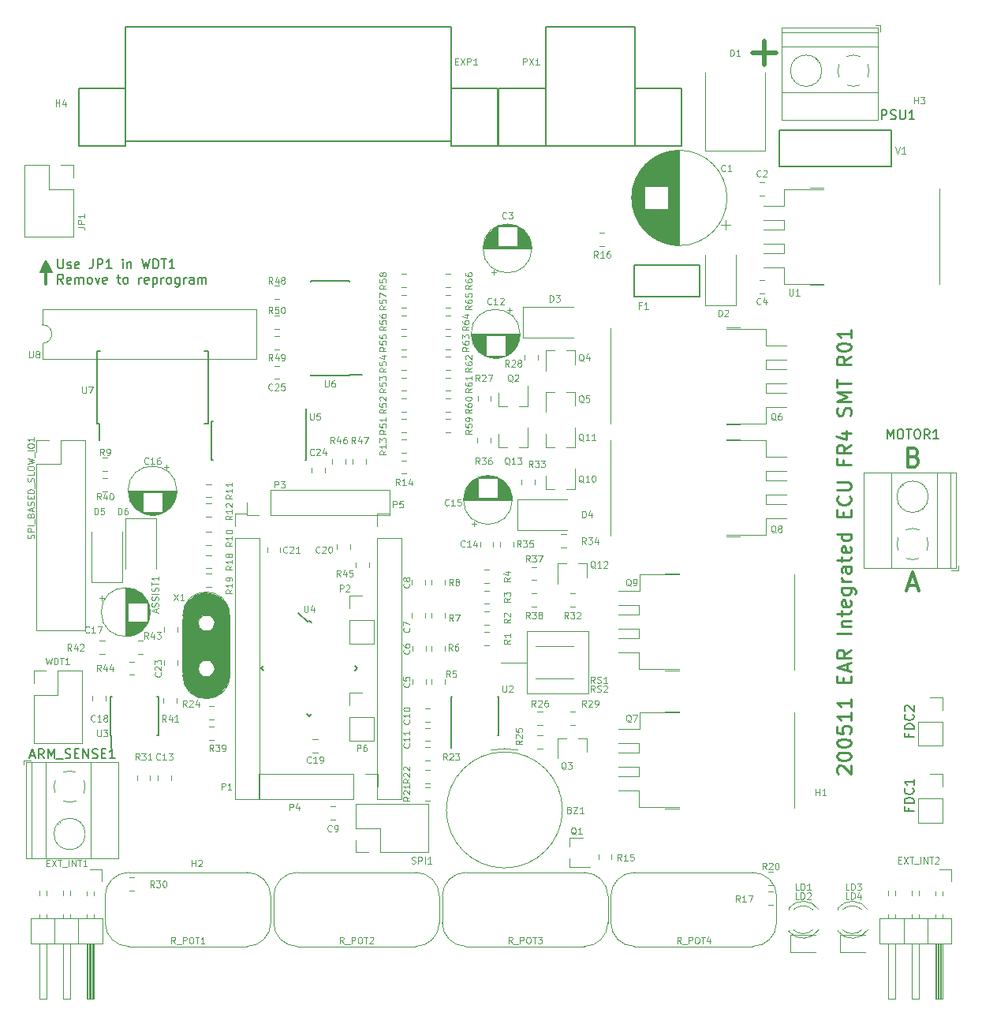
<source format=gbr>
G04 #@! TF.GenerationSoftware,KiCad,Pcbnew,(5.1.0)-1*
G04 #@! TF.CreationDate,2020-05-11T20:58:43-03:00*
G04 #@! TF.ProjectId,EAR ECU Integrated_CPU_01,45415220-4543-4552-9049-6e7465677261,01*
G04 #@! TF.SameCoordinates,Original*
G04 #@! TF.FileFunction,Legend,Top*
G04 #@! TF.FilePolarity,Positive*
%FSLAX46Y46*%
G04 Gerber Fmt 4.6, Leading zero omitted, Abs format (unit mm)*
G04 Created by KiCad (PCBNEW (5.1.0)-1) date 2020-05-11 20:58:43*
%MOMM*%
%LPD*%
G04 APERTURE LIST*
%ADD10C,0.300000*%
%ADD11C,0.500000*%
%ADD12C,0.250000*%
%ADD13C,0.100000*%
%ADD14C,0.150000*%
%ADD15C,0.120000*%
%ADD16C,0.200000*%
G04 APERTURE END LIST*
D10*
X176672857Y-86852142D02*
X176958571Y-86947380D01*
X177053809Y-87042619D01*
X177149047Y-87233095D01*
X177149047Y-87518809D01*
X177053809Y-87709285D01*
X176958571Y-87804523D01*
X176768095Y-87899761D01*
X176006190Y-87899761D01*
X176006190Y-85899761D01*
X176672857Y-85899761D01*
X176863333Y-85995000D01*
X176958571Y-86090238D01*
X177053809Y-86280714D01*
X177053809Y-86471190D01*
X176958571Y-86661666D01*
X176863333Y-86756904D01*
X176672857Y-86852142D01*
X176006190Y-86852142D01*
X176053809Y-100663333D02*
X177006190Y-100663333D01*
X175863333Y-101234761D02*
X176530000Y-99234761D01*
X177196666Y-101234761D01*
D11*
X161925000Y-43497500D02*
X159385000Y-43497500D01*
X160655000Y-44767500D02*
X160655000Y-42227500D01*
D12*
X168548928Y-120836785D02*
X168477500Y-120765357D01*
X168406071Y-120622500D01*
X168406071Y-120265357D01*
X168477500Y-120122500D01*
X168548928Y-120051071D01*
X168691785Y-119979642D01*
X168834642Y-119979642D01*
X169048928Y-120051071D01*
X169906071Y-120908214D01*
X169906071Y-119979642D01*
X168406071Y-119051071D02*
X168406071Y-118908214D01*
X168477500Y-118765357D01*
X168548928Y-118693928D01*
X168691785Y-118622500D01*
X168977500Y-118551071D01*
X169334642Y-118551071D01*
X169620357Y-118622500D01*
X169763214Y-118693928D01*
X169834642Y-118765357D01*
X169906071Y-118908214D01*
X169906071Y-119051071D01*
X169834642Y-119193928D01*
X169763214Y-119265357D01*
X169620357Y-119336785D01*
X169334642Y-119408214D01*
X168977500Y-119408214D01*
X168691785Y-119336785D01*
X168548928Y-119265357D01*
X168477500Y-119193928D01*
X168406071Y-119051071D01*
X168406071Y-117622500D02*
X168406071Y-117479642D01*
X168477500Y-117336785D01*
X168548928Y-117265357D01*
X168691785Y-117193928D01*
X168977500Y-117122500D01*
X169334642Y-117122500D01*
X169620357Y-117193928D01*
X169763214Y-117265357D01*
X169834642Y-117336785D01*
X169906071Y-117479642D01*
X169906071Y-117622500D01*
X169834642Y-117765357D01*
X169763214Y-117836785D01*
X169620357Y-117908214D01*
X169334642Y-117979642D01*
X168977500Y-117979642D01*
X168691785Y-117908214D01*
X168548928Y-117836785D01*
X168477500Y-117765357D01*
X168406071Y-117622500D01*
X168406071Y-115765357D02*
X168406071Y-116479642D01*
X169120357Y-116551071D01*
X169048928Y-116479642D01*
X168977500Y-116336785D01*
X168977500Y-115979642D01*
X169048928Y-115836785D01*
X169120357Y-115765357D01*
X169263214Y-115693928D01*
X169620357Y-115693928D01*
X169763214Y-115765357D01*
X169834642Y-115836785D01*
X169906071Y-115979642D01*
X169906071Y-116336785D01*
X169834642Y-116479642D01*
X169763214Y-116551071D01*
X169906071Y-114265357D02*
X169906071Y-115122500D01*
X169906071Y-114693928D02*
X168406071Y-114693928D01*
X168620357Y-114836785D01*
X168763214Y-114979642D01*
X168834642Y-115122500D01*
X169906071Y-112836785D02*
X169906071Y-113693928D01*
X169906071Y-113265357D02*
X168406071Y-113265357D01*
X168620357Y-113408214D01*
X168763214Y-113551071D01*
X168834642Y-113693928D01*
X169120357Y-111051071D02*
X169120357Y-110551071D01*
X169906071Y-110336785D02*
X169906071Y-111051071D01*
X168406071Y-111051071D01*
X168406071Y-110336785D01*
X169477500Y-109765357D02*
X169477500Y-109051071D01*
X169906071Y-109908214D02*
X168406071Y-109408214D01*
X169906071Y-108908214D01*
X169906071Y-107551071D02*
X169191785Y-108051071D01*
X169906071Y-108408214D02*
X168406071Y-108408214D01*
X168406071Y-107836785D01*
X168477500Y-107693928D01*
X168548928Y-107622500D01*
X168691785Y-107551071D01*
X168906071Y-107551071D01*
X169048928Y-107622500D01*
X169120357Y-107693928D01*
X169191785Y-107836785D01*
X169191785Y-108408214D01*
X169906071Y-105765357D02*
X168406071Y-105765357D01*
X168906071Y-105051071D02*
X169906071Y-105051071D01*
X169048928Y-105051071D02*
X168977500Y-104979642D01*
X168906071Y-104836785D01*
X168906071Y-104622500D01*
X168977500Y-104479642D01*
X169120357Y-104408214D01*
X169906071Y-104408214D01*
X168906071Y-103908214D02*
X168906071Y-103336785D01*
X168406071Y-103693928D02*
X169691785Y-103693928D01*
X169834642Y-103622500D01*
X169906071Y-103479642D01*
X169906071Y-103336785D01*
X169834642Y-102265357D02*
X169906071Y-102408214D01*
X169906071Y-102693928D01*
X169834642Y-102836785D01*
X169691785Y-102908214D01*
X169120357Y-102908214D01*
X168977500Y-102836785D01*
X168906071Y-102693928D01*
X168906071Y-102408214D01*
X168977500Y-102265357D01*
X169120357Y-102193928D01*
X169263214Y-102193928D01*
X169406071Y-102908214D01*
X168906071Y-100908214D02*
X170120357Y-100908214D01*
X170263214Y-100979642D01*
X170334642Y-101051071D01*
X170406071Y-101193928D01*
X170406071Y-101408214D01*
X170334642Y-101551071D01*
X169834642Y-100908214D02*
X169906071Y-101051071D01*
X169906071Y-101336785D01*
X169834642Y-101479642D01*
X169763214Y-101551071D01*
X169620357Y-101622500D01*
X169191785Y-101622500D01*
X169048928Y-101551071D01*
X168977500Y-101479642D01*
X168906071Y-101336785D01*
X168906071Y-101051071D01*
X168977500Y-100908214D01*
X169906071Y-100193928D02*
X168906071Y-100193928D01*
X169191785Y-100193928D02*
X169048928Y-100122500D01*
X168977500Y-100051071D01*
X168906071Y-99908214D01*
X168906071Y-99765357D01*
X169906071Y-98622500D02*
X169120357Y-98622500D01*
X168977500Y-98693928D01*
X168906071Y-98836785D01*
X168906071Y-99122500D01*
X168977500Y-99265357D01*
X169834642Y-98622500D02*
X169906071Y-98765357D01*
X169906071Y-99122500D01*
X169834642Y-99265357D01*
X169691785Y-99336785D01*
X169548928Y-99336785D01*
X169406071Y-99265357D01*
X169334642Y-99122500D01*
X169334642Y-98765357D01*
X169263214Y-98622500D01*
X168906071Y-98122500D02*
X168906071Y-97551071D01*
X168406071Y-97908214D02*
X169691785Y-97908214D01*
X169834642Y-97836785D01*
X169906071Y-97693928D01*
X169906071Y-97551071D01*
X169834642Y-96479642D02*
X169906071Y-96622500D01*
X169906071Y-96908214D01*
X169834642Y-97051071D01*
X169691785Y-97122500D01*
X169120357Y-97122500D01*
X168977500Y-97051071D01*
X168906071Y-96908214D01*
X168906071Y-96622500D01*
X168977500Y-96479642D01*
X169120357Y-96408214D01*
X169263214Y-96408214D01*
X169406071Y-97122500D01*
X169906071Y-95122500D02*
X168406071Y-95122500D01*
X169834642Y-95122500D02*
X169906071Y-95265357D01*
X169906071Y-95551071D01*
X169834642Y-95693928D01*
X169763214Y-95765357D01*
X169620357Y-95836785D01*
X169191785Y-95836785D01*
X169048928Y-95765357D01*
X168977500Y-95693928D01*
X168906071Y-95551071D01*
X168906071Y-95265357D01*
X168977500Y-95122500D01*
X169120357Y-93265357D02*
X169120357Y-92765357D01*
X169906071Y-92551071D02*
X169906071Y-93265357D01*
X168406071Y-93265357D01*
X168406071Y-92551071D01*
X169763214Y-91051071D02*
X169834642Y-91122500D01*
X169906071Y-91336785D01*
X169906071Y-91479642D01*
X169834642Y-91693928D01*
X169691785Y-91836785D01*
X169548928Y-91908214D01*
X169263214Y-91979642D01*
X169048928Y-91979642D01*
X168763214Y-91908214D01*
X168620357Y-91836785D01*
X168477500Y-91693928D01*
X168406071Y-91479642D01*
X168406071Y-91336785D01*
X168477500Y-91122500D01*
X168548928Y-91051071D01*
X168406071Y-90408214D02*
X169620357Y-90408214D01*
X169763214Y-90336785D01*
X169834642Y-90265357D01*
X169906071Y-90122500D01*
X169906071Y-89836785D01*
X169834642Y-89693928D01*
X169763214Y-89622500D01*
X169620357Y-89551071D01*
X168406071Y-89551071D01*
X169120357Y-87193928D02*
X169120357Y-87693928D01*
X169906071Y-87693928D02*
X168406071Y-87693928D01*
X168406071Y-86979642D01*
X169906071Y-85551071D02*
X169191785Y-86051071D01*
X169906071Y-86408214D02*
X168406071Y-86408214D01*
X168406071Y-85836785D01*
X168477500Y-85693928D01*
X168548928Y-85622500D01*
X168691785Y-85551071D01*
X168906071Y-85551071D01*
X169048928Y-85622500D01*
X169120357Y-85693928D01*
X169191785Y-85836785D01*
X169191785Y-86408214D01*
X168906071Y-84265357D02*
X169906071Y-84265357D01*
X168334642Y-84622500D02*
X169406071Y-84979642D01*
X169406071Y-84051071D01*
X169834642Y-82408214D02*
X169906071Y-82193928D01*
X169906071Y-81836785D01*
X169834642Y-81693928D01*
X169763214Y-81622500D01*
X169620357Y-81551071D01*
X169477500Y-81551071D01*
X169334642Y-81622500D01*
X169263214Y-81693928D01*
X169191785Y-81836785D01*
X169120357Y-82122500D01*
X169048928Y-82265357D01*
X168977500Y-82336785D01*
X168834642Y-82408214D01*
X168691785Y-82408214D01*
X168548928Y-82336785D01*
X168477500Y-82265357D01*
X168406071Y-82122500D01*
X168406071Y-81765357D01*
X168477500Y-81551071D01*
X169906071Y-80908214D02*
X168406071Y-80908214D01*
X169477500Y-80408214D01*
X168406071Y-79908214D01*
X169906071Y-79908214D01*
X168406071Y-79408214D02*
X168406071Y-78551071D01*
X169906071Y-78979642D02*
X168406071Y-78979642D01*
X169906071Y-76051071D02*
X169191785Y-76551071D01*
X169906071Y-76908214D02*
X168406071Y-76908214D01*
X168406071Y-76336785D01*
X168477500Y-76193928D01*
X168548928Y-76122500D01*
X168691785Y-76051071D01*
X168906071Y-76051071D01*
X169048928Y-76122500D01*
X169120357Y-76193928D01*
X169191785Y-76336785D01*
X169191785Y-76908214D01*
X168406071Y-75122500D02*
X168406071Y-74979642D01*
X168477500Y-74836785D01*
X168548928Y-74765357D01*
X168691785Y-74693928D01*
X168977500Y-74622500D01*
X169334642Y-74622500D01*
X169620357Y-74693928D01*
X169763214Y-74765357D01*
X169834642Y-74836785D01*
X169906071Y-74979642D01*
X169906071Y-75122500D01*
X169834642Y-75265357D01*
X169763214Y-75336785D01*
X169620357Y-75408214D01*
X169334642Y-75479642D01*
X168977500Y-75479642D01*
X168691785Y-75408214D01*
X168548928Y-75336785D01*
X168477500Y-75265357D01*
X168406071Y-75122500D01*
X169906071Y-73193928D02*
X169906071Y-74051071D01*
X169906071Y-73622500D02*
X168406071Y-73622500D01*
X168620357Y-73765357D01*
X168763214Y-73908214D01*
X168834642Y-74051071D01*
D13*
G36*
X84137500Y-66992500D02*
G01*
X82867500Y-66992500D01*
X83502500Y-65722500D01*
X84137500Y-66992500D01*
G37*
X84137500Y-66992500D02*
X82867500Y-66992500D01*
X83502500Y-65722500D01*
X84137500Y-66992500D01*
D14*
X84137500Y-66992500D02*
X83502500Y-65722500D01*
X82867500Y-66992500D02*
X84137500Y-66992500D01*
X83502500Y-65722500D02*
X82867500Y-66992500D01*
D10*
X83502500Y-68262500D02*
X83502500Y-66040000D01*
D14*
X84790595Y-65619880D02*
X84790595Y-66429404D01*
X84838214Y-66524642D01*
X84885833Y-66572261D01*
X84981071Y-66619880D01*
X85171547Y-66619880D01*
X85266785Y-66572261D01*
X85314404Y-66524642D01*
X85362023Y-66429404D01*
X85362023Y-65619880D01*
X85790595Y-66572261D02*
X85885833Y-66619880D01*
X86076309Y-66619880D01*
X86171547Y-66572261D01*
X86219166Y-66477023D01*
X86219166Y-66429404D01*
X86171547Y-66334166D01*
X86076309Y-66286547D01*
X85933452Y-66286547D01*
X85838214Y-66238928D01*
X85790595Y-66143690D01*
X85790595Y-66096071D01*
X85838214Y-66000833D01*
X85933452Y-65953214D01*
X86076309Y-65953214D01*
X86171547Y-66000833D01*
X87028690Y-66572261D02*
X86933452Y-66619880D01*
X86742976Y-66619880D01*
X86647738Y-66572261D01*
X86600119Y-66477023D01*
X86600119Y-66096071D01*
X86647738Y-66000833D01*
X86742976Y-65953214D01*
X86933452Y-65953214D01*
X87028690Y-66000833D01*
X87076309Y-66096071D01*
X87076309Y-66191309D01*
X86600119Y-66286547D01*
X88552500Y-65619880D02*
X88552500Y-66334166D01*
X88504880Y-66477023D01*
X88409642Y-66572261D01*
X88266785Y-66619880D01*
X88171547Y-66619880D01*
X89028690Y-66619880D02*
X89028690Y-65619880D01*
X89409642Y-65619880D01*
X89504880Y-65667500D01*
X89552500Y-65715119D01*
X89600119Y-65810357D01*
X89600119Y-65953214D01*
X89552500Y-66048452D01*
X89504880Y-66096071D01*
X89409642Y-66143690D01*
X89028690Y-66143690D01*
X90552500Y-66619880D02*
X89981071Y-66619880D01*
X90266785Y-66619880D02*
X90266785Y-65619880D01*
X90171547Y-65762738D01*
X90076309Y-65857976D01*
X89981071Y-65905595D01*
X91742976Y-66619880D02*
X91742976Y-65953214D01*
X91742976Y-65619880D02*
X91695357Y-65667500D01*
X91742976Y-65715119D01*
X91790595Y-65667500D01*
X91742976Y-65619880D01*
X91742976Y-65715119D01*
X92219166Y-65953214D02*
X92219166Y-66619880D01*
X92219166Y-66048452D02*
X92266785Y-66000833D01*
X92362023Y-65953214D01*
X92504880Y-65953214D01*
X92600119Y-66000833D01*
X92647738Y-66096071D01*
X92647738Y-66619880D01*
X93790595Y-65619880D02*
X94028690Y-66619880D01*
X94219166Y-65905595D01*
X94409642Y-66619880D01*
X94647738Y-65619880D01*
X95028690Y-66619880D02*
X95028690Y-65619880D01*
X95266785Y-65619880D01*
X95409642Y-65667500D01*
X95504880Y-65762738D01*
X95552500Y-65857976D01*
X95600119Y-66048452D01*
X95600119Y-66191309D01*
X95552500Y-66381785D01*
X95504880Y-66477023D01*
X95409642Y-66572261D01*
X95266785Y-66619880D01*
X95028690Y-66619880D01*
X95885833Y-65619880D02*
X96457261Y-65619880D01*
X96171547Y-66619880D02*
X96171547Y-65619880D01*
X97314404Y-66619880D02*
X96742976Y-66619880D01*
X97028690Y-66619880D02*
X97028690Y-65619880D01*
X96933452Y-65762738D01*
X96838214Y-65857976D01*
X96742976Y-65905595D01*
X85362023Y-68269880D02*
X85028690Y-67793690D01*
X84790595Y-68269880D02*
X84790595Y-67269880D01*
X85171547Y-67269880D01*
X85266785Y-67317500D01*
X85314404Y-67365119D01*
X85362023Y-67460357D01*
X85362023Y-67603214D01*
X85314404Y-67698452D01*
X85266785Y-67746071D01*
X85171547Y-67793690D01*
X84790595Y-67793690D01*
X86171547Y-68222261D02*
X86076309Y-68269880D01*
X85885833Y-68269880D01*
X85790595Y-68222261D01*
X85742976Y-68127023D01*
X85742976Y-67746071D01*
X85790595Y-67650833D01*
X85885833Y-67603214D01*
X86076309Y-67603214D01*
X86171547Y-67650833D01*
X86219166Y-67746071D01*
X86219166Y-67841309D01*
X85742976Y-67936547D01*
X86647738Y-68269880D02*
X86647738Y-67603214D01*
X86647738Y-67698452D02*
X86695357Y-67650833D01*
X86790595Y-67603214D01*
X86933452Y-67603214D01*
X87028690Y-67650833D01*
X87076309Y-67746071D01*
X87076309Y-68269880D01*
X87076309Y-67746071D02*
X87123928Y-67650833D01*
X87219166Y-67603214D01*
X87362023Y-67603214D01*
X87457261Y-67650833D01*
X87504880Y-67746071D01*
X87504880Y-68269880D01*
X88123928Y-68269880D02*
X88028690Y-68222261D01*
X87981071Y-68174642D01*
X87933452Y-68079404D01*
X87933452Y-67793690D01*
X87981071Y-67698452D01*
X88028690Y-67650833D01*
X88123928Y-67603214D01*
X88266785Y-67603214D01*
X88362023Y-67650833D01*
X88409642Y-67698452D01*
X88457261Y-67793690D01*
X88457261Y-68079404D01*
X88409642Y-68174642D01*
X88362023Y-68222261D01*
X88266785Y-68269880D01*
X88123928Y-68269880D01*
X88790595Y-67603214D02*
X89028690Y-68269880D01*
X89266785Y-67603214D01*
X90028690Y-68222261D02*
X89933452Y-68269880D01*
X89742976Y-68269880D01*
X89647738Y-68222261D01*
X89600119Y-68127023D01*
X89600119Y-67746071D01*
X89647738Y-67650833D01*
X89742976Y-67603214D01*
X89933452Y-67603214D01*
X90028690Y-67650833D01*
X90076309Y-67746071D01*
X90076309Y-67841309D01*
X89600119Y-67936547D01*
X91123928Y-67603214D02*
X91504880Y-67603214D01*
X91266785Y-67269880D02*
X91266785Y-68127023D01*
X91314404Y-68222261D01*
X91409642Y-68269880D01*
X91504880Y-68269880D01*
X91981071Y-68269880D02*
X91885833Y-68222261D01*
X91838214Y-68174642D01*
X91790595Y-68079404D01*
X91790595Y-67793690D01*
X91838214Y-67698452D01*
X91885833Y-67650833D01*
X91981071Y-67603214D01*
X92123928Y-67603214D01*
X92219166Y-67650833D01*
X92266785Y-67698452D01*
X92314404Y-67793690D01*
X92314404Y-68079404D01*
X92266785Y-68174642D01*
X92219166Y-68222261D01*
X92123928Y-68269880D01*
X91981071Y-68269880D01*
X93504880Y-68269880D02*
X93504880Y-67603214D01*
X93504880Y-67793690D02*
X93552500Y-67698452D01*
X93600119Y-67650833D01*
X93695357Y-67603214D01*
X93790595Y-67603214D01*
X94504880Y-68222261D02*
X94409642Y-68269880D01*
X94219166Y-68269880D01*
X94123928Y-68222261D01*
X94076309Y-68127023D01*
X94076309Y-67746071D01*
X94123928Y-67650833D01*
X94219166Y-67603214D01*
X94409642Y-67603214D01*
X94504880Y-67650833D01*
X94552500Y-67746071D01*
X94552500Y-67841309D01*
X94076309Y-67936547D01*
X94981071Y-67603214D02*
X94981071Y-68603214D01*
X94981071Y-67650833D02*
X95076309Y-67603214D01*
X95266785Y-67603214D01*
X95362023Y-67650833D01*
X95409642Y-67698452D01*
X95457261Y-67793690D01*
X95457261Y-68079404D01*
X95409642Y-68174642D01*
X95362023Y-68222261D01*
X95266785Y-68269880D01*
X95076309Y-68269880D01*
X94981071Y-68222261D01*
X95885833Y-68269880D02*
X95885833Y-67603214D01*
X95885833Y-67793690D02*
X95933452Y-67698452D01*
X95981071Y-67650833D01*
X96076309Y-67603214D01*
X96171547Y-67603214D01*
X96647738Y-68269880D02*
X96552500Y-68222261D01*
X96504880Y-68174642D01*
X96457261Y-68079404D01*
X96457261Y-67793690D01*
X96504880Y-67698452D01*
X96552500Y-67650833D01*
X96647738Y-67603214D01*
X96790595Y-67603214D01*
X96885833Y-67650833D01*
X96933452Y-67698452D01*
X96981071Y-67793690D01*
X96981071Y-68079404D01*
X96933452Y-68174642D01*
X96885833Y-68222261D01*
X96790595Y-68269880D01*
X96647738Y-68269880D01*
X97838214Y-67603214D02*
X97838214Y-68412738D01*
X97790595Y-68507976D01*
X97742976Y-68555595D01*
X97647738Y-68603214D01*
X97504880Y-68603214D01*
X97409642Y-68555595D01*
X97838214Y-68222261D02*
X97742976Y-68269880D01*
X97552500Y-68269880D01*
X97457261Y-68222261D01*
X97409642Y-68174642D01*
X97362023Y-68079404D01*
X97362023Y-67793690D01*
X97409642Y-67698452D01*
X97457261Y-67650833D01*
X97552500Y-67603214D01*
X97742976Y-67603214D01*
X97838214Y-67650833D01*
X98314404Y-68269880D02*
X98314404Y-67603214D01*
X98314404Y-67793690D02*
X98362023Y-67698452D01*
X98409642Y-67650833D01*
X98504880Y-67603214D01*
X98600119Y-67603214D01*
X99362023Y-68269880D02*
X99362023Y-67746071D01*
X99314404Y-67650833D01*
X99219166Y-67603214D01*
X99028690Y-67603214D01*
X98933452Y-67650833D01*
X99362023Y-68222261D02*
X99266785Y-68269880D01*
X99028690Y-68269880D01*
X98933452Y-68222261D01*
X98885833Y-68127023D01*
X98885833Y-68031785D01*
X98933452Y-67936547D01*
X99028690Y-67888928D01*
X99266785Y-67888928D01*
X99362023Y-67841309D01*
X99838214Y-68269880D02*
X99838214Y-67603214D01*
X99838214Y-67698452D02*
X99885833Y-67650833D01*
X99981071Y-67603214D01*
X100123928Y-67603214D01*
X100219166Y-67650833D01*
X100266785Y-67746071D01*
X100266785Y-68269880D01*
X100266785Y-67746071D02*
X100314404Y-67650833D01*
X100409642Y-67603214D01*
X100552500Y-67603214D01*
X100647738Y-67650833D01*
X100695357Y-67746071D01*
X100695357Y-68269880D01*
D13*
G36*
X101473000Y-101536500D02*
G01*
X102235000Y-101917500D01*
X102870000Y-102679500D01*
X103124000Y-103187500D01*
X103251000Y-104584500D01*
X101600000Y-104584500D01*
X101473000Y-104203500D01*
X101092000Y-103822500D01*
X100330000Y-103822500D01*
X99949000Y-104203500D01*
X99822000Y-104584500D01*
X98171000Y-104584500D01*
X98186000Y-103908000D01*
X98298000Y-103314500D01*
X98425000Y-102806500D01*
X98679000Y-102425500D01*
X99568000Y-101663500D01*
X100584000Y-101409500D01*
X101473000Y-101536500D01*
G37*
X101473000Y-101536500D02*
X102235000Y-101917500D01*
X102870000Y-102679500D01*
X103124000Y-103187500D01*
X103251000Y-104584500D01*
X101600000Y-104584500D01*
X101473000Y-104203500D01*
X101092000Y-103822500D01*
X100330000Y-103822500D01*
X99949000Y-104203500D01*
X99822000Y-104584500D01*
X98171000Y-104584500D01*
X98186000Y-103908000D01*
X98298000Y-103314500D01*
X98425000Y-102806500D01*
X98679000Y-102425500D01*
X99568000Y-101663500D01*
X100584000Y-101409500D01*
X101473000Y-101536500D01*
G36*
X99949000Y-105092500D02*
G01*
X100330000Y-105473500D01*
X101092000Y-105473500D01*
X101473000Y-105092500D01*
X101600000Y-104584500D01*
X103251000Y-104584500D01*
X103251000Y-108267500D01*
X98171000Y-108267500D01*
X98171000Y-104584500D01*
X99822000Y-104584500D01*
X99949000Y-105092500D01*
G37*
X99949000Y-105092500D02*
X100330000Y-105473500D01*
X101092000Y-105473500D01*
X101473000Y-105092500D01*
X101600000Y-104584500D01*
X103251000Y-104584500D01*
X103251000Y-108267500D01*
X98171000Y-108267500D01*
X98171000Y-104584500D01*
X99822000Y-104584500D01*
X99949000Y-105092500D01*
G36*
X103251000Y-109601000D02*
G01*
X101600000Y-109601000D01*
X101473000Y-109093000D01*
X101092000Y-108712000D01*
X100330000Y-108712000D01*
X99949000Y-109093000D01*
X99822000Y-109601000D01*
X98171000Y-109601000D01*
X98171000Y-105918000D01*
X103251000Y-105918000D01*
X103251000Y-109601000D01*
G37*
X103251000Y-109601000D02*
X101600000Y-109601000D01*
X101473000Y-109093000D01*
X101092000Y-108712000D01*
X100330000Y-108712000D01*
X99949000Y-109093000D01*
X99822000Y-109601000D01*
X98171000Y-109601000D01*
X98171000Y-105918000D01*
X103251000Y-105918000D01*
X103251000Y-109601000D01*
G36*
X99949000Y-109982000D02*
G01*
X100330000Y-110363000D01*
X101092000Y-110363000D01*
X101473000Y-109982000D01*
X101600000Y-109601000D01*
X103251000Y-109601000D01*
X103236000Y-110277500D01*
X103124000Y-110871000D01*
X102997000Y-111379000D01*
X102743000Y-111760000D01*
X101854000Y-112522000D01*
X100838000Y-112776000D01*
X99949000Y-112649000D01*
X99187000Y-112268000D01*
X98552000Y-111506000D01*
X98298000Y-110998000D01*
X98171000Y-109601000D01*
X99822000Y-109601000D01*
X99949000Y-109982000D01*
G37*
X99949000Y-109982000D02*
X100330000Y-110363000D01*
X101092000Y-110363000D01*
X101473000Y-109982000D01*
X101600000Y-109601000D01*
X103251000Y-109601000D01*
X103236000Y-110277500D01*
X103124000Y-110871000D01*
X102997000Y-111379000D01*
X102743000Y-111760000D01*
X101854000Y-112522000D01*
X100838000Y-112776000D01*
X99949000Y-112649000D01*
X99187000Y-112268000D01*
X98552000Y-111506000D01*
X98298000Y-110998000D01*
X98171000Y-109601000D01*
X99822000Y-109601000D01*
X99949000Y-109982000D01*
D15*
X92392500Y-139382500D02*
X105092500Y-139382500D01*
X107632500Y-133985000D02*
X107632500Y-136842500D01*
X107632500Y-136842500D02*
G75*
G02X105092500Y-139382500I-2540000J0D01*
G01*
X105092500Y-131445000D02*
G75*
G02X107632500Y-133985000I0J-2540000D01*
G01*
X92392500Y-139382500D02*
G75*
G02X89852500Y-136842500I0J2540000D01*
G01*
X89852500Y-133985000D02*
G75*
G02X92392500Y-131445000I2540000J0D01*
G01*
X92392500Y-131445000D02*
X105092500Y-131445000D01*
X89852500Y-136842500D02*
X89852500Y-133985000D01*
X110490000Y-139382500D02*
X123190000Y-139382500D01*
X125730000Y-133985000D02*
X125730000Y-136842500D01*
X125730000Y-136842500D02*
G75*
G02X123190000Y-139382500I-2540000J0D01*
G01*
X123190000Y-131445000D02*
G75*
G02X125730000Y-133985000I0J-2540000D01*
G01*
X110490000Y-139382500D02*
G75*
G02X107950000Y-136842500I0J2540000D01*
G01*
X107950000Y-133985000D02*
G75*
G02X110490000Y-131445000I2540000J0D01*
G01*
X110490000Y-131445000D02*
X123190000Y-131445000D01*
X107950000Y-136842500D02*
X107950000Y-133985000D01*
X128587500Y-139382500D02*
X141287500Y-139382500D01*
X143827500Y-133985000D02*
X143827500Y-136842500D01*
X143827500Y-136842500D02*
G75*
G02X141287500Y-139382500I-2540000J0D01*
G01*
X141287500Y-131445000D02*
G75*
G02X143827500Y-133985000I0J-2540000D01*
G01*
X128587500Y-139382500D02*
G75*
G02X126047500Y-136842500I0J2540000D01*
G01*
X126047500Y-133985000D02*
G75*
G02X128587500Y-131445000I2540000J0D01*
G01*
X128587500Y-131445000D02*
X141287500Y-131445000D01*
X126047500Y-136842500D02*
X126047500Y-133985000D01*
X146685000Y-139382500D02*
X159385000Y-139382500D01*
X161925000Y-133985000D02*
X161925000Y-136842500D01*
X161925000Y-136842500D02*
G75*
G02X159385000Y-139382500I-2540000J0D01*
G01*
X159385000Y-131445000D02*
G75*
G02X161925000Y-133985000I0J-2540000D01*
G01*
X146685000Y-139382500D02*
G75*
G02X144145000Y-136842500I0J2540000D01*
G01*
X144145000Y-133985000D02*
G75*
G02X146685000Y-131445000I2540000J0D01*
G01*
X146685000Y-131445000D02*
X159385000Y-131445000D01*
X144145000Y-136842500D02*
X144145000Y-133985000D01*
X131215001Y-118337500D02*
G75*
G02X134215000Y-118337500I1499999J-6400000D01*
G01*
X138945000Y-124737500D02*
G75*
G03X138945000Y-124737500I-6230000J0D01*
G01*
X178435000Y-112652500D02*
X179765000Y-112652500D01*
X179765000Y-112652500D02*
X179765000Y-113982500D01*
X179765000Y-115252500D02*
X179765000Y-117852500D01*
X177105000Y-117852500D02*
X179765000Y-117852500D01*
X177105000Y-115252500D02*
X177105000Y-117852500D01*
X177105000Y-115252500D02*
X179765000Y-115252500D01*
X178435000Y-120907500D02*
X179765000Y-120907500D01*
X179765000Y-120907500D02*
X179765000Y-122237500D01*
X179765000Y-123507500D02*
X179765000Y-126107500D01*
X177105000Y-126107500D02*
X179765000Y-126107500D01*
X177105000Y-123507500D02*
X177105000Y-126107500D01*
X177105000Y-123507500D02*
X179765000Y-123507500D01*
X173020000Y-40502500D02*
X172520000Y-40502500D01*
X173020000Y-41242500D02*
X173020000Y-40502500D01*
X166327000Y-44379500D02*
X166374000Y-44333500D01*
X164030000Y-46677500D02*
X164065000Y-46641500D01*
X166134000Y-44163500D02*
X166169000Y-44128500D01*
X163825000Y-46471500D02*
X163872000Y-46425500D01*
X162500000Y-50663500D02*
X162500000Y-40742500D01*
X172780000Y-50663500D02*
X172780000Y-40742500D01*
X172780000Y-40742500D02*
X162500000Y-40742500D01*
X172780000Y-50663500D02*
X162500000Y-50663500D01*
X172780000Y-47703500D02*
X162500000Y-47703500D01*
X172780000Y-42802500D02*
X162500000Y-42802500D01*
X172780000Y-41302500D02*
X162500000Y-41302500D01*
X166780000Y-45402500D02*
G75*
G03X166780000Y-45402500I-1680000J0D01*
G01*
X170151195Y-43722247D02*
G75*
G02X170864000Y-43867500I28805J-1680253D01*
G01*
X171715426Y-44719458D02*
G75*
G02X171715000Y-46086500I-1535426J-683042D01*
G01*
X170863042Y-46937926D02*
G75*
G02X169496000Y-46937500I-683042J1535426D01*
G01*
X168644574Y-46085542D02*
G75*
G02X168645000Y-44718500I1535426J683042D01*
G01*
X169496682Y-43867744D02*
G75*
G02X170180000Y-43722500I683318J-1534756D01*
G01*
X181430000Y-99042500D02*
X181430000Y-98542500D01*
X180690000Y-99042500D02*
X181430000Y-99042500D01*
X177553000Y-92349500D02*
X177599000Y-92396500D01*
X175255000Y-90052500D02*
X175291000Y-90087500D01*
X177769000Y-92156500D02*
X177804000Y-92191500D01*
X175461000Y-89847500D02*
X175507000Y-89894500D01*
X171269000Y-88522500D02*
X181190000Y-88522500D01*
X171269000Y-98802500D02*
X181190000Y-98802500D01*
X181190000Y-98802500D02*
X181190000Y-88522500D01*
X171269000Y-98802500D02*
X171269000Y-88522500D01*
X174229000Y-98802500D02*
X174229000Y-88522500D01*
X179130000Y-98802500D02*
X179130000Y-88522500D01*
X180630000Y-98802500D02*
X180630000Y-88522500D01*
X178210000Y-91122500D02*
G75*
G03X178210000Y-91122500I-1680000J0D01*
G01*
X178210253Y-96173695D02*
G75*
G02X178065000Y-96886500I-1680253J-28805D01*
G01*
X177213042Y-97737926D02*
G75*
G02X175846000Y-97737500I-683042J1535426D01*
G01*
X174994574Y-96885542D02*
G75*
G02X174995000Y-95518500I1535426J683042D01*
G01*
X175846958Y-94667074D02*
G75*
G02X177214000Y-94667500I683042J-1535426D01*
G01*
X178064756Y-95519182D02*
G75*
G02X178210000Y-96202500I-1534756J-683318D01*
G01*
X81142500Y-119397500D02*
X81142500Y-119897500D01*
X81882500Y-119397500D02*
X81142500Y-119397500D01*
X85019500Y-126090500D02*
X84973500Y-126043500D01*
X87317500Y-128387500D02*
X87281500Y-128352500D01*
X84803500Y-126283500D02*
X84768500Y-126248500D01*
X87111500Y-128592500D02*
X87065500Y-128545500D01*
X91303500Y-129917500D02*
X81382500Y-129917500D01*
X91303500Y-119637500D02*
X81382500Y-119637500D01*
X81382500Y-119637500D02*
X81382500Y-129917500D01*
X91303500Y-119637500D02*
X91303500Y-129917500D01*
X88343500Y-119637500D02*
X88343500Y-129917500D01*
X83442500Y-119637500D02*
X83442500Y-129917500D01*
X81942500Y-119637500D02*
X81942500Y-129917500D01*
X87722500Y-127317500D02*
G75*
G03X87722500Y-127317500I-1680000J0D01*
G01*
X84362247Y-122266305D02*
G75*
G02X84507500Y-121553500I1680253J28805D01*
G01*
X85359458Y-120702074D02*
G75*
G02X86726500Y-120702500I683042J-1535426D01*
G01*
X87577926Y-121554458D02*
G75*
G02X87577500Y-122921500I-1535426J-683042D01*
G01*
X86725542Y-123772926D02*
G75*
G02X85358500Y-123772500I-683042J1535426D01*
G01*
X84507744Y-122920818D02*
G75*
G02X84362500Y-122237500I1534756J683318D01*
G01*
X83125000Y-71010000D02*
X83125000Y-72660000D01*
X106105000Y-71010000D02*
X83125000Y-71010000D01*
X106105000Y-76310000D02*
X106105000Y-71010000D01*
X83125000Y-76310000D02*
X106105000Y-76310000D01*
X83125000Y-74660000D02*
X83125000Y-76310000D01*
X83125000Y-72660000D02*
G75*
G02X83125000Y-74660000I0J-1000000D01*
G01*
X103762500Y-92967500D02*
X105092500Y-92967500D01*
X103762500Y-94297500D02*
X103762500Y-92967500D01*
X103762500Y-95567500D02*
X106422500Y-95567500D01*
X106422500Y-95567500D02*
X106422500Y-123567500D01*
X103762500Y-95567500D02*
X103762500Y-123567500D01*
X103762500Y-123567500D02*
X106422500Y-123567500D01*
X98186000Y-110277500D02*
G75*
G03X103236000Y-110277500I2525000J0D01*
G01*
X98186000Y-103877500D02*
G75*
G02X103236000Y-103877500I2525000J0D01*
G01*
X98186000Y-103877500D02*
X98186000Y-110277500D01*
X103236000Y-103877500D02*
X103236000Y-110277500D01*
X105032500Y-93087500D02*
X105032500Y-91757500D01*
X106362500Y-93087500D02*
X105032500Y-93087500D01*
X107632500Y-93087500D02*
X107632500Y-90427500D01*
X107632500Y-90427500D02*
X120392500Y-90427500D01*
X107632500Y-93087500D02*
X120392500Y-93087500D01*
X120392500Y-93087500D02*
X120392500Y-90427500D01*
X116780000Y-129282500D02*
X116780000Y-127952500D01*
X118110000Y-129282500D02*
X116780000Y-129282500D01*
X116780000Y-126682500D02*
X116780000Y-124082500D01*
X119380000Y-126682500D02*
X116780000Y-126682500D01*
X119380000Y-129282500D02*
X119380000Y-126682500D01*
X116780000Y-124082500D02*
X124520000Y-124082500D01*
X119380000Y-129282500D02*
X124520000Y-129282500D01*
X124520000Y-129282500D02*
X124520000Y-124082500D01*
X119122500Y-120907500D02*
X119122500Y-122237500D01*
X117792500Y-120907500D02*
X119122500Y-120907500D01*
X116522500Y-120907500D02*
X116522500Y-123567500D01*
X116522500Y-123567500D02*
X106302500Y-123567500D01*
X116522500Y-120907500D02*
X106302500Y-120907500D01*
X106302500Y-120907500D02*
X106302500Y-123567500D01*
X171094130Y-137604837D02*
G75*
G02X169012039Y-137605000I-1041130J1079837D01*
G01*
X171094130Y-135445163D02*
G75*
G03X169012039Y-135445000I-1041130J-1079837D01*
G01*
X171725335Y-137603608D02*
G75*
G02X168493000Y-137760516I-1672335J1078608D01*
G01*
X171725335Y-135446392D02*
G75*
G03X168493000Y-135289484I-1672335J-1078608D01*
G01*
X168493000Y-137605000D02*
X168493000Y-137761000D01*
X168493000Y-135289000D02*
X168493000Y-135445000D01*
X165823630Y-137604837D02*
G75*
G02X163741539Y-137605000I-1041130J1079837D01*
G01*
X165823630Y-135445163D02*
G75*
G03X163741539Y-135445000I-1041130J-1079837D01*
G01*
X166454835Y-137603608D02*
G75*
G02X163222500Y-137760516I-1672335J1078608D01*
G01*
X166454835Y-135446392D02*
G75*
G03X163222500Y-135289484I-1672335J-1078608D01*
G01*
X163222500Y-137605000D02*
X163222500Y-137761000D01*
X163222500Y-135289000D02*
X163222500Y-135445000D01*
D14*
X111600901Y-104570075D02*
X110593274Y-103562448D01*
X116886524Y-109537500D02*
X116656714Y-109307690D01*
X111760000Y-114664024D02*
X111530190Y-114434214D01*
X106633476Y-109537500D02*
X106863286Y-109767310D01*
X111760000Y-104410976D02*
X111989810Y-104640786D01*
X106633476Y-109537500D02*
X106863286Y-109307690D01*
X111760000Y-114664024D02*
X111989810Y-114434214D01*
X116886524Y-109537500D02*
X116656714Y-109767310D01*
X111760000Y-104410976D02*
X111600901Y-104570075D01*
D15*
X116081500Y-112139500D02*
X117411500Y-112139500D01*
X116081500Y-113469500D02*
X116081500Y-112139500D01*
X116081500Y-114739500D02*
X118741500Y-114739500D01*
X118741500Y-114739500D02*
X118741500Y-117339500D01*
X116081500Y-114739500D02*
X116081500Y-117339500D01*
X116081500Y-117339500D02*
X118741500Y-117339500D01*
X116081500Y-101725500D02*
X117411500Y-101725500D01*
X116081500Y-103055500D02*
X116081500Y-101725500D01*
X116081500Y-104325500D02*
X118741500Y-104325500D01*
X118741500Y-104325500D02*
X118741500Y-106925500D01*
X116081500Y-104325500D02*
X116081500Y-106925500D01*
X116081500Y-106925500D02*
X118741500Y-106925500D01*
X135110000Y-108902500D02*
X132310000Y-108902500D01*
X135110000Y-112222500D02*
X141750000Y-112222500D01*
X135110000Y-105582500D02*
X135110000Y-112222500D01*
X141750000Y-105582500D02*
X135110000Y-105582500D01*
X141750000Y-112222500D02*
X141750000Y-105582500D01*
X162750500Y-61404500D02*
X162750500Y-62420500D01*
X162750500Y-63944500D02*
X162750500Y-64960500D01*
X166998000Y-68262500D02*
X162750500Y-68262500D01*
X167005000Y-68389500D02*
X165505000Y-68389500D01*
X162750500Y-66484500D02*
X162750500Y-68262500D01*
X162750500Y-66484500D02*
X160510500Y-66484500D01*
X162750500Y-64960500D02*
X160510500Y-64960500D01*
X162750500Y-63944500D02*
X160510500Y-63944500D01*
X162750500Y-62420500D02*
X160510500Y-62420500D01*
X162750500Y-61404500D02*
X160510500Y-61404500D01*
X179387500Y-58062500D02*
X179387500Y-68302500D01*
X167005000Y-58102500D02*
X162757500Y-58102500D01*
X162757500Y-59880500D02*
X160517500Y-59880500D01*
X162757500Y-58102500D02*
X162757500Y-59880500D01*
X167005000Y-57982500D02*
X165505000Y-57982500D01*
X147193000Y-102762000D02*
X147193000Y-103778000D01*
X147193000Y-105302000D02*
X147193000Y-106318000D01*
X151440500Y-109620000D02*
X147193000Y-109620000D01*
X151447500Y-109747000D02*
X149947500Y-109747000D01*
X147193000Y-107842000D02*
X147193000Y-109620000D01*
X147193000Y-107842000D02*
X144953000Y-107842000D01*
X147193000Y-106318000D02*
X144953000Y-106318000D01*
X147193000Y-105302000D02*
X144953000Y-105302000D01*
X147193000Y-103778000D02*
X144953000Y-103778000D01*
X147193000Y-102762000D02*
X144953000Y-102762000D01*
X163830000Y-99420000D02*
X163830000Y-109660000D01*
X151447500Y-99460000D02*
X147200000Y-99460000D01*
X147200000Y-101238000D02*
X144960000Y-101238000D01*
X147200000Y-99460000D02*
X147200000Y-101238000D01*
X151447500Y-99340000D02*
X149947500Y-99340000D01*
X160782000Y-91948000D02*
X160782000Y-90932000D01*
X160782000Y-89408000D02*
X160782000Y-88392000D01*
X156534500Y-85090000D02*
X160782000Y-85090000D01*
X156527500Y-84963000D02*
X158027500Y-84963000D01*
X160782000Y-86868000D02*
X160782000Y-85090000D01*
X160782000Y-86868000D02*
X163022000Y-86868000D01*
X160782000Y-88392000D02*
X163022000Y-88392000D01*
X160782000Y-89408000D02*
X163022000Y-89408000D01*
X160782000Y-90932000D02*
X163022000Y-90932000D01*
X160782000Y-91948000D02*
X163022000Y-91948000D01*
X144145000Y-95290000D02*
X144145000Y-85050000D01*
X156527500Y-95250000D02*
X160775000Y-95250000D01*
X160775000Y-93472000D02*
X163015000Y-93472000D01*
X160775000Y-95250000D02*
X160775000Y-93472000D01*
X156527500Y-95370000D02*
X158027500Y-95370000D01*
X147193000Y-117602000D02*
X147193000Y-118618000D01*
X147193000Y-120142000D02*
X147193000Y-121158000D01*
X151440500Y-124460000D02*
X147193000Y-124460000D01*
X151447500Y-124587000D02*
X149947500Y-124587000D01*
X147193000Y-122682000D02*
X147193000Y-124460000D01*
X147193000Y-122682000D02*
X144953000Y-122682000D01*
X147193000Y-121158000D02*
X144953000Y-121158000D01*
X147193000Y-120142000D02*
X144953000Y-120142000D01*
X147193000Y-118618000D02*
X144953000Y-118618000D01*
X147193000Y-117602000D02*
X144953000Y-117602000D01*
X163830000Y-114260000D02*
X163830000Y-124500000D01*
X151447500Y-114300000D02*
X147200000Y-114300000D01*
X147200000Y-116078000D02*
X144960000Y-116078000D01*
X147200000Y-114300000D02*
X147200000Y-116078000D01*
X151447500Y-114180000D02*
X149947500Y-114180000D01*
X160779500Y-79965500D02*
X160779500Y-78949500D01*
X160779500Y-77425500D02*
X160779500Y-76409500D01*
X156532000Y-73107500D02*
X160779500Y-73107500D01*
X156525000Y-72980500D02*
X158025000Y-72980500D01*
X160779500Y-74885500D02*
X160779500Y-73107500D01*
X160779500Y-74885500D02*
X163019500Y-74885500D01*
X160779500Y-76409500D02*
X163019500Y-76409500D01*
X160779500Y-77425500D02*
X163019500Y-77425500D01*
X160779500Y-78949500D02*
X163019500Y-78949500D01*
X160779500Y-79965500D02*
X163019500Y-79965500D01*
X144142500Y-83307500D02*
X144142500Y-73067500D01*
X156525000Y-83267500D02*
X160772500Y-83267500D01*
X160772500Y-81489500D02*
X163012500Y-81489500D01*
X160772500Y-83267500D02*
X160772500Y-81489500D01*
X156525000Y-83387500D02*
X158025000Y-83387500D01*
X82172500Y-109795000D02*
X83502500Y-109795000D01*
X82172500Y-111125000D02*
X82172500Y-109795000D01*
X84772500Y-109795000D02*
X87372500Y-109795000D01*
X84772500Y-112395000D02*
X84772500Y-109795000D01*
X82172500Y-112395000D02*
X84772500Y-112395000D01*
X87372500Y-109795000D02*
X87372500Y-117535000D01*
X82172500Y-112395000D02*
X82172500Y-117535000D01*
X82172500Y-117535000D02*
X87372500Y-117535000D01*
X85090000Y-55502500D02*
X86420000Y-55502500D01*
X86420000Y-55502500D02*
X86420000Y-56832500D01*
X83820000Y-55502500D02*
X83820000Y-58102500D01*
X83820000Y-58102500D02*
X86420000Y-58102500D01*
X86420000Y-58102500D02*
X86420000Y-63242500D01*
X81220000Y-63242500D02*
X86420000Y-63242500D01*
X81220000Y-55502500D02*
X81220000Y-63242500D01*
X81220000Y-55502500D02*
X83820000Y-55502500D01*
X131307500Y-67027275D02*
X131807500Y-67027275D01*
X131557500Y-67277275D02*
X131557500Y-66777275D01*
X132748500Y-61871500D02*
X133316500Y-61871500D01*
X132514500Y-61911500D02*
X133550500Y-61911500D01*
X132355500Y-61951500D02*
X133709500Y-61951500D01*
X132227500Y-61991500D02*
X133837500Y-61991500D01*
X132117500Y-62031500D02*
X133947500Y-62031500D01*
X132021500Y-62071500D02*
X134043500Y-62071500D01*
X131934500Y-62111500D02*
X134130500Y-62111500D01*
X131854500Y-62151500D02*
X134210500Y-62151500D01*
X134072500Y-62191500D02*
X134283500Y-62191500D01*
X131781500Y-62191500D02*
X131992500Y-62191500D01*
X134072500Y-62231500D02*
X134351500Y-62231500D01*
X131713500Y-62231500D02*
X131992500Y-62231500D01*
X134072500Y-62271500D02*
X134415500Y-62271500D01*
X131649500Y-62271500D02*
X131992500Y-62271500D01*
X134072500Y-62311500D02*
X134475500Y-62311500D01*
X131589500Y-62311500D02*
X131992500Y-62311500D01*
X134072500Y-62351500D02*
X134532500Y-62351500D01*
X131532500Y-62351500D02*
X131992500Y-62351500D01*
X134072500Y-62391500D02*
X134586500Y-62391500D01*
X131478500Y-62391500D02*
X131992500Y-62391500D01*
X134072500Y-62431500D02*
X134637500Y-62431500D01*
X131427500Y-62431500D02*
X131992500Y-62431500D01*
X134072500Y-62471500D02*
X134685500Y-62471500D01*
X131379500Y-62471500D02*
X131992500Y-62471500D01*
X134072500Y-62511500D02*
X134731500Y-62511500D01*
X131333500Y-62511500D02*
X131992500Y-62511500D01*
X134072500Y-62551500D02*
X134775500Y-62551500D01*
X131289500Y-62551500D02*
X131992500Y-62551500D01*
X134072500Y-62591500D02*
X134817500Y-62591500D01*
X131247500Y-62591500D02*
X131992500Y-62591500D01*
X134072500Y-62631500D02*
X134858500Y-62631500D01*
X131206500Y-62631500D02*
X131992500Y-62631500D01*
X134072500Y-62671500D02*
X134896500Y-62671500D01*
X131168500Y-62671500D02*
X131992500Y-62671500D01*
X134072500Y-62711500D02*
X134933500Y-62711500D01*
X131131500Y-62711500D02*
X131992500Y-62711500D01*
X134072500Y-62751500D02*
X134969500Y-62751500D01*
X131095500Y-62751500D02*
X131992500Y-62751500D01*
X134072500Y-62791500D02*
X135003500Y-62791500D01*
X131061500Y-62791500D02*
X131992500Y-62791500D01*
X134072500Y-62831500D02*
X135036500Y-62831500D01*
X131028500Y-62831500D02*
X131992500Y-62831500D01*
X134072500Y-62871500D02*
X135067500Y-62871500D01*
X130997500Y-62871500D02*
X131992500Y-62871500D01*
X134072500Y-62911500D02*
X135097500Y-62911500D01*
X130967500Y-62911500D02*
X131992500Y-62911500D01*
X134072500Y-62951500D02*
X135127500Y-62951500D01*
X130937500Y-62951500D02*
X131992500Y-62951500D01*
X134072500Y-62991500D02*
X135154500Y-62991500D01*
X130910500Y-62991500D02*
X131992500Y-62991500D01*
X134072500Y-63031500D02*
X135181500Y-63031500D01*
X130883500Y-63031500D02*
X131992500Y-63031500D01*
X134072500Y-63071500D02*
X135207500Y-63071500D01*
X130857500Y-63071500D02*
X131992500Y-63071500D01*
X134072500Y-63111500D02*
X135232500Y-63111500D01*
X130832500Y-63111500D02*
X131992500Y-63111500D01*
X134072500Y-63151500D02*
X135256500Y-63151500D01*
X130808500Y-63151500D02*
X131992500Y-63151500D01*
X134072500Y-63191500D02*
X135279500Y-63191500D01*
X130785500Y-63191500D02*
X131992500Y-63191500D01*
X134072500Y-63231500D02*
X135300500Y-63231500D01*
X130764500Y-63231500D02*
X131992500Y-63231500D01*
X134072500Y-63271500D02*
X135322500Y-63271500D01*
X130742500Y-63271500D02*
X131992500Y-63271500D01*
X134072500Y-63311500D02*
X135342500Y-63311500D01*
X130722500Y-63311500D02*
X131992500Y-63311500D01*
X134072500Y-63351500D02*
X135361500Y-63351500D01*
X130703500Y-63351500D02*
X131992500Y-63351500D01*
X134072500Y-63391500D02*
X135380500Y-63391500D01*
X130684500Y-63391500D02*
X131992500Y-63391500D01*
X134072500Y-63431500D02*
X135397500Y-63431500D01*
X130667500Y-63431500D02*
X131992500Y-63431500D01*
X134072500Y-63471500D02*
X135414500Y-63471500D01*
X130650500Y-63471500D02*
X131992500Y-63471500D01*
X134072500Y-63511500D02*
X135430500Y-63511500D01*
X130634500Y-63511500D02*
X131992500Y-63511500D01*
X134072500Y-63551500D02*
X135446500Y-63551500D01*
X130618500Y-63551500D02*
X131992500Y-63551500D01*
X134072500Y-63591500D02*
X135460500Y-63591500D01*
X130604500Y-63591500D02*
X131992500Y-63591500D01*
X134072500Y-63631500D02*
X135474500Y-63631500D01*
X130590500Y-63631500D02*
X131992500Y-63631500D01*
X134072500Y-63671500D02*
X135487500Y-63671500D01*
X130577500Y-63671500D02*
X131992500Y-63671500D01*
X134072500Y-63711500D02*
X135500500Y-63711500D01*
X130564500Y-63711500D02*
X131992500Y-63711500D01*
X134072500Y-63751500D02*
X135512500Y-63751500D01*
X130552500Y-63751500D02*
X131992500Y-63751500D01*
X134072500Y-63792500D02*
X135523500Y-63792500D01*
X130541500Y-63792500D02*
X131992500Y-63792500D01*
X134072500Y-63832500D02*
X135533500Y-63832500D01*
X130531500Y-63832500D02*
X131992500Y-63832500D01*
X134072500Y-63872500D02*
X135543500Y-63872500D01*
X130521500Y-63872500D02*
X131992500Y-63872500D01*
X134072500Y-63912500D02*
X135552500Y-63912500D01*
X130512500Y-63912500D02*
X131992500Y-63912500D01*
X134072500Y-63952500D02*
X135560500Y-63952500D01*
X130504500Y-63952500D02*
X131992500Y-63952500D01*
X134072500Y-63992500D02*
X135568500Y-63992500D01*
X130496500Y-63992500D02*
X131992500Y-63992500D01*
X134072500Y-64032500D02*
X135575500Y-64032500D01*
X130489500Y-64032500D02*
X131992500Y-64032500D01*
X134072500Y-64072500D02*
X135582500Y-64072500D01*
X130482500Y-64072500D02*
X131992500Y-64072500D01*
X134072500Y-64112500D02*
X135588500Y-64112500D01*
X130476500Y-64112500D02*
X131992500Y-64112500D01*
X134072500Y-64152500D02*
X135593500Y-64152500D01*
X130471500Y-64152500D02*
X131992500Y-64152500D01*
X134072500Y-64192500D02*
X135597500Y-64192500D01*
X130467500Y-64192500D02*
X131992500Y-64192500D01*
X134072500Y-64232500D02*
X135601500Y-64232500D01*
X130463500Y-64232500D02*
X131992500Y-64232500D01*
X130459500Y-64272500D02*
X135605500Y-64272500D01*
X130456500Y-64312500D02*
X135608500Y-64312500D01*
X130454500Y-64352500D02*
X135610500Y-64352500D01*
X130453500Y-64392500D02*
X135611500Y-64392500D01*
X130452500Y-64432500D02*
X135612500Y-64432500D01*
X130452500Y-64472500D02*
X135612500Y-64472500D01*
X135652500Y-64472500D02*
G75*
G03X135652500Y-64472500I-2620000J0D01*
G01*
D16*
X92037500Y-52965500D02*
X126974000Y-52965500D01*
X126995000Y-53516170D02*
X131995000Y-53516170D01*
X92037500Y-40710000D02*
X126974000Y-40710000D01*
X131974000Y-47310000D02*
X131974000Y-53513670D01*
X126974000Y-47310000D02*
X131974000Y-47310000D01*
X126974000Y-53513670D02*
X126974000Y-47310000D01*
X92037500Y-47310000D02*
X92037500Y-53513670D01*
X87037500Y-47310000D02*
X92037500Y-47310000D01*
X87037500Y-53513670D02*
X87037500Y-47310000D01*
X92037500Y-53513670D02*
X87037500Y-53513670D01*
X126974000Y-40710000D02*
X126974000Y-53513670D01*
X92037500Y-53513670D02*
X92037500Y-40710000D01*
D14*
X111412500Y-83015000D02*
X111412500Y-81640000D01*
X101287500Y-83015000D02*
X101287500Y-87165000D01*
X111437500Y-83015000D02*
X111437500Y-87165000D01*
X101287500Y-83015000D02*
X101392500Y-83015000D01*
X101287500Y-87165000D02*
X101392500Y-87165000D01*
X111437500Y-87165000D02*
X111332500Y-87165000D01*
X111437500Y-83015000D02*
X111412500Y-83015000D01*
X90502500Y-116692500D02*
X90502500Y-118092500D01*
X95602500Y-116692500D02*
X95602500Y-112542500D01*
X90452500Y-116692500D02*
X90452500Y-112542500D01*
X95602500Y-116692500D02*
X95457500Y-116692500D01*
X95602500Y-112542500D02*
X95457500Y-112542500D01*
X90452500Y-112542500D02*
X90597500Y-112542500D01*
X90452500Y-116692500D02*
X90502500Y-116692500D01*
D15*
X82490000Y-85030000D02*
X83820000Y-85030000D01*
X82490000Y-86360000D02*
X82490000Y-85030000D01*
X85090000Y-85030000D02*
X87690000Y-85030000D01*
X85090000Y-87630000D02*
X85090000Y-85030000D01*
X82490000Y-87630000D02*
X85090000Y-87630000D01*
X87690000Y-85030000D02*
X87690000Y-105470000D01*
X82490000Y-87630000D02*
X82490000Y-105470000D01*
X82490000Y-105470000D02*
X87690000Y-105470000D01*
X116447500Y-87053922D02*
X116447500Y-87571078D01*
X117867500Y-87053922D02*
X117867500Y-87571078D01*
X114225000Y-87053922D02*
X114225000Y-87571078D01*
X115645000Y-87053922D02*
X115645000Y-87571078D01*
X92451422Y-110247500D02*
X92968578Y-110247500D01*
X92451422Y-108827500D02*
X92968578Y-108827500D01*
X93403922Y-108025000D02*
X93921078Y-108025000D01*
X93403922Y-106605000D02*
X93921078Y-106605000D01*
X89793578Y-106605000D02*
X89276422Y-106605000D01*
X89793578Y-108025000D02*
X89276422Y-108025000D01*
X96127500Y-112771422D02*
X96127500Y-113288578D01*
X97547500Y-112771422D02*
X97547500Y-113288578D01*
X90111078Y-89142500D02*
X89593922Y-89142500D01*
X90111078Y-90562500D02*
X89593922Y-90562500D01*
X95312500Y-93437500D02*
X95312500Y-98837500D01*
X92012500Y-93437500D02*
X92012500Y-98837500D01*
X95312500Y-93437500D02*
X92012500Y-93437500D01*
X88393000Y-100301000D02*
X88393000Y-94901000D01*
X91693000Y-100301000D02*
X91693000Y-94901000D01*
X88393000Y-100301000D02*
X91693000Y-100301000D01*
X88507500Y-112453922D02*
X88507500Y-112971078D01*
X89927500Y-112453922D02*
X89927500Y-112971078D01*
X89500225Y-101780000D02*
X89500225Y-102280000D01*
X89250225Y-102030000D02*
X89750225Y-102030000D01*
X94656000Y-103221000D02*
X94656000Y-103789000D01*
X94616000Y-102987000D02*
X94616000Y-104023000D01*
X94576000Y-102828000D02*
X94576000Y-104182000D01*
X94536000Y-102700000D02*
X94536000Y-104310000D01*
X94496000Y-102590000D02*
X94496000Y-104420000D01*
X94456000Y-102494000D02*
X94456000Y-104516000D01*
X94416000Y-102407000D02*
X94416000Y-104603000D01*
X94376000Y-102327000D02*
X94376000Y-104683000D01*
X94336000Y-104545000D02*
X94336000Y-104756000D01*
X94336000Y-102254000D02*
X94336000Y-102465000D01*
X94296000Y-104545000D02*
X94296000Y-104824000D01*
X94296000Y-102186000D02*
X94296000Y-102465000D01*
X94256000Y-104545000D02*
X94256000Y-104888000D01*
X94256000Y-102122000D02*
X94256000Y-102465000D01*
X94216000Y-104545000D02*
X94216000Y-104948000D01*
X94216000Y-102062000D02*
X94216000Y-102465000D01*
X94176000Y-104545000D02*
X94176000Y-105005000D01*
X94176000Y-102005000D02*
X94176000Y-102465000D01*
X94136000Y-104545000D02*
X94136000Y-105059000D01*
X94136000Y-101951000D02*
X94136000Y-102465000D01*
X94096000Y-104545000D02*
X94096000Y-105110000D01*
X94096000Y-101900000D02*
X94096000Y-102465000D01*
X94056000Y-104545000D02*
X94056000Y-105158000D01*
X94056000Y-101852000D02*
X94056000Y-102465000D01*
X94016000Y-104545000D02*
X94016000Y-105204000D01*
X94016000Y-101806000D02*
X94016000Y-102465000D01*
X93976000Y-104545000D02*
X93976000Y-105248000D01*
X93976000Y-101762000D02*
X93976000Y-102465000D01*
X93936000Y-104545000D02*
X93936000Y-105290000D01*
X93936000Y-101720000D02*
X93936000Y-102465000D01*
X93896000Y-104545000D02*
X93896000Y-105331000D01*
X93896000Y-101679000D02*
X93896000Y-102465000D01*
X93856000Y-104545000D02*
X93856000Y-105369000D01*
X93856000Y-101641000D02*
X93856000Y-102465000D01*
X93816000Y-104545000D02*
X93816000Y-105406000D01*
X93816000Y-101604000D02*
X93816000Y-102465000D01*
X93776000Y-104545000D02*
X93776000Y-105442000D01*
X93776000Y-101568000D02*
X93776000Y-102465000D01*
X93736000Y-104545000D02*
X93736000Y-105476000D01*
X93736000Y-101534000D02*
X93736000Y-102465000D01*
X93696000Y-104545000D02*
X93696000Y-105509000D01*
X93696000Y-101501000D02*
X93696000Y-102465000D01*
X93656000Y-104545000D02*
X93656000Y-105540000D01*
X93656000Y-101470000D02*
X93656000Y-102465000D01*
X93616000Y-104545000D02*
X93616000Y-105570000D01*
X93616000Y-101440000D02*
X93616000Y-102465000D01*
X93576000Y-104545000D02*
X93576000Y-105600000D01*
X93576000Y-101410000D02*
X93576000Y-102465000D01*
X93536000Y-104545000D02*
X93536000Y-105627000D01*
X93536000Y-101383000D02*
X93536000Y-102465000D01*
X93496000Y-104545000D02*
X93496000Y-105654000D01*
X93496000Y-101356000D02*
X93496000Y-102465000D01*
X93456000Y-104545000D02*
X93456000Y-105680000D01*
X93456000Y-101330000D02*
X93456000Y-102465000D01*
X93416000Y-104545000D02*
X93416000Y-105705000D01*
X93416000Y-101305000D02*
X93416000Y-102465000D01*
X93376000Y-104545000D02*
X93376000Y-105729000D01*
X93376000Y-101281000D02*
X93376000Y-102465000D01*
X93336000Y-104545000D02*
X93336000Y-105752000D01*
X93336000Y-101258000D02*
X93336000Y-102465000D01*
X93296000Y-104545000D02*
X93296000Y-105773000D01*
X93296000Y-101237000D02*
X93296000Y-102465000D01*
X93256000Y-104545000D02*
X93256000Y-105795000D01*
X93256000Y-101215000D02*
X93256000Y-102465000D01*
X93216000Y-104545000D02*
X93216000Y-105815000D01*
X93216000Y-101195000D02*
X93216000Y-102465000D01*
X93176000Y-104545000D02*
X93176000Y-105834000D01*
X93176000Y-101176000D02*
X93176000Y-102465000D01*
X93136000Y-104545000D02*
X93136000Y-105853000D01*
X93136000Y-101157000D02*
X93136000Y-102465000D01*
X93096000Y-104545000D02*
X93096000Y-105870000D01*
X93096000Y-101140000D02*
X93096000Y-102465000D01*
X93056000Y-104545000D02*
X93056000Y-105887000D01*
X93056000Y-101123000D02*
X93056000Y-102465000D01*
X93016000Y-104545000D02*
X93016000Y-105903000D01*
X93016000Y-101107000D02*
X93016000Y-102465000D01*
X92976000Y-104545000D02*
X92976000Y-105919000D01*
X92976000Y-101091000D02*
X92976000Y-102465000D01*
X92936000Y-104545000D02*
X92936000Y-105933000D01*
X92936000Y-101077000D02*
X92936000Y-102465000D01*
X92896000Y-104545000D02*
X92896000Y-105947000D01*
X92896000Y-101063000D02*
X92896000Y-102465000D01*
X92856000Y-104545000D02*
X92856000Y-105960000D01*
X92856000Y-101050000D02*
X92856000Y-102465000D01*
X92816000Y-104545000D02*
X92816000Y-105973000D01*
X92816000Y-101037000D02*
X92816000Y-102465000D01*
X92776000Y-104545000D02*
X92776000Y-105985000D01*
X92776000Y-101025000D02*
X92776000Y-102465000D01*
X92735000Y-104545000D02*
X92735000Y-105996000D01*
X92735000Y-101014000D02*
X92735000Y-102465000D01*
X92695000Y-104545000D02*
X92695000Y-106006000D01*
X92695000Y-101004000D02*
X92695000Y-102465000D01*
X92655000Y-104545000D02*
X92655000Y-106016000D01*
X92655000Y-100994000D02*
X92655000Y-102465000D01*
X92615000Y-104545000D02*
X92615000Y-106025000D01*
X92615000Y-100985000D02*
X92615000Y-102465000D01*
X92575000Y-104545000D02*
X92575000Y-106033000D01*
X92575000Y-100977000D02*
X92575000Y-102465000D01*
X92535000Y-104545000D02*
X92535000Y-106041000D01*
X92535000Y-100969000D02*
X92535000Y-102465000D01*
X92495000Y-104545000D02*
X92495000Y-106048000D01*
X92495000Y-100962000D02*
X92495000Y-102465000D01*
X92455000Y-104545000D02*
X92455000Y-106055000D01*
X92455000Y-100955000D02*
X92455000Y-102465000D01*
X92415000Y-104545000D02*
X92415000Y-106061000D01*
X92415000Y-100949000D02*
X92415000Y-102465000D01*
X92375000Y-104545000D02*
X92375000Y-106066000D01*
X92375000Y-100944000D02*
X92375000Y-102465000D01*
X92335000Y-104545000D02*
X92335000Y-106070000D01*
X92335000Y-100940000D02*
X92335000Y-102465000D01*
X92295000Y-104545000D02*
X92295000Y-106074000D01*
X92295000Y-100936000D02*
X92295000Y-102465000D01*
X92255000Y-100932000D02*
X92255000Y-106078000D01*
X92215000Y-100929000D02*
X92215000Y-106081000D01*
X92175000Y-100927000D02*
X92175000Y-106083000D01*
X92135000Y-100926000D02*
X92135000Y-106084000D01*
X92095000Y-100925000D02*
X92095000Y-106085000D01*
X92055000Y-100925000D02*
X92055000Y-106085000D01*
X94675000Y-103505000D02*
G75*
G03X94675000Y-103505000I-2620000J0D01*
G01*
X96657500Y-87912725D02*
X96157500Y-87912725D01*
X96407500Y-87662725D02*
X96407500Y-88162725D01*
X95216500Y-93068500D02*
X94648500Y-93068500D01*
X95450500Y-93028500D02*
X94414500Y-93028500D01*
X95609500Y-92988500D02*
X94255500Y-92988500D01*
X95737500Y-92948500D02*
X94127500Y-92948500D01*
X95847500Y-92908500D02*
X94017500Y-92908500D01*
X95943500Y-92868500D02*
X93921500Y-92868500D01*
X96030500Y-92828500D02*
X93834500Y-92828500D01*
X96110500Y-92788500D02*
X93754500Y-92788500D01*
X93892500Y-92748500D02*
X93681500Y-92748500D01*
X96183500Y-92748500D02*
X95972500Y-92748500D01*
X93892500Y-92708500D02*
X93613500Y-92708500D01*
X96251500Y-92708500D02*
X95972500Y-92708500D01*
X93892500Y-92668500D02*
X93549500Y-92668500D01*
X96315500Y-92668500D02*
X95972500Y-92668500D01*
X93892500Y-92628500D02*
X93489500Y-92628500D01*
X96375500Y-92628500D02*
X95972500Y-92628500D01*
X93892500Y-92588500D02*
X93432500Y-92588500D01*
X96432500Y-92588500D02*
X95972500Y-92588500D01*
X93892500Y-92548500D02*
X93378500Y-92548500D01*
X96486500Y-92548500D02*
X95972500Y-92548500D01*
X93892500Y-92508500D02*
X93327500Y-92508500D01*
X96537500Y-92508500D02*
X95972500Y-92508500D01*
X93892500Y-92468500D02*
X93279500Y-92468500D01*
X96585500Y-92468500D02*
X95972500Y-92468500D01*
X93892500Y-92428500D02*
X93233500Y-92428500D01*
X96631500Y-92428500D02*
X95972500Y-92428500D01*
X93892500Y-92388500D02*
X93189500Y-92388500D01*
X96675500Y-92388500D02*
X95972500Y-92388500D01*
X93892500Y-92348500D02*
X93147500Y-92348500D01*
X96717500Y-92348500D02*
X95972500Y-92348500D01*
X93892500Y-92308500D02*
X93106500Y-92308500D01*
X96758500Y-92308500D02*
X95972500Y-92308500D01*
X93892500Y-92268500D02*
X93068500Y-92268500D01*
X96796500Y-92268500D02*
X95972500Y-92268500D01*
X93892500Y-92228500D02*
X93031500Y-92228500D01*
X96833500Y-92228500D02*
X95972500Y-92228500D01*
X93892500Y-92188500D02*
X92995500Y-92188500D01*
X96869500Y-92188500D02*
X95972500Y-92188500D01*
X93892500Y-92148500D02*
X92961500Y-92148500D01*
X96903500Y-92148500D02*
X95972500Y-92148500D01*
X93892500Y-92108500D02*
X92928500Y-92108500D01*
X96936500Y-92108500D02*
X95972500Y-92108500D01*
X93892500Y-92068500D02*
X92897500Y-92068500D01*
X96967500Y-92068500D02*
X95972500Y-92068500D01*
X93892500Y-92028500D02*
X92867500Y-92028500D01*
X96997500Y-92028500D02*
X95972500Y-92028500D01*
X93892500Y-91988500D02*
X92837500Y-91988500D01*
X97027500Y-91988500D02*
X95972500Y-91988500D01*
X93892500Y-91948500D02*
X92810500Y-91948500D01*
X97054500Y-91948500D02*
X95972500Y-91948500D01*
X93892500Y-91908500D02*
X92783500Y-91908500D01*
X97081500Y-91908500D02*
X95972500Y-91908500D01*
X93892500Y-91868500D02*
X92757500Y-91868500D01*
X97107500Y-91868500D02*
X95972500Y-91868500D01*
X93892500Y-91828500D02*
X92732500Y-91828500D01*
X97132500Y-91828500D02*
X95972500Y-91828500D01*
X93892500Y-91788500D02*
X92708500Y-91788500D01*
X97156500Y-91788500D02*
X95972500Y-91788500D01*
X93892500Y-91748500D02*
X92685500Y-91748500D01*
X97179500Y-91748500D02*
X95972500Y-91748500D01*
X93892500Y-91708500D02*
X92664500Y-91708500D01*
X97200500Y-91708500D02*
X95972500Y-91708500D01*
X93892500Y-91668500D02*
X92642500Y-91668500D01*
X97222500Y-91668500D02*
X95972500Y-91668500D01*
X93892500Y-91628500D02*
X92622500Y-91628500D01*
X97242500Y-91628500D02*
X95972500Y-91628500D01*
X93892500Y-91588500D02*
X92603500Y-91588500D01*
X97261500Y-91588500D02*
X95972500Y-91588500D01*
X93892500Y-91548500D02*
X92584500Y-91548500D01*
X97280500Y-91548500D02*
X95972500Y-91548500D01*
X93892500Y-91508500D02*
X92567500Y-91508500D01*
X97297500Y-91508500D02*
X95972500Y-91508500D01*
X93892500Y-91468500D02*
X92550500Y-91468500D01*
X97314500Y-91468500D02*
X95972500Y-91468500D01*
X93892500Y-91428500D02*
X92534500Y-91428500D01*
X97330500Y-91428500D02*
X95972500Y-91428500D01*
X93892500Y-91388500D02*
X92518500Y-91388500D01*
X97346500Y-91388500D02*
X95972500Y-91388500D01*
X93892500Y-91348500D02*
X92504500Y-91348500D01*
X97360500Y-91348500D02*
X95972500Y-91348500D01*
X93892500Y-91308500D02*
X92490500Y-91308500D01*
X97374500Y-91308500D02*
X95972500Y-91308500D01*
X93892500Y-91268500D02*
X92477500Y-91268500D01*
X97387500Y-91268500D02*
X95972500Y-91268500D01*
X93892500Y-91228500D02*
X92464500Y-91228500D01*
X97400500Y-91228500D02*
X95972500Y-91228500D01*
X93892500Y-91188500D02*
X92452500Y-91188500D01*
X97412500Y-91188500D02*
X95972500Y-91188500D01*
X93892500Y-91147500D02*
X92441500Y-91147500D01*
X97423500Y-91147500D02*
X95972500Y-91147500D01*
X93892500Y-91107500D02*
X92431500Y-91107500D01*
X97433500Y-91107500D02*
X95972500Y-91107500D01*
X93892500Y-91067500D02*
X92421500Y-91067500D01*
X97443500Y-91067500D02*
X95972500Y-91067500D01*
X93892500Y-91027500D02*
X92412500Y-91027500D01*
X97452500Y-91027500D02*
X95972500Y-91027500D01*
X93892500Y-90987500D02*
X92404500Y-90987500D01*
X97460500Y-90987500D02*
X95972500Y-90987500D01*
X93892500Y-90947500D02*
X92396500Y-90947500D01*
X97468500Y-90947500D02*
X95972500Y-90947500D01*
X93892500Y-90907500D02*
X92389500Y-90907500D01*
X97475500Y-90907500D02*
X95972500Y-90907500D01*
X93892500Y-90867500D02*
X92382500Y-90867500D01*
X97482500Y-90867500D02*
X95972500Y-90867500D01*
X93892500Y-90827500D02*
X92376500Y-90827500D01*
X97488500Y-90827500D02*
X95972500Y-90827500D01*
X93892500Y-90787500D02*
X92371500Y-90787500D01*
X97493500Y-90787500D02*
X95972500Y-90787500D01*
X93892500Y-90747500D02*
X92367500Y-90747500D01*
X97497500Y-90747500D02*
X95972500Y-90747500D01*
X93892500Y-90707500D02*
X92363500Y-90707500D01*
X97501500Y-90707500D02*
X95972500Y-90707500D01*
X97505500Y-90667500D02*
X92359500Y-90667500D01*
X97508500Y-90627500D02*
X92356500Y-90627500D01*
X97510500Y-90587500D02*
X92354500Y-90587500D01*
X97511500Y-90547500D02*
X92353500Y-90547500D01*
X97512500Y-90507500D02*
X92352500Y-90507500D01*
X97512500Y-90467500D02*
X92352500Y-90467500D01*
X97552500Y-90467500D02*
G75*
G03X97552500Y-90467500I-2620000J0D01*
G01*
X180657500Y-131127500D02*
X180657500Y-132397500D01*
X179387500Y-131127500D02*
X180657500Y-131127500D01*
X173927500Y-133440429D02*
X173927500Y-133894571D01*
X174687500Y-133440429D02*
X174687500Y-133894571D01*
X173927500Y-135980429D02*
X173927500Y-136377500D01*
X174687500Y-135980429D02*
X174687500Y-136377500D01*
X173927500Y-145037500D02*
X173927500Y-139037500D01*
X174687500Y-145037500D02*
X173927500Y-145037500D01*
X174687500Y-139037500D02*
X174687500Y-145037500D01*
X175577500Y-136377500D02*
X175577500Y-139037500D01*
X176467500Y-133440429D02*
X176467500Y-133894571D01*
X177227500Y-133440429D02*
X177227500Y-133894571D01*
X176467500Y-135980429D02*
X176467500Y-136377500D01*
X177227500Y-135980429D02*
X177227500Y-136377500D01*
X176467500Y-145037500D02*
X176467500Y-139037500D01*
X177227500Y-145037500D02*
X176467500Y-145037500D01*
X177227500Y-139037500D02*
X177227500Y-145037500D01*
X178117500Y-136377500D02*
X178117500Y-139037500D01*
X179007500Y-133507500D02*
X179007500Y-133894571D01*
X179767500Y-133507500D02*
X179767500Y-133894571D01*
X179007500Y-135980429D02*
X179007500Y-136377500D01*
X179767500Y-135980429D02*
X179767500Y-136377500D01*
X179107500Y-139037500D02*
X179107500Y-145037500D01*
X179227500Y-139037500D02*
X179227500Y-145037500D01*
X179347500Y-139037500D02*
X179347500Y-145037500D01*
X179467500Y-139037500D02*
X179467500Y-145037500D01*
X179587500Y-139037500D02*
X179587500Y-145037500D01*
X179707500Y-139037500D02*
X179707500Y-145037500D01*
X179007500Y-145037500D02*
X179007500Y-139037500D01*
X179767500Y-145037500D02*
X179007500Y-145037500D01*
X179767500Y-139037500D02*
X179767500Y-145037500D01*
X180717500Y-139037500D02*
X180717500Y-136377500D01*
X172977500Y-139037500D02*
X180717500Y-139037500D01*
X172977500Y-136377500D02*
X172977500Y-139037500D01*
X180717500Y-136377500D02*
X172977500Y-136377500D01*
D14*
X116057500Y-78075000D02*
X117432500Y-78075000D01*
X116057500Y-67950000D02*
X111907500Y-67950000D01*
X116057500Y-78100000D02*
X111907500Y-78100000D01*
X116057500Y-67950000D02*
X116057500Y-68055000D01*
X111907500Y-67950000D02*
X111907500Y-68055000D01*
X111907500Y-78100000D02*
X111907500Y-77995000D01*
X116057500Y-78100000D02*
X116057500Y-78075000D01*
D15*
X126423922Y-68655000D02*
X126941078Y-68655000D01*
X126423922Y-67235000D02*
X126941078Y-67235000D01*
X126423922Y-70877500D02*
X126941078Y-70877500D01*
X126423922Y-69457500D02*
X126941078Y-69457500D01*
X126408922Y-73100000D02*
X126926078Y-73100000D01*
X126408922Y-71680000D02*
X126926078Y-71680000D01*
X126408922Y-75322500D02*
X126926078Y-75322500D01*
X126408922Y-73902500D02*
X126926078Y-73902500D01*
X126423922Y-77545000D02*
X126941078Y-77545000D01*
X126423922Y-76125000D02*
X126941078Y-76125000D01*
X126423922Y-79767500D02*
X126941078Y-79767500D01*
X126423922Y-78347500D02*
X126941078Y-78347500D01*
X126423922Y-81990000D02*
X126941078Y-81990000D01*
X126423922Y-80570000D02*
X126941078Y-80570000D01*
X126423922Y-84212500D02*
X126941078Y-84212500D01*
X126423922Y-82792500D02*
X126941078Y-82792500D01*
X122178578Y-67235000D02*
X121661422Y-67235000D01*
X122178578Y-68655000D02*
X121661422Y-68655000D01*
X122178578Y-69457500D02*
X121661422Y-69457500D01*
X122178578Y-70877500D02*
X121661422Y-70877500D01*
X122178578Y-71680000D02*
X121661422Y-71680000D01*
X122178578Y-73100000D02*
X121661422Y-73100000D01*
X122178578Y-73902500D02*
X121661422Y-73902500D01*
X122178578Y-75322500D02*
X121661422Y-75322500D01*
X122178578Y-76125000D02*
X121661422Y-76125000D01*
X122178578Y-77545000D02*
X121661422Y-77545000D01*
X122178578Y-78347500D02*
X121661422Y-78347500D01*
X122178578Y-79767500D02*
X121661422Y-79767500D01*
X122178578Y-80570000D02*
X121661422Y-80570000D01*
X122178578Y-81990000D02*
X121661422Y-81990000D01*
X122178578Y-82792500D02*
X121661422Y-82792500D01*
X122178578Y-84212500D02*
X121661422Y-84212500D01*
X108008922Y-75322500D02*
X108526078Y-75322500D01*
X108008922Y-73902500D02*
X108526078Y-73902500D01*
X108526078Y-71680000D02*
X108008922Y-71680000D01*
X108526078Y-73100000D02*
X108008922Y-73100000D01*
X108526078Y-68505000D02*
X108008922Y-68505000D01*
X108526078Y-69925000D02*
X108008922Y-69925000D01*
X143466078Y-62790000D02*
X142948922Y-62790000D01*
X143466078Y-64210000D02*
X142948922Y-64210000D01*
X122178578Y-87237500D02*
X121661422Y-87237500D01*
X122178578Y-88657500D02*
X121661422Y-88657500D01*
X122163578Y-85015000D02*
X121646422Y-85015000D01*
X122163578Y-86435000D02*
X121646422Y-86435000D01*
X100706422Y-93293000D02*
X101223578Y-93293000D01*
X100706422Y-91873000D02*
X101223578Y-91873000D01*
X100706422Y-91197500D02*
X101223578Y-91197500D01*
X100706422Y-89777500D02*
X101223578Y-89777500D01*
X101223578Y-94921000D02*
X100706422Y-94921000D01*
X101223578Y-96341000D02*
X100706422Y-96341000D01*
X90111078Y-86920000D02*
X89593922Y-86920000D01*
X90111078Y-88340000D02*
X89593922Y-88340000D01*
X130551422Y-100405000D02*
X131068578Y-100405000D01*
X130551422Y-98985000D02*
X131068578Y-98985000D01*
X130551422Y-102627500D02*
X131068578Y-102627500D01*
X130551422Y-101207500D02*
X131068578Y-101207500D01*
X130551422Y-104850000D02*
X131068578Y-104850000D01*
X130551422Y-103430000D02*
X131068578Y-103430000D01*
X130551422Y-107072500D02*
X131068578Y-107072500D01*
X130551422Y-105652500D02*
X131068578Y-105652500D01*
X154306000Y-70583000D02*
X154306000Y-65183000D01*
X157606000Y-70583000D02*
X157606000Y-65183000D01*
X154306000Y-70583000D02*
X157606000Y-70583000D01*
X108008922Y-78497500D02*
X108526078Y-78497500D01*
X108008922Y-77077500D02*
X108526078Y-77077500D01*
X113422500Y-88523578D02*
X113422500Y-88006422D01*
X112002500Y-88523578D02*
X112002500Y-88006422D01*
X114558578Y-124385000D02*
X114041422Y-124385000D01*
X114558578Y-125805000D02*
X114041422Y-125805000D01*
X122797500Y-100071422D02*
X122797500Y-100588578D01*
X124217500Y-100071422D02*
X124217500Y-100588578D01*
X124217500Y-104144578D02*
X124217500Y-103627422D01*
X122797500Y-104144578D02*
X122797500Y-103627422D01*
X122861000Y-107183422D02*
X122861000Y-107700578D01*
X124281000Y-107183422D02*
X124281000Y-107700578D01*
X124281000Y-111256578D02*
X124281000Y-110739422D01*
X122861000Y-111256578D02*
X122861000Y-110739422D01*
X161548578Y-133529000D02*
X161031422Y-133529000D01*
X161548578Y-134949000D02*
X161031422Y-134949000D01*
X124893000Y-100071422D02*
X124893000Y-100588578D01*
X126313000Y-100071422D02*
X126313000Y-100588578D01*
X126313000Y-104144578D02*
X126313000Y-103627422D01*
X124893000Y-104144578D02*
X124893000Y-103627422D01*
X124893000Y-107183422D02*
X124893000Y-107700578D01*
X126313000Y-107183422D02*
X126313000Y-107700578D01*
X97611000Y-109161078D02*
X97611000Y-108643922D01*
X96191000Y-109161078D02*
X96191000Y-108643922D01*
X119002500Y-92967500D02*
X120332500Y-92967500D01*
X119002500Y-94297500D02*
X119002500Y-92967500D01*
X119002500Y-95567500D02*
X121662500Y-95567500D01*
X121662500Y-95567500D02*
X121662500Y-123567500D01*
X119002500Y-95567500D02*
X119002500Y-123567500D01*
X119002500Y-123567500D02*
X121662500Y-123567500D01*
X156467146Y-62430000D02*
X156467146Y-61430000D01*
X156967146Y-61930000D02*
X155967146Y-61930000D01*
X146406500Y-59654000D02*
X146406500Y-58456000D01*
X146446500Y-59917000D02*
X146446500Y-58193000D01*
X146486500Y-60117000D02*
X146486500Y-57993000D01*
X146526500Y-60285000D02*
X146526500Y-57825000D01*
X146566500Y-60433000D02*
X146566500Y-57677000D01*
X146606500Y-60565000D02*
X146606500Y-57545000D01*
X146646500Y-60685000D02*
X146646500Y-57425000D01*
X146686500Y-60797000D02*
X146686500Y-57313000D01*
X146726500Y-60901000D02*
X146726500Y-57209000D01*
X146766500Y-60999000D02*
X146766500Y-57111000D01*
X146806500Y-61092000D02*
X146806500Y-57018000D01*
X146846500Y-61180000D02*
X146846500Y-56930000D01*
X146886500Y-61264000D02*
X146886500Y-56846000D01*
X146926500Y-61344000D02*
X146926500Y-56766000D01*
X146966500Y-61420000D02*
X146966500Y-56690000D01*
X147006500Y-61494000D02*
X147006500Y-56616000D01*
X147046500Y-61565000D02*
X147046500Y-56545000D01*
X147086500Y-61634000D02*
X147086500Y-56476000D01*
X147126500Y-61700000D02*
X147126500Y-56410000D01*
X147166500Y-61764000D02*
X147166500Y-56346000D01*
X147206500Y-61825000D02*
X147206500Y-56285000D01*
X147246500Y-61885000D02*
X147246500Y-56225000D01*
X147286500Y-61944000D02*
X147286500Y-56166000D01*
X147326500Y-62000000D02*
X147326500Y-56110000D01*
X147366500Y-62055000D02*
X147366500Y-56055000D01*
X147406500Y-62109000D02*
X147406500Y-56001000D01*
X147446500Y-62161000D02*
X147446500Y-55949000D01*
X147486500Y-62211000D02*
X147486500Y-55899000D01*
X147526500Y-62261000D02*
X147526500Y-55849000D01*
X147566500Y-62309000D02*
X147566500Y-55801000D01*
X147606500Y-62356000D02*
X147606500Y-55754000D01*
X147646500Y-62402000D02*
X147646500Y-55708000D01*
X147686500Y-62447000D02*
X147686500Y-55663000D01*
X147726500Y-62491000D02*
X147726500Y-55619000D01*
X147766500Y-57814000D02*
X147766500Y-55577000D01*
X147766500Y-62533000D02*
X147766500Y-60296000D01*
X147806500Y-57814000D02*
X147806500Y-55535000D01*
X147806500Y-62575000D02*
X147806500Y-60296000D01*
X147846500Y-57814000D02*
X147846500Y-55494000D01*
X147846500Y-62616000D02*
X147846500Y-60296000D01*
X147886500Y-57814000D02*
X147886500Y-55454000D01*
X147886500Y-62656000D02*
X147886500Y-60296000D01*
X147926500Y-57814000D02*
X147926500Y-55415000D01*
X147926500Y-62695000D02*
X147926500Y-60296000D01*
X147966500Y-57814000D02*
X147966500Y-55376000D01*
X147966500Y-62734000D02*
X147966500Y-60296000D01*
X148006500Y-57814000D02*
X148006500Y-55339000D01*
X148006500Y-62771000D02*
X148006500Y-60296000D01*
X148046500Y-57814000D02*
X148046500Y-55302000D01*
X148046500Y-62808000D02*
X148046500Y-60296000D01*
X148086500Y-57814000D02*
X148086500Y-55266000D01*
X148086500Y-62844000D02*
X148086500Y-60296000D01*
X148126500Y-57814000D02*
X148126500Y-55231000D01*
X148126500Y-62879000D02*
X148126500Y-60296000D01*
X148166500Y-57814000D02*
X148166500Y-55197000D01*
X148166500Y-62913000D02*
X148166500Y-60296000D01*
X148206500Y-57814000D02*
X148206500Y-55163000D01*
X148206500Y-62947000D02*
X148206500Y-60296000D01*
X148246500Y-57814000D02*
X148246500Y-55130000D01*
X148246500Y-62980000D02*
X148246500Y-60296000D01*
X148286500Y-57814000D02*
X148286500Y-55098000D01*
X148286500Y-63012000D02*
X148286500Y-60296000D01*
X148326500Y-57814000D02*
X148326500Y-55066000D01*
X148326500Y-63044000D02*
X148326500Y-60296000D01*
X148366500Y-57814000D02*
X148366500Y-55035000D01*
X148366500Y-63075000D02*
X148366500Y-60296000D01*
X148406500Y-57814000D02*
X148406500Y-55005000D01*
X148406500Y-63105000D02*
X148406500Y-60296000D01*
X148446500Y-57814000D02*
X148446500Y-54975000D01*
X148446500Y-63135000D02*
X148446500Y-60296000D01*
X148486500Y-57814000D02*
X148486500Y-54945000D01*
X148486500Y-63165000D02*
X148486500Y-60296000D01*
X148526500Y-57814000D02*
X148526500Y-54917000D01*
X148526500Y-63193000D02*
X148526500Y-60296000D01*
X148566500Y-57814000D02*
X148566500Y-54889000D01*
X148566500Y-63221000D02*
X148566500Y-60296000D01*
X148606500Y-57814000D02*
X148606500Y-54861000D01*
X148606500Y-63249000D02*
X148606500Y-60296000D01*
X148646500Y-57814000D02*
X148646500Y-54834000D01*
X148646500Y-63276000D02*
X148646500Y-60296000D01*
X148686500Y-57814000D02*
X148686500Y-54808000D01*
X148686500Y-63302000D02*
X148686500Y-60296000D01*
X148726500Y-57814000D02*
X148726500Y-54782000D01*
X148726500Y-63328000D02*
X148726500Y-60296000D01*
X148766500Y-57814000D02*
X148766500Y-54757000D01*
X148766500Y-63353000D02*
X148766500Y-60296000D01*
X148806500Y-57814000D02*
X148806500Y-54732000D01*
X148806500Y-63378000D02*
X148806500Y-60296000D01*
X148846500Y-57814000D02*
X148846500Y-54708000D01*
X148846500Y-63402000D02*
X148846500Y-60296000D01*
X148886500Y-57814000D02*
X148886500Y-54684000D01*
X148886500Y-63426000D02*
X148886500Y-60296000D01*
X148926500Y-57814000D02*
X148926500Y-54660000D01*
X148926500Y-63450000D02*
X148926500Y-60296000D01*
X148966500Y-57814000D02*
X148966500Y-54638000D01*
X148966500Y-63472000D02*
X148966500Y-60296000D01*
X149006500Y-57814000D02*
X149006500Y-54615000D01*
X149006500Y-63495000D02*
X149006500Y-60296000D01*
X149046500Y-57814000D02*
X149046500Y-54593000D01*
X149046500Y-63517000D02*
X149046500Y-60296000D01*
X149086500Y-57814000D02*
X149086500Y-54572000D01*
X149086500Y-63538000D02*
X149086500Y-60296000D01*
X149126500Y-57814000D02*
X149126500Y-54551000D01*
X149126500Y-63559000D02*
X149126500Y-60296000D01*
X149166500Y-57814000D02*
X149166500Y-54530000D01*
X149166500Y-63580000D02*
X149166500Y-60296000D01*
X149206500Y-57814000D02*
X149206500Y-54510000D01*
X149206500Y-63600000D02*
X149206500Y-60296000D01*
X149246500Y-57814000D02*
X149246500Y-54491000D01*
X149246500Y-63619000D02*
X149246500Y-60296000D01*
X149286500Y-57814000D02*
X149286500Y-54471000D01*
X149286500Y-63639000D02*
X149286500Y-60296000D01*
X149326500Y-57814000D02*
X149326500Y-54452000D01*
X149326500Y-63658000D02*
X149326500Y-60296000D01*
X149366500Y-57814000D02*
X149366500Y-54434000D01*
X149366500Y-63676000D02*
X149366500Y-60296000D01*
X149406500Y-57814000D02*
X149406500Y-54416000D01*
X149406500Y-63694000D02*
X149406500Y-60296000D01*
X149446500Y-57814000D02*
X149446500Y-54398000D01*
X149446500Y-63712000D02*
X149446500Y-60296000D01*
X149486500Y-57814000D02*
X149486500Y-54381000D01*
X149486500Y-63729000D02*
X149486500Y-60296000D01*
X149526500Y-57814000D02*
X149526500Y-54365000D01*
X149526500Y-63745000D02*
X149526500Y-60296000D01*
X149566500Y-57814000D02*
X149566500Y-54348000D01*
X149566500Y-63762000D02*
X149566500Y-60296000D01*
X149606500Y-57814000D02*
X149606500Y-54332000D01*
X149606500Y-63778000D02*
X149606500Y-60296000D01*
X149646500Y-57814000D02*
X149646500Y-54317000D01*
X149646500Y-63793000D02*
X149646500Y-60296000D01*
X149686500Y-57814000D02*
X149686500Y-54301000D01*
X149686500Y-63809000D02*
X149686500Y-60296000D01*
X149726500Y-57814000D02*
X149726500Y-54287000D01*
X149726500Y-63823000D02*
X149726500Y-60296000D01*
X149766500Y-57814000D02*
X149766500Y-54272000D01*
X149766500Y-63838000D02*
X149766500Y-60296000D01*
X149806500Y-57814000D02*
X149806500Y-54258000D01*
X149806500Y-63852000D02*
X149806500Y-60296000D01*
X149846500Y-57814000D02*
X149846500Y-54244000D01*
X149846500Y-63866000D02*
X149846500Y-60296000D01*
X149886500Y-57814000D02*
X149886500Y-54231000D01*
X149886500Y-63879000D02*
X149886500Y-60296000D01*
X149926500Y-57814000D02*
X149926500Y-54218000D01*
X149926500Y-63892000D02*
X149926500Y-60296000D01*
X149966500Y-57814000D02*
X149966500Y-54205000D01*
X149966500Y-63905000D02*
X149966500Y-60296000D01*
X150006500Y-57814000D02*
X150006500Y-54193000D01*
X150006500Y-63917000D02*
X150006500Y-60296000D01*
X150046500Y-57814000D02*
X150046500Y-54181000D01*
X150046500Y-63929000D02*
X150046500Y-60296000D01*
X150086500Y-57814000D02*
X150086500Y-54170000D01*
X150086500Y-63940000D02*
X150086500Y-60296000D01*
X150126500Y-57814000D02*
X150126500Y-54158000D01*
X150126500Y-63952000D02*
X150126500Y-60296000D01*
X150166500Y-57814000D02*
X150166500Y-54148000D01*
X150166500Y-63962000D02*
X150166500Y-60296000D01*
X150206500Y-57814000D02*
X150206500Y-54137000D01*
X150206500Y-63973000D02*
X150206500Y-60296000D01*
X150246500Y-63983000D02*
X150246500Y-54127000D01*
X150286500Y-63993000D02*
X150286500Y-54117000D01*
X150326500Y-64002000D02*
X150326500Y-54108000D01*
X150366500Y-64011000D02*
X150366500Y-54099000D01*
X150406500Y-64020000D02*
X150406500Y-54090000D01*
X150446500Y-64029000D02*
X150446500Y-54081000D01*
X150486500Y-64037000D02*
X150486500Y-54073000D01*
X150526500Y-64045000D02*
X150526500Y-54065000D01*
X150566500Y-64052000D02*
X150566500Y-54058000D01*
X150606500Y-64059000D02*
X150606500Y-54051000D01*
X150646500Y-64066000D02*
X150646500Y-54044000D01*
X150686500Y-64073000D02*
X150686500Y-54037000D01*
X150726500Y-64079000D02*
X150726500Y-54031000D01*
X150766500Y-64085000D02*
X150766500Y-54025000D01*
X150807500Y-64090000D02*
X150807500Y-54020000D01*
X150847500Y-64095000D02*
X150847500Y-54015000D01*
X150887500Y-64100000D02*
X150887500Y-54010000D01*
X150927500Y-64105000D02*
X150927500Y-54005000D01*
X150967500Y-64109000D02*
X150967500Y-54001000D01*
X151007500Y-64113000D02*
X151007500Y-53997000D01*
X151047500Y-64117000D02*
X151047500Y-53993000D01*
X151087500Y-64120000D02*
X151087500Y-53990000D01*
X151127500Y-64123000D02*
X151127500Y-53987000D01*
X151167500Y-64125000D02*
X151167500Y-53985000D01*
X151207500Y-64128000D02*
X151207500Y-53982000D01*
X151247500Y-64130000D02*
X151247500Y-53980000D01*
X151287500Y-64132000D02*
X151287500Y-53978000D01*
X151327500Y-64133000D02*
X151327500Y-53977000D01*
X151367500Y-64134000D02*
X151367500Y-53976000D01*
X151407500Y-64135000D02*
X151407500Y-53975000D01*
X151447500Y-64135000D02*
X151447500Y-53975000D01*
X151487500Y-64135000D02*
X151487500Y-53975000D01*
X156607500Y-59055000D02*
G75*
G03X156607500Y-59055000I-5120000J0D01*
G01*
D16*
X151722500Y-47310000D02*
X151722500Y-53513670D01*
X146722500Y-47310000D02*
X151722500Y-47310000D01*
X146722500Y-53513670D02*
X146722500Y-47310000D01*
X151722500Y-53513670D02*
X146722500Y-53513670D01*
X137122500Y-47310000D02*
X137122500Y-53513670D01*
X132122500Y-47310000D02*
X137122500Y-47310000D01*
X132122500Y-53513670D02*
X132122500Y-47310000D01*
X137122500Y-53513670D02*
X132122500Y-53513670D01*
X146722500Y-40710000D02*
X146722500Y-53513670D01*
X137122500Y-40710000D02*
X146722500Y-40710000D01*
X137122500Y-53513670D02*
X137122500Y-40710000D01*
X146722500Y-53513670D02*
X137122500Y-53513670D01*
D15*
X89535000Y-131127500D02*
X89535000Y-132397500D01*
X88265000Y-131127500D02*
X89535000Y-131127500D01*
X82805000Y-133440429D02*
X82805000Y-133894571D01*
X83565000Y-133440429D02*
X83565000Y-133894571D01*
X82805000Y-135980429D02*
X82805000Y-136377500D01*
X83565000Y-135980429D02*
X83565000Y-136377500D01*
X82805000Y-145037500D02*
X82805000Y-139037500D01*
X83565000Y-145037500D02*
X82805000Y-145037500D01*
X83565000Y-139037500D02*
X83565000Y-145037500D01*
X84455000Y-136377500D02*
X84455000Y-139037500D01*
X85345000Y-133440429D02*
X85345000Y-133894571D01*
X86105000Y-133440429D02*
X86105000Y-133894571D01*
X85345000Y-135980429D02*
X85345000Y-136377500D01*
X86105000Y-135980429D02*
X86105000Y-136377500D01*
X85345000Y-145037500D02*
X85345000Y-139037500D01*
X86105000Y-145037500D02*
X85345000Y-145037500D01*
X86105000Y-139037500D02*
X86105000Y-145037500D01*
X86995000Y-136377500D02*
X86995000Y-139037500D01*
X87885000Y-133507500D02*
X87885000Y-133894571D01*
X88645000Y-133507500D02*
X88645000Y-133894571D01*
X87885000Y-135980429D02*
X87885000Y-136377500D01*
X88645000Y-135980429D02*
X88645000Y-136377500D01*
X87985000Y-139037500D02*
X87985000Y-145037500D01*
X88105000Y-139037500D02*
X88105000Y-145037500D01*
X88225000Y-139037500D02*
X88225000Y-145037500D01*
X88345000Y-139037500D02*
X88345000Y-145037500D01*
X88465000Y-139037500D02*
X88465000Y-145037500D01*
X88585000Y-139037500D02*
X88585000Y-145037500D01*
X87885000Y-145037500D02*
X87885000Y-139037500D01*
X88645000Y-145037500D02*
X87885000Y-145037500D01*
X88645000Y-139037500D02*
X88645000Y-145037500D01*
X89595000Y-139037500D02*
X89595000Y-136377500D01*
X81855000Y-139037500D02*
X89595000Y-139037500D01*
X81855000Y-136377500D02*
X81855000Y-139037500D01*
X89595000Y-136377500D02*
X81855000Y-136377500D01*
X141597500Y-117032500D02*
X141597500Y-118492500D01*
X138437500Y-117032500D02*
X138437500Y-119192500D01*
X138437500Y-117032500D02*
X139367500Y-117032500D01*
X141597500Y-117032500D02*
X140667500Y-117032500D01*
D14*
X127015000Y-116692500D02*
X127015000Y-118092500D01*
X132115000Y-116692500D02*
X132115000Y-112542500D01*
X126965000Y-116692500D02*
X126965000Y-112542500D01*
X132115000Y-116692500D02*
X131970000Y-116692500D01*
X132115000Y-112542500D02*
X131970000Y-112542500D01*
X126965000Y-112542500D02*
X127110000Y-112542500D01*
X126965000Y-116692500D02*
X127015000Y-116692500D01*
X162215000Y-51772500D02*
X162215000Y-55672500D01*
X174215000Y-51772500D02*
X174215000Y-55672500D01*
X162215000Y-51772500D02*
X174215000Y-51772500D01*
X162215000Y-55672500D02*
X174215000Y-55672500D01*
X89232500Y-83250000D02*
X89232500Y-85075000D01*
X100882500Y-83250000D02*
X100882500Y-75500000D01*
X88982500Y-83250000D02*
X88982500Y-75500000D01*
X100882500Y-83250000D02*
X100537500Y-83250000D01*
X100882500Y-75500000D02*
X100537500Y-75500000D01*
X88982500Y-75500000D02*
X89327500Y-75500000D01*
X88982500Y-83250000D02*
X89232500Y-83250000D01*
D15*
X140164564Y-107192500D02*
X136060436Y-107192500D01*
X140164564Y-110612500D02*
X136060436Y-110612500D01*
X133679000Y-96461078D02*
X133679000Y-95943922D01*
X132259000Y-96461078D02*
X132259000Y-95943922D01*
X139323578Y-95175000D02*
X138806422Y-95175000D01*
X139323578Y-96595000D02*
X138806422Y-96595000D01*
X101223578Y-97397500D02*
X100706422Y-97397500D01*
X101223578Y-98817500D02*
X100706422Y-98817500D01*
X129782500Y-84831422D02*
X129782500Y-85348578D01*
X131202500Y-84831422D02*
X131202500Y-85348578D01*
X116765000Y-98166422D02*
X116765000Y-98683578D01*
X118185000Y-98166422D02*
X118185000Y-98683578D01*
X101023922Y-117232500D02*
X101541078Y-117232500D01*
X101023922Y-115812500D02*
X101541078Y-115812500D01*
X136148578Y-101525000D02*
X135631422Y-101525000D01*
X136148578Y-102945000D02*
X135631422Y-102945000D01*
X136148578Y-98667500D02*
X135631422Y-98667500D01*
X136148578Y-100087500D02*
X135631422Y-100087500D01*
X135965000Y-89808578D02*
X135965000Y-89291422D01*
X134545000Y-89808578D02*
X134545000Y-89291422D01*
X140276078Y-101525000D02*
X139758922Y-101525000D01*
X140276078Y-102945000D02*
X139758922Y-102945000D01*
X140276078Y-114225000D02*
X139758922Y-114225000D01*
X140276078Y-115645000D02*
X139758922Y-115645000D01*
X101223578Y-99366000D02*
X100706422Y-99366000D01*
X101223578Y-100786000D02*
X100706422Y-100786000D01*
X134862500Y-75941422D02*
X134862500Y-76458578D01*
X136282500Y-75941422D02*
X136282500Y-76458578D01*
X131266000Y-80840078D02*
X131266000Y-80322922D01*
X129846000Y-80840078D02*
X129846000Y-80322922D01*
X136783578Y-114225000D02*
X136266422Y-114225000D01*
X136783578Y-115645000D02*
X136266422Y-115645000D01*
X136783578Y-116765000D02*
X136266422Y-116765000D01*
X136783578Y-118185000D02*
X136266422Y-118185000D01*
X101023922Y-115010000D02*
X101541078Y-115010000D01*
X101023922Y-113590000D02*
X101541078Y-113590000D01*
X126313000Y-111256578D02*
X126313000Y-110739422D01*
X124893000Y-111256578D02*
X124893000Y-110739422D01*
X161548578Y-131370000D02*
X161031422Y-131370000D01*
X161548578Y-132790000D02*
X161031422Y-132790000D01*
X124201422Y-119455000D02*
X124718578Y-119455000D01*
X124201422Y-118035000D02*
X124718578Y-118035000D01*
X124201422Y-121868000D02*
X124718578Y-121868000D01*
X124201422Y-120448000D02*
X124718578Y-120448000D01*
X124216422Y-123773000D02*
X124733578Y-123773000D01*
X124216422Y-122353000D02*
X124733578Y-122353000D01*
X93270000Y-121026422D02*
X93270000Y-121543578D01*
X94690000Y-121026422D02*
X94690000Y-121543578D01*
X92451422Y-133425000D02*
X92968578Y-133425000D01*
X92451422Y-132005000D02*
X92968578Y-132005000D01*
X142800000Y-129535422D02*
X142800000Y-130052578D01*
X144220000Y-129535422D02*
X144220000Y-130052578D01*
X132087500Y-85850000D02*
X132087500Y-84390000D01*
X135247500Y-85850000D02*
X135247500Y-83690000D01*
X135247500Y-85850000D02*
X134317500Y-85850000D01*
X132087500Y-85850000D02*
X133017500Y-85850000D01*
X141597500Y-98300000D02*
X141597500Y-99760000D01*
X138437500Y-98300000D02*
X138437500Y-100460000D01*
X138437500Y-98300000D02*
X139367500Y-98300000D01*
X141597500Y-98300000D02*
X140667500Y-98300000D01*
X137167500Y-85850000D02*
X137167500Y-84390000D01*
X140327500Y-85850000D02*
X140327500Y-83690000D01*
X140327500Y-85850000D02*
X139397500Y-85850000D01*
X137167500Y-85850000D02*
X138097500Y-85850000D01*
X137167500Y-90295000D02*
X137167500Y-88835000D01*
X140327500Y-90295000D02*
X140327500Y-88135000D01*
X140327500Y-90295000D02*
X139397500Y-90295000D01*
X137167500Y-90295000D02*
X138097500Y-90295000D01*
X140327500Y-79885000D02*
X140327500Y-81345000D01*
X137167500Y-79885000D02*
X137167500Y-82045000D01*
X137167500Y-79885000D02*
X138097500Y-79885000D01*
X140327500Y-79885000D02*
X139397500Y-79885000D01*
X140327500Y-75440000D02*
X140327500Y-76900000D01*
X137167500Y-75440000D02*
X137167500Y-77600000D01*
X137167500Y-75440000D02*
X138097500Y-75440000D01*
X140327500Y-75440000D02*
X139397500Y-75440000D01*
X132087500Y-81405000D02*
X132087500Y-79945000D01*
X135247500Y-81405000D02*
X135247500Y-79245000D01*
X135247500Y-81405000D02*
X134317500Y-81405000D01*
X132087500Y-81405000D02*
X133017500Y-81405000D01*
X139702000Y-127706000D02*
X141162000Y-127706000D01*
X139702000Y-130866000D02*
X141862000Y-130866000D01*
X139702000Y-130866000D02*
X139702000Y-129936000D01*
X139702000Y-127706000D02*
X139702000Y-128636000D01*
X168749000Y-140025000D02*
X171434000Y-140025000D01*
X168749000Y-138105000D02*
X168749000Y-140025000D01*
X171434000Y-138105000D02*
X168749000Y-138105000D01*
X163415000Y-140025000D02*
X166100000Y-140025000D01*
X163415000Y-138105000D02*
X163415000Y-140025000D01*
X166100000Y-138105000D02*
X163415000Y-138105000D01*
D14*
X146637500Y-66260000D02*
X146637500Y-69660000D01*
X153637500Y-66260000D02*
X153637500Y-69660000D01*
X146637500Y-66260000D02*
X153637500Y-66260000D01*
X146637500Y-69660000D02*
X153637500Y-69660000D01*
D15*
X134077500Y-91377500D02*
X139477500Y-91377500D01*
X134077500Y-94677500D02*
X139477500Y-94677500D01*
X134077500Y-91377500D02*
X134077500Y-94677500D01*
X134712500Y-70740000D02*
X140112500Y-70740000D01*
X134712500Y-74040000D02*
X140112500Y-74040000D01*
X134712500Y-70740000D02*
X134712500Y-74040000D01*
X154230000Y-54012500D02*
X154230000Y-45612500D01*
X160730000Y-54012500D02*
X160730000Y-45612500D01*
X160730000Y-54012500D02*
X154230000Y-54012500D01*
X96191000Y-105151422D02*
X96191000Y-105668578D01*
X97611000Y-105151422D02*
X97611000Y-105668578D01*
X131520000Y-96461078D02*
X131520000Y-95943922D01*
X130100000Y-96461078D02*
X130100000Y-95943922D01*
X108660000Y-97096078D02*
X108660000Y-96578922D01*
X107240000Y-97096078D02*
X107240000Y-96578922D01*
X114733000Y-96261422D02*
X114733000Y-96778578D01*
X116153000Y-96261422D02*
X116153000Y-96778578D01*
X112136422Y-118566000D02*
X112653578Y-118566000D01*
X112136422Y-117146000D02*
X112653578Y-117146000D01*
X129212000Y-94014775D02*
X129712000Y-94014775D01*
X129462000Y-94264775D02*
X129462000Y-93764775D01*
X130653000Y-88859000D02*
X131221000Y-88859000D01*
X130419000Y-88899000D02*
X131455000Y-88899000D01*
X130260000Y-88939000D02*
X131614000Y-88939000D01*
X130132000Y-88979000D02*
X131742000Y-88979000D01*
X130022000Y-89019000D02*
X131852000Y-89019000D01*
X129926000Y-89059000D02*
X131948000Y-89059000D01*
X129839000Y-89099000D02*
X132035000Y-89099000D01*
X129759000Y-89139000D02*
X132115000Y-89139000D01*
X131977000Y-89179000D02*
X132188000Y-89179000D01*
X129686000Y-89179000D02*
X129897000Y-89179000D01*
X131977000Y-89219000D02*
X132256000Y-89219000D01*
X129618000Y-89219000D02*
X129897000Y-89219000D01*
X131977000Y-89259000D02*
X132320000Y-89259000D01*
X129554000Y-89259000D02*
X129897000Y-89259000D01*
X131977000Y-89299000D02*
X132380000Y-89299000D01*
X129494000Y-89299000D02*
X129897000Y-89299000D01*
X131977000Y-89339000D02*
X132437000Y-89339000D01*
X129437000Y-89339000D02*
X129897000Y-89339000D01*
X131977000Y-89379000D02*
X132491000Y-89379000D01*
X129383000Y-89379000D02*
X129897000Y-89379000D01*
X131977000Y-89419000D02*
X132542000Y-89419000D01*
X129332000Y-89419000D02*
X129897000Y-89419000D01*
X131977000Y-89459000D02*
X132590000Y-89459000D01*
X129284000Y-89459000D02*
X129897000Y-89459000D01*
X131977000Y-89499000D02*
X132636000Y-89499000D01*
X129238000Y-89499000D02*
X129897000Y-89499000D01*
X131977000Y-89539000D02*
X132680000Y-89539000D01*
X129194000Y-89539000D02*
X129897000Y-89539000D01*
X131977000Y-89579000D02*
X132722000Y-89579000D01*
X129152000Y-89579000D02*
X129897000Y-89579000D01*
X131977000Y-89619000D02*
X132763000Y-89619000D01*
X129111000Y-89619000D02*
X129897000Y-89619000D01*
X131977000Y-89659000D02*
X132801000Y-89659000D01*
X129073000Y-89659000D02*
X129897000Y-89659000D01*
X131977000Y-89699000D02*
X132838000Y-89699000D01*
X129036000Y-89699000D02*
X129897000Y-89699000D01*
X131977000Y-89739000D02*
X132874000Y-89739000D01*
X129000000Y-89739000D02*
X129897000Y-89739000D01*
X131977000Y-89779000D02*
X132908000Y-89779000D01*
X128966000Y-89779000D02*
X129897000Y-89779000D01*
X131977000Y-89819000D02*
X132941000Y-89819000D01*
X128933000Y-89819000D02*
X129897000Y-89819000D01*
X131977000Y-89859000D02*
X132972000Y-89859000D01*
X128902000Y-89859000D02*
X129897000Y-89859000D01*
X131977000Y-89899000D02*
X133002000Y-89899000D01*
X128872000Y-89899000D02*
X129897000Y-89899000D01*
X131977000Y-89939000D02*
X133032000Y-89939000D01*
X128842000Y-89939000D02*
X129897000Y-89939000D01*
X131977000Y-89979000D02*
X133059000Y-89979000D01*
X128815000Y-89979000D02*
X129897000Y-89979000D01*
X131977000Y-90019000D02*
X133086000Y-90019000D01*
X128788000Y-90019000D02*
X129897000Y-90019000D01*
X131977000Y-90059000D02*
X133112000Y-90059000D01*
X128762000Y-90059000D02*
X129897000Y-90059000D01*
X131977000Y-90099000D02*
X133137000Y-90099000D01*
X128737000Y-90099000D02*
X129897000Y-90099000D01*
X131977000Y-90139000D02*
X133161000Y-90139000D01*
X128713000Y-90139000D02*
X129897000Y-90139000D01*
X131977000Y-90179000D02*
X133184000Y-90179000D01*
X128690000Y-90179000D02*
X129897000Y-90179000D01*
X131977000Y-90219000D02*
X133205000Y-90219000D01*
X128669000Y-90219000D02*
X129897000Y-90219000D01*
X131977000Y-90259000D02*
X133227000Y-90259000D01*
X128647000Y-90259000D02*
X129897000Y-90259000D01*
X131977000Y-90299000D02*
X133247000Y-90299000D01*
X128627000Y-90299000D02*
X129897000Y-90299000D01*
X131977000Y-90339000D02*
X133266000Y-90339000D01*
X128608000Y-90339000D02*
X129897000Y-90339000D01*
X131977000Y-90379000D02*
X133285000Y-90379000D01*
X128589000Y-90379000D02*
X129897000Y-90379000D01*
X131977000Y-90419000D02*
X133302000Y-90419000D01*
X128572000Y-90419000D02*
X129897000Y-90419000D01*
X131977000Y-90459000D02*
X133319000Y-90459000D01*
X128555000Y-90459000D02*
X129897000Y-90459000D01*
X131977000Y-90499000D02*
X133335000Y-90499000D01*
X128539000Y-90499000D02*
X129897000Y-90499000D01*
X131977000Y-90539000D02*
X133351000Y-90539000D01*
X128523000Y-90539000D02*
X129897000Y-90539000D01*
X131977000Y-90579000D02*
X133365000Y-90579000D01*
X128509000Y-90579000D02*
X129897000Y-90579000D01*
X131977000Y-90619000D02*
X133379000Y-90619000D01*
X128495000Y-90619000D02*
X129897000Y-90619000D01*
X131977000Y-90659000D02*
X133392000Y-90659000D01*
X128482000Y-90659000D02*
X129897000Y-90659000D01*
X131977000Y-90699000D02*
X133405000Y-90699000D01*
X128469000Y-90699000D02*
X129897000Y-90699000D01*
X131977000Y-90739000D02*
X133417000Y-90739000D01*
X128457000Y-90739000D02*
X129897000Y-90739000D01*
X131977000Y-90780000D02*
X133428000Y-90780000D01*
X128446000Y-90780000D02*
X129897000Y-90780000D01*
X131977000Y-90820000D02*
X133438000Y-90820000D01*
X128436000Y-90820000D02*
X129897000Y-90820000D01*
X131977000Y-90860000D02*
X133448000Y-90860000D01*
X128426000Y-90860000D02*
X129897000Y-90860000D01*
X131977000Y-90900000D02*
X133457000Y-90900000D01*
X128417000Y-90900000D02*
X129897000Y-90900000D01*
X131977000Y-90940000D02*
X133465000Y-90940000D01*
X128409000Y-90940000D02*
X129897000Y-90940000D01*
X131977000Y-90980000D02*
X133473000Y-90980000D01*
X128401000Y-90980000D02*
X129897000Y-90980000D01*
X131977000Y-91020000D02*
X133480000Y-91020000D01*
X128394000Y-91020000D02*
X129897000Y-91020000D01*
X131977000Y-91060000D02*
X133487000Y-91060000D01*
X128387000Y-91060000D02*
X129897000Y-91060000D01*
X131977000Y-91100000D02*
X133493000Y-91100000D01*
X128381000Y-91100000D02*
X129897000Y-91100000D01*
X131977000Y-91140000D02*
X133498000Y-91140000D01*
X128376000Y-91140000D02*
X129897000Y-91140000D01*
X131977000Y-91180000D02*
X133502000Y-91180000D01*
X128372000Y-91180000D02*
X129897000Y-91180000D01*
X131977000Y-91220000D02*
X133506000Y-91220000D01*
X128368000Y-91220000D02*
X129897000Y-91220000D01*
X128364000Y-91260000D02*
X133510000Y-91260000D01*
X128361000Y-91300000D02*
X133513000Y-91300000D01*
X128359000Y-91340000D02*
X133515000Y-91340000D01*
X128358000Y-91380000D02*
X133516000Y-91380000D01*
X128357000Y-91420000D02*
X133517000Y-91420000D01*
X128357000Y-91460000D02*
X133517000Y-91460000D01*
X133557000Y-91460000D02*
G75*
G03X133557000Y-91460000I-2620000J0D01*
G01*
X133487500Y-71085225D02*
X132987500Y-71085225D01*
X133237500Y-70835225D02*
X133237500Y-71335225D01*
X132046500Y-76241000D02*
X131478500Y-76241000D01*
X132280500Y-76201000D02*
X131244500Y-76201000D01*
X132439500Y-76161000D02*
X131085500Y-76161000D01*
X132567500Y-76121000D02*
X130957500Y-76121000D01*
X132677500Y-76081000D02*
X130847500Y-76081000D01*
X132773500Y-76041000D02*
X130751500Y-76041000D01*
X132860500Y-76001000D02*
X130664500Y-76001000D01*
X132940500Y-75961000D02*
X130584500Y-75961000D01*
X130722500Y-75921000D02*
X130511500Y-75921000D01*
X133013500Y-75921000D02*
X132802500Y-75921000D01*
X130722500Y-75881000D02*
X130443500Y-75881000D01*
X133081500Y-75881000D02*
X132802500Y-75881000D01*
X130722500Y-75841000D02*
X130379500Y-75841000D01*
X133145500Y-75841000D02*
X132802500Y-75841000D01*
X130722500Y-75801000D02*
X130319500Y-75801000D01*
X133205500Y-75801000D02*
X132802500Y-75801000D01*
X130722500Y-75761000D02*
X130262500Y-75761000D01*
X133262500Y-75761000D02*
X132802500Y-75761000D01*
X130722500Y-75721000D02*
X130208500Y-75721000D01*
X133316500Y-75721000D02*
X132802500Y-75721000D01*
X130722500Y-75681000D02*
X130157500Y-75681000D01*
X133367500Y-75681000D02*
X132802500Y-75681000D01*
X130722500Y-75641000D02*
X130109500Y-75641000D01*
X133415500Y-75641000D02*
X132802500Y-75641000D01*
X130722500Y-75601000D02*
X130063500Y-75601000D01*
X133461500Y-75601000D02*
X132802500Y-75601000D01*
X130722500Y-75561000D02*
X130019500Y-75561000D01*
X133505500Y-75561000D02*
X132802500Y-75561000D01*
X130722500Y-75521000D02*
X129977500Y-75521000D01*
X133547500Y-75521000D02*
X132802500Y-75521000D01*
X130722500Y-75481000D02*
X129936500Y-75481000D01*
X133588500Y-75481000D02*
X132802500Y-75481000D01*
X130722500Y-75441000D02*
X129898500Y-75441000D01*
X133626500Y-75441000D02*
X132802500Y-75441000D01*
X130722500Y-75401000D02*
X129861500Y-75401000D01*
X133663500Y-75401000D02*
X132802500Y-75401000D01*
X130722500Y-75361000D02*
X129825500Y-75361000D01*
X133699500Y-75361000D02*
X132802500Y-75361000D01*
X130722500Y-75321000D02*
X129791500Y-75321000D01*
X133733500Y-75321000D02*
X132802500Y-75321000D01*
X130722500Y-75281000D02*
X129758500Y-75281000D01*
X133766500Y-75281000D02*
X132802500Y-75281000D01*
X130722500Y-75241000D02*
X129727500Y-75241000D01*
X133797500Y-75241000D02*
X132802500Y-75241000D01*
X130722500Y-75201000D02*
X129697500Y-75201000D01*
X133827500Y-75201000D02*
X132802500Y-75201000D01*
X130722500Y-75161000D02*
X129667500Y-75161000D01*
X133857500Y-75161000D02*
X132802500Y-75161000D01*
X130722500Y-75121000D02*
X129640500Y-75121000D01*
X133884500Y-75121000D02*
X132802500Y-75121000D01*
X130722500Y-75081000D02*
X129613500Y-75081000D01*
X133911500Y-75081000D02*
X132802500Y-75081000D01*
X130722500Y-75041000D02*
X129587500Y-75041000D01*
X133937500Y-75041000D02*
X132802500Y-75041000D01*
X130722500Y-75001000D02*
X129562500Y-75001000D01*
X133962500Y-75001000D02*
X132802500Y-75001000D01*
X130722500Y-74961000D02*
X129538500Y-74961000D01*
X133986500Y-74961000D02*
X132802500Y-74961000D01*
X130722500Y-74921000D02*
X129515500Y-74921000D01*
X134009500Y-74921000D02*
X132802500Y-74921000D01*
X130722500Y-74881000D02*
X129494500Y-74881000D01*
X134030500Y-74881000D02*
X132802500Y-74881000D01*
X130722500Y-74841000D02*
X129472500Y-74841000D01*
X134052500Y-74841000D02*
X132802500Y-74841000D01*
X130722500Y-74801000D02*
X129452500Y-74801000D01*
X134072500Y-74801000D02*
X132802500Y-74801000D01*
X130722500Y-74761000D02*
X129433500Y-74761000D01*
X134091500Y-74761000D02*
X132802500Y-74761000D01*
X130722500Y-74721000D02*
X129414500Y-74721000D01*
X134110500Y-74721000D02*
X132802500Y-74721000D01*
X130722500Y-74681000D02*
X129397500Y-74681000D01*
X134127500Y-74681000D02*
X132802500Y-74681000D01*
X130722500Y-74641000D02*
X129380500Y-74641000D01*
X134144500Y-74641000D02*
X132802500Y-74641000D01*
X130722500Y-74601000D02*
X129364500Y-74601000D01*
X134160500Y-74601000D02*
X132802500Y-74601000D01*
X130722500Y-74561000D02*
X129348500Y-74561000D01*
X134176500Y-74561000D02*
X132802500Y-74561000D01*
X130722500Y-74521000D02*
X129334500Y-74521000D01*
X134190500Y-74521000D02*
X132802500Y-74521000D01*
X130722500Y-74481000D02*
X129320500Y-74481000D01*
X134204500Y-74481000D02*
X132802500Y-74481000D01*
X130722500Y-74441000D02*
X129307500Y-74441000D01*
X134217500Y-74441000D02*
X132802500Y-74441000D01*
X130722500Y-74401000D02*
X129294500Y-74401000D01*
X134230500Y-74401000D02*
X132802500Y-74401000D01*
X130722500Y-74361000D02*
X129282500Y-74361000D01*
X134242500Y-74361000D02*
X132802500Y-74361000D01*
X130722500Y-74320000D02*
X129271500Y-74320000D01*
X134253500Y-74320000D02*
X132802500Y-74320000D01*
X130722500Y-74280000D02*
X129261500Y-74280000D01*
X134263500Y-74280000D02*
X132802500Y-74280000D01*
X130722500Y-74240000D02*
X129251500Y-74240000D01*
X134273500Y-74240000D02*
X132802500Y-74240000D01*
X130722500Y-74200000D02*
X129242500Y-74200000D01*
X134282500Y-74200000D02*
X132802500Y-74200000D01*
X130722500Y-74160000D02*
X129234500Y-74160000D01*
X134290500Y-74160000D02*
X132802500Y-74160000D01*
X130722500Y-74120000D02*
X129226500Y-74120000D01*
X134298500Y-74120000D02*
X132802500Y-74120000D01*
X130722500Y-74080000D02*
X129219500Y-74080000D01*
X134305500Y-74080000D02*
X132802500Y-74080000D01*
X130722500Y-74040000D02*
X129212500Y-74040000D01*
X134312500Y-74040000D02*
X132802500Y-74040000D01*
X130722500Y-74000000D02*
X129206500Y-74000000D01*
X134318500Y-74000000D02*
X132802500Y-74000000D01*
X130722500Y-73960000D02*
X129201500Y-73960000D01*
X134323500Y-73960000D02*
X132802500Y-73960000D01*
X130722500Y-73920000D02*
X129197500Y-73920000D01*
X134327500Y-73920000D02*
X132802500Y-73920000D01*
X130722500Y-73880000D02*
X129193500Y-73880000D01*
X134331500Y-73880000D02*
X132802500Y-73880000D01*
X134335500Y-73840000D02*
X129189500Y-73840000D01*
X134338500Y-73800000D02*
X129186500Y-73800000D01*
X134340500Y-73760000D02*
X129184500Y-73760000D01*
X134341500Y-73720000D02*
X129183500Y-73720000D01*
X134342500Y-73680000D02*
X129182500Y-73680000D01*
X134342500Y-73640000D02*
X129182500Y-73640000D01*
X134382500Y-73640000D02*
G75*
G03X134382500Y-73640000I-2620000J0D01*
G01*
X124201422Y-117359500D02*
X124718578Y-117359500D01*
X124201422Y-115939500D02*
X124718578Y-115939500D01*
X124201422Y-115264000D02*
X124718578Y-115264000D01*
X124201422Y-113844000D02*
X124718578Y-113844000D01*
X96912500Y-121543578D02*
X96912500Y-121026422D01*
X95492500Y-121543578D02*
X95492500Y-121026422D01*
X160093922Y-69290000D02*
X160611078Y-69290000D01*
X160093922Y-67870000D02*
X160611078Y-67870000D01*
X160078922Y-58812500D02*
X160596078Y-58812500D01*
X160078922Y-57392500D02*
X160596078Y-57392500D01*
D13*
X97375833Y-139064166D02*
X97142500Y-138730833D01*
X96975833Y-139064166D02*
X96975833Y-138364166D01*
X97242500Y-138364166D01*
X97309166Y-138397500D01*
X97342500Y-138430833D01*
X97375833Y-138497500D01*
X97375833Y-138597500D01*
X97342500Y-138664166D01*
X97309166Y-138697500D01*
X97242500Y-138730833D01*
X96975833Y-138730833D01*
X97509166Y-139130833D02*
X98042500Y-139130833D01*
X98209166Y-139064166D02*
X98209166Y-138364166D01*
X98475833Y-138364166D01*
X98542500Y-138397500D01*
X98575833Y-138430833D01*
X98609166Y-138497500D01*
X98609166Y-138597500D01*
X98575833Y-138664166D01*
X98542500Y-138697500D01*
X98475833Y-138730833D01*
X98209166Y-138730833D01*
X99042500Y-138364166D02*
X99175833Y-138364166D01*
X99242500Y-138397500D01*
X99309166Y-138464166D01*
X99342500Y-138597500D01*
X99342500Y-138830833D01*
X99309166Y-138964166D01*
X99242500Y-139030833D01*
X99175833Y-139064166D01*
X99042500Y-139064166D01*
X98975833Y-139030833D01*
X98909166Y-138964166D01*
X98875833Y-138830833D01*
X98875833Y-138597500D01*
X98909166Y-138464166D01*
X98975833Y-138397500D01*
X99042500Y-138364166D01*
X99542500Y-138364166D02*
X99942500Y-138364166D01*
X99742500Y-139064166D02*
X99742500Y-138364166D01*
X100542500Y-139064166D02*
X100142500Y-139064166D01*
X100342500Y-139064166D02*
X100342500Y-138364166D01*
X100275833Y-138464166D01*
X100209166Y-138530833D01*
X100142500Y-138564166D01*
X115473333Y-139064166D02*
X115240000Y-138730833D01*
X115073333Y-139064166D02*
X115073333Y-138364166D01*
X115340000Y-138364166D01*
X115406666Y-138397500D01*
X115440000Y-138430833D01*
X115473333Y-138497500D01*
X115473333Y-138597500D01*
X115440000Y-138664166D01*
X115406666Y-138697500D01*
X115340000Y-138730833D01*
X115073333Y-138730833D01*
X115606666Y-139130833D02*
X116140000Y-139130833D01*
X116306666Y-139064166D02*
X116306666Y-138364166D01*
X116573333Y-138364166D01*
X116640000Y-138397500D01*
X116673333Y-138430833D01*
X116706666Y-138497500D01*
X116706666Y-138597500D01*
X116673333Y-138664166D01*
X116640000Y-138697500D01*
X116573333Y-138730833D01*
X116306666Y-138730833D01*
X117140000Y-138364166D02*
X117273333Y-138364166D01*
X117340000Y-138397500D01*
X117406666Y-138464166D01*
X117440000Y-138597500D01*
X117440000Y-138830833D01*
X117406666Y-138964166D01*
X117340000Y-139030833D01*
X117273333Y-139064166D01*
X117140000Y-139064166D01*
X117073333Y-139030833D01*
X117006666Y-138964166D01*
X116973333Y-138830833D01*
X116973333Y-138597500D01*
X117006666Y-138464166D01*
X117073333Y-138397500D01*
X117140000Y-138364166D01*
X117640000Y-138364166D02*
X118040000Y-138364166D01*
X117840000Y-139064166D02*
X117840000Y-138364166D01*
X118240000Y-138430833D02*
X118273333Y-138397500D01*
X118340000Y-138364166D01*
X118506666Y-138364166D01*
X118573333Y-138397500D01*
X118606666Y-138430833D01*
X118640000Y-138497500D01*
X118640000Y-138564166D01*
X118606666Y-138664166D01*
X118206666Y-139064166D01*
X118640000Y-139064166D01*
X133570833Y-139064166D02*
X133337500Y-138730833D01*
X133170833Y-139064166D02*
X133170833Y-138364166D01*
X133437500Y-138364166D01*
X133504166Y-138397500D01*
X133537500Y-138430833D01*
X133570833Y-138497500D01*
X133570833Y-138597500D01*
X133537500Y-138664166D01*
X133504166Y-138697500D01*
X133437500Y-138730833D01*
X133170833Y-138730833D01*
X133704166Y-139130833D02*
X134237500Y-139130833D01*
X134404166Y-139064166D02*
X134404166Y-138364166D01*
X134670833Y-138364166D01*
X134737500Y-138397500D01*
X134770833Y-138430833D01*
X134804166Y-138497500D01*
X134804166Y-138597500D01*
X134770833Y-138664166D01*
X134737500Y-138697500D01*
X134670833Y-138730833D01*
X134404166Y-138730833D01*
X135237500Y-138364166D02*
X135370833Y-138364166D01*
X135437500Y-138397500D01*
X135504166Y-138464166D01*
X135537500Y-138597500D01*
X135537500Y-138830833D01*
X135504166Y-138964166D01*
X135437500Y-139030833D01*
X135370833Y-139064166D01*
X135237500Y-139064166D01*
X135170833Y-139030833D01*
X135104166Y-138964166D01*
X135070833Y-138830833D01*
X135070833Y-138597500D01*
X135104166Y-138464166D01*
X135170833Y-138397500D01*
X135237500Y-138364166D01*
X135737500Y-138364166D02*
X136137500Y-138364166D01*
X135937500Y-139064166D02*
X135937500Y-138364166D01*
X136304166Y-138364166D02*
X136737500Y-138364166D01*
X136504166Y-138630833D01*
X136604166Y-138630833D01*
X136670833Y-138664166D01*
X136704166Y-138697500D01*
X136737500Y-138764166D01*
X136737500Y-138930833D01*
X136704166Y-138997500D01*
X136670833Y-139030833D01*
X136604166Y-139064166D01*
X136404166Y-139064166D01*
X136337500Y-139030833D01*
X136304166Y-138997500D01*
X151668333Y-139064166D02*
X151435000Y-138730833D01*
X151268333Y-139064166D02*
X151268333Y-138364166D01*
X151535000Y-138364166D01*
X151601666Y-138397500D01*
X151635000Y-138430833D01*
X151668333Y-138497500D01*
X151668333Y-138597500D01*
X151635000Y-138664166D01*
X151601666Y-138697500D01*
X151535000Y-138730833D01*
X151268333Y-138730833D01*
X151801666Y-139130833D02*
X152335000Y-139130833D01*
X152501666Y-139064166D02*
X152501666Y-138364166D01*
X152768333Y-138364166D01*
X152835000Y-138397500D01*
X152868333Y-138430833D01*
X152901666Y-138497500D01*
X152901666Y-138597500D01*
X152868333Y-138664166D01*
X152835000Y-138697500D01*
X152768333Y-138730833D01*
X152501666Y-138730833D01*
X153335000Y-138364166D02*
X153468333Y-138364166D01*
X153535000Y-138397500D01*
X153601666Y-138464166D01*
X153635000Y-138597500D01*
X153635000Y-138830833D01*
X153601666Y-138964166D01*
X153535000Y-139030833D01*
X153468333Y-139064166D01*
X153335000Y-139064166D01*
X153268333Y-139030833D01*
X153201666Y-138964166D01*
X153168333Y-138830833D01*
X153168333Y-138597500D01*
X153201666Y-138464166D01*
X153268333Y-138397500D01*
X153335000Y-138364166D01*
X153835000Y-138364166D02*
X154235000Y-138364166D01*
X154035000Y-139064166D02*
X154035000Y-138364166D01*
X154768333Y-138597500D02*
X154768333Y-139064166D01*
X154601666Y-138330833D02*
X154435000Y-138830833D01*
X154868333Y-138830833D01*
X139718333Y-124727500D02*
X139818333Y-124760833D01*
X139851666Y-124794166D01*
X139885000Y-124860833D01*
X139885000Y-124960833D01*
X139851666Y-125027500D01*
X139818333Y-125060833D01*
X139751666Y-125094166D01*
X139485000Y-125094166D01*
X139485000Y-124394166D01*
X139718333Y-124394166D01*
X139785000Y-124427500D01*
X139818333Y-124460833D01*
X139851666Y-124527500D01*
X139851666Y-124594166D01*
X139818333Y-124660833D01*
X139785000Y-124694166D01*
X139718333Y-124727500D01*
X139485000Y-124727500D01*
X140118333Y-124394166D02*
X140585000Y-124394166D01*
X140118333Y-125094166D01*
X140585000Y-125094166D01*
X141218333Y-125094166D02*
X140818333Y-125094166D01*
X141018333Y-125094166D02*
X141018333Y-124394166D01*
X140951666Y-124494166D01*
X140885000Y-124560833D01*
X140818333Y-124594166D01*
D14*
X176141071Y-116585833D02*
X176141071Y-116919166D01*
X176664880Y-116919166D02*
X175664880Y-116919166D01*
X175664880Y-116442976D01*
X176664880Y-116062023D02*
X175664880Y-116062023D01*
X175664880Y-115823928D01*
X175712500Y-115681071D01*
X175807738Y-115585833D01*
X175902976Y-115538214D01*
X176093452Y-115490595D01*
X176236309Y-115490595D01*
X176426785Y-115538214D01*
X176522023Y-115585833D01*
X176617261Y-115681071D01*
X176664880Y-115823928D01*
X176664880Y-116062023D01*
X176569642Y-114490595D02*
X176617261Y-114538214D01*
X176664880Y-114681071D01*
X176664880Y-114776309D01*
X176617261Y-114919166D01*
X176522023Y-115014404D01*
X176426785Y-115062023D01*
X176236309Y-115109642D01*
X176093452Y-115109642D01*
X175902976Y-115062023D01*
X175807738Y-115014404D01*
X175712500Y-114919166D01*
X175664880Y-114776309D01*
X175664880Y-114681071D01*
X175712500Y-114538214D01*
X175760119Y-114490595D01*
X175760119Y-114109642D02*
X175712500Y-114062023D01*
X175664880Y-113966785D01*
X175664880Y-113728690D01*
X175712500Y-113633452D01*
X175760119Y-113585833D01*
X175855357Y-113538214D01*
X175950595Y-113538214D01*
X176093452Y-113585833D01*
X176664880Y-114157261D01*
X176664880Y-113538214D01*
X176141071Y-124523333D02*
X176141071Y-124856666D01*
X176664880Y-124856666D02*
X175664880Y-124856666D01*
X175664880Y-124380476D01*
X176664880Y-123999523D02*
X175664880Y-123999523D01*
X175664880Y-123761428D01*
X175712500Y-123618571D01*
X175807738Y-123523333D01*
X175902976Y-123475714D01*
X176093452Y-123428095D01*
X176236309Y-123428095D01*
X176426785Y-123475714D01*
X176522023Y-123523333D01*
X176617261Y-123618571D01*
X176664880Y-123761428D01*
X176664880Y-123999523D01*
X176569642Y-122428095D02*
X176617261Y-122475714D01*
X176664880Y-122618571D01*
X176664880Y-122713809D01*
X176617261Y-122856666D01*
X176522023Y-122951904D01*
X176426785Y-122999523D01*
X176236309Y-123047142D01*
X176093452Y-123047142D01*
X175902976Y-122999523D01*
X175807738Y-122951904D01*
X175712500Y-122856666D01*
X175664880Y-122713809D01*
X175664880Y-122618571D01*
X175712500Y-122475714D01*
X175760119Y-122428095D01*
X176664880Y-121475714D02*
X176664880Y-122047142D01*
X176664880Y-121761428D02*
X175664880Y-121761428D01*
X175807738Y-121856666D01*
X175902976Y-121951904D01*
X175950595Y-122047142D01*
X173204404Y-50617380D02*
X173204404Y-49617380D01*
X173585357Y-49617380D01*
X173680595Y-49665000D01*
X173728214Y-49712619D01*
X173775833Y-49807857D01*
X173775833Y-49950714D01*
X173728214Y-50045952D01*
X173680595Y-50093571D01*
X173585357Y-50141190D01*
X173204404Y-50141190D01*
X174156785Y-50569761D02*
X174299642Y-50617380D01*
X174537738Y-50617380D01*
X174632976Y-50569761D01*
X174680595Y-50522142D01*
X174728214Y-50426904D01*
X174728214Y-50331666D01*
X174680595Y-50236428D01*
X174632976Y-50188809D01*
X174537738Y-50141190D01*
X174347261Y-50093571D01*
X174252023Y-50045952D01*
X174204404Y-49998333D01*
X174156785Y-49903095D01*
X174156785Y-49807857D01*
X174204404Y-49712619D01*
X174252023Y-49665000D01*
X174347261Y-49617380D01*
X174585357Y-49617380D01*
X174728214Y-49665000D01*
X175156785Y-49617380D02*
X175156785Y-50426904D01*
X175204404Y-50522142D01*
X175252023Y-50569761D01*
X175347261Y-50617380D01*
X175537738Y-50617380D01*
X175632976Y-50569761D01*
X175680595Y-50522142D01*
X175728214Y-50426904D01*
X175728214Y-49617380D01*
X176728214Y-50617380D02*
X176156785Y-50617380D01*
X176442500Y-50617380D02*
X176442500Y-49617380D01*
X176347261Y-49760238D01*
X176252023Y-49855476D01*
X176156785Y-49903095D01*
X173791904Y-84907380D02*
X173791904Y-83907380D01*
X174125238Y-84621666D01*
X174458571Y-83907380D01*
X174458571Y-84907380D01*
X175125238Y-83907380D02*
X175315714Y-83907380D01*
X175410952Y-83955000D01*
X175506190Y-84050238D01*
X175553809Y-84240714D01*
X175553809Y-84574047D01*
X175506190Y-84764523D01*
X175410952Y-84859761D01*
X175315714Y-84907380D01*
X175125238Y-84907380D01*
X175030000Y-84859761D01*
X174934761Y-84764523D01*
X174887142Y-84574047D01*
X174887142Y-84240714D01*
X174934761Y-84050238D01*
X175030000Y-83955000D01*
X175125238Y-83907380D01*
X175839523Y-83907380D02*
X176410952Y-83907380D01*
X176125238Y-84907380D02*
X176125238Y-83907380D01*
X176934761Y-83907380D02*
X177125238Y-83907380D01*
X177220476Y-83955000D01*
X177315714Y-84050238D01*
X177363333Y-84240714D01*
X177363333Y-84574047D01*
X177315714Y-84764523D01*
X177220476Y-84859761D01*
X177125238Y-84907380D01*
X176934761Y-84907380D01*
X176839523Y-84859761D01*
X176744285Y-84764523D01*
X176696666Y-84574047D01*
X176696666Y-84240714D01*
X176744285Y-84050238D01*
X176839523Y-83955000D01*
X176934761Y-83907380D01*
X178363333Y-84907380D02*
X178030000Y-84431190D01*
X177791904Y-84907380D02*
X177791904Y-83907380D01*
X178172857Y-83907380D01*
X178268095Y-83955000D01*
X178315714Y-84002619D01*
X178363333Y-84097857D01*
X178363333Y-84240714D01*
X178315714Y-84335952D01*
X178268095Y-84383571D01*
X178172857Y-84431190D01*
X177791904Y-84431190D01*
X179315714Y-84907380D02*
X178744285Y-84907380D01*
X179030000Y-84907380D02*
X179030000Y-83907380D01*
X178934761Y-84050238D01*
X178839523Y-84145476D01*
X178744285Y-84193095D01*
X81812380Y-118911666D02*
X82288571Y-118911666D01*
X81717142Y-119197380D02*
X82050476Y-118197380D01*
X82383809Y-119197380D01*
X83288571Y-119197380D02*
X82955238Y-118721190D01*
X82717142Y-119197380D02*
X82717142Y-118197380D01*
X83098095Y-118197380D01*
X83193333Y-118245000D01*
X83240952Y-118292619D01*
X83288571Y-118387857D01*
X83288571Y-118530714D01*
X83240952Y-118625952D01*
X83193333Y-118673571D01*
X83098095Y-118721190D01*
X82717142Y-118721190D01*
X83717142Y-119197380D02*
X83717142Y-118197380D01*
X84050476Y-118911666D01*
X84383809Y-118197380D01*
X84383809Y-119197380D01*
X84621904Y-119292619D02*
X85383809Y-119292619D01*
X85574285Y-119149761D02*
X85717142Y-119197380D01*
X85955238Y-119197380D01*
X86050476Y-119149761D01*
X86098095Y-119102142D01*
X86145714Y-119006904D01*
X86145714Y-118911666D01*
X86098095Y-118816428D01*
X86050476Y-118768809D01*
X85955238Y-118721190D01*
X85764761Y-118673571D01*
X85669523Y-118625952D01*
X85621904Y-118578333D01*
X85574285Y-118483095D01*
X85574285Y-118387857D01*
X85621904Y-118292619D01*
X85669523Y-118245000D01*
X85764761Y-118197380D01*
X86002857Y-118197380D01*
X86145714Y-118245000D01*
X86574285Y-118673571D02*
X86907619Y-118673571D01*
X87050476Y-119197380D02*
X86574285Y-119197380D01*
X86574285Y-118197380D01*
X87050476Y-118197380D01*
X87479047Y-119197380D02*
X87479047Y-118197380D01*
X88050476Y-119197380D01*
X88050476Y-118197380D01*
X88479047Y-119149761D02*
X88621904Y-119197380D01*
X88860000Y-119197380D01*
X88955238Y-119149761D01*
X89002857Y-119102142D01*
X89050476Y-119006904D01*
X89050476Y-118911666D01*
X89002857Y-118816428D01*
X88955238Y-118768809D01*
X88860000Y-118721190D01*
X88669523Y-118673571D01*
X88574285Y-118625952D01*
X88526666Y-118578333D01*
X88479047Y-118483095D01*
X88479047Y-118387857D01*
X88526666Y-118292619D01*
X88574285Y-118245000D01*
X88669523Y-118197380D01*
X88907619Y-118197380D01*
X89050476Y-118245000D01*
X89479047Y-118673571D02*
X89812380Y-118673571D01*
X89955238Y-119197380D02*
X89479047Y-119197380D01*
X89479047Y-118197380D01*
X89955238Y-118197380D01*
X90907619Y-119197380D02*
X90336190Y-119197380D01*
X90621904Y-119197380D02*
X90621904Y-118197380D01*
X90526666Y-118340238D01*
X90431428Y-118435476D01*
X90336190Y-118483095D01*
D13*
X81699166Y-75499166D02*
X81699166Y-76065833D01*
X81732500Y-76132500D01*
X81765833Y-76165833D01*
X81832500Y-76199166D01*
X81965833Y-76199166D01*
X82032500Y-76165833D01*
X82065833Y-76132500D01*
X82099166Y-76065833D01*
X82099166Y-75499166D01*
X82532500Y-75799166D02*
X82465833Y-75765833D01*
X82432500Y-75732500D01*
X82399166Y-75665833D01*
X82399166Y-75632500D01*
X82432500Y-75565833D01*
X82465833Y-75532500D01*
X82532500Y-75499166D01*
X82665833Y-75499166D01*
X82732500Y-75532500D01*
X82765833Y-75565833D01*
X82799166Y-75632500D01*
X82799166Y-75665833D01*
X82765833Y-75732500D01*
X82732500Y-75765833D01*
X82665833Y-75799166D01*
X82532500Y-75799166D01*
X82465833Y-75832500D01*
X82432500Y-75865833D01*
X82399166Y-75932500D01*
X82399166Y-76065833D01*
X82432500Y-76132500D01*
X82465833Y-76165833D01*
X82532500Y-76199166D01*
X82665833Y-76199166D01*
X82732500Y-76165833D01*
X82765833Y-76132500D01*
X82799166Y-76065833D01*
X82799166Y-75932500D01*
X82765833Y-75865833D01*
X82732500Y-75832500D01*
X82665833Y-75799166D01*
X102353333Y-122554166D02*
X102353333Y-121854166D01*
X102620000Y-121854166D01*
X102686666Y-121887500D01*
X102720000Y-121920833D01*
X102753333Y-121987500D01*
X102753333Y-122087500D01*
X102720000Y-122154166D01*
X102686666Y-122187500D01*
X102620000Y-122220833D01*
X102353333Y-122220833D01*
X103420000Y-122554166D02*
X103020000Y-122554166D01*
X103220000Y-122554166D02*
X103220000Y-121854166D01*
X103153333Y-121954166D01*
X103086666Y-122020833D01*
X103020000Y-122054166D01*
X97223333Y-101534166D02*
X97690000Y-102234166D01*
X97690000Y-101534166D02*
X97223333Y-102234166D01*
X98323333Y-102234166D02*
X97923333Y-102234166D01*
X98123333Y-102234166D02*
X98123333Y-101534166D01*
X98056666Y-101634166D01*
X97990000Y-101700833D01*
X97923333Y-101734166D01*
X108068333Y-90169166D02*
X108068333Y-89469166D01*
X108335000Y-89469166D01*
X108401666Y-89502500D01*
X108435000Y-89535833D01*
X108468333Y-89602500D01*
X108468333Y-89702500D01*
X108435000Y-89769166D01*
X108401666Y-89802500D01*
X108335000Y-89835833D01*
X108068333Y-89835833D01*
X108701666Y-89469166D02*
X109135000Y-89469166D01*
X108901666Y-89735833D01*
X109001666Y-89735833D01*
X109068333Y-89769166D01*
X109101666Y-89802500D01*
X109135000Y-89869166D01*
X109135000Y-90035833D01*
X109101666Y-90102500D01*
X109068333Y-90135833D01*
X109001666Y-90169166D01*
X108801666Y-90169166D01*
X108735000Y-90135833D01*
X108701666Y-90102500D01*
X122775000Y-130458333D02*
X122875000Y-130491666D01*
X123041666Y-130491666D01*
X123108333Y-130458333D01*
X123141666Y-130425000D01*
X123175000Y-130358333D01*
X123175000Y-130291666D01*
X123141666Y-130225000D01*
X123108333Y-130191666D01*
X123041666Y-130158333D01*
X122908333Y-130125000D01*
X122841666Y-130091666D01*
X122808333Y-130058333D01*
X122775000Y-129991666D01*
X122775000Y-129925000D01*
X122808333Y-129858333D01*
X122841666Y-129825000D01*
X122908333Y-129791666D01*
X123075000Y-129791666D01*
X123175000Y-129825000D01*
X123475000Y-130491666D02*
X123475000Y-129791666D01*
X123741666Y-129791666D01*
X123808333Y-129825000D01*
X123841666Y-129858333D01*
X123875000Y-129925000D01*
X123875000Y-130025000D01*
X123841666Y-130091666D01*
X123808333Y-130125000D01*
X123741666Y-130158333D01*
X123475000Y-130158333D01*
X124175000Y-130491666D02*
X124175000Y-129791666D01*
X124875000Y-130491666D02*
X124475000Y-130491666D01*
X124675000Y-130491666D02*
X124675000Y-129791666D01*
X124608333Y-129891666D01*
X124541666Y-129958333D01*
X124475000Y-129991666D01*
X109655833Y-124776666D02*
X109655833Y-124076666D01*
X109922500Y-124076666D01*
X109989166Y-124110000D01*
X110022500Y-124143333D01*
X110055833Y-124210000D01*
X110055833Y-124310000D01*
X110022500Y-124376666D01*
X109989166Y-124410000D01*
X109922500Y-124443333D01*
X109655833Y-124443333D01*
X110655833Y-124310000D02*
X110655833Y-124776666D01*
X110489166Y-124043333D02*
X110322500Y-124543333D01*
X110755833Y-124543333D01*
X169713333Y-133349166D02*
X169380000Y-133349166D01*
X169380000Y-132649166D01*
X169946666Y-133349166D02*
X169946666Y-132649166D01*
X170113333Y-132649166D01*
X170213333Y-132682500D01*
X170280000Y-132749166D01*
X170313333Y-132815833D01*
X170346666Y-132949166D01*
X170346666Y-133049166D01*
X170313333Y-133182500D01*
X170280000Y-133249166D01*
X170213333Y-133315833D01*
X170113333Y-133349166D01*
X169946666Y-133349166D01*
X170580000Y-132649166D02*
X171013333Y-132649166D01*
X170780000Y-132915833D01*
X170880000Y-132915833D01*
X170946666Y-132949166D01*
X170980000Y-132982500D01*
X171013333Y-133049166D01*
X171013333Y-133215833D01*
X170980000Y-133282500D01*
X170946666Y-133315833D01*
X170880000Y-133349166D01*
X170680000Y-133349166D01*
X170613333Y-133315833D01*
X170580000Y-133282500D01*
X164315833Y-133349166D02*
X163982500Y-133349166D01*
X163982500Y-132649166D01*
X164549166Y-133349166D02*
X164549166Y-132649166D01*
X164715833Y-132649166D01*
X164815833Y-132682500D01*
X164882500Y-132749166D01*
X164915833Y-132815833D01*
X164949166Y-132949166D01*
X164949166Y-133049166D01*
X164915833Y-133182500D01*
X164882500Y-133249166D01*
X164815833Y-133315833D01*
X164715833Y-133349166D01*
X164549166Y-133349166D01*
X165615833Y-133349166D02*
X165215833Y-133349166D01*
X165415833Y-133349166D02*
X165415833Y-132649166D01*
X165349166Y-132749166D01*
X165282500Y-132815833D01*
X165215833Y-132849166D01*
X111226666Y-102804166D02*
X111226666Y-103370833D01*
X111260000Y-103437500D01*
X111293333Y-103470833D01*
X111360000Y-103504166D01*
X111493333Y-103504166D01*
X111560000Y-103470833D01*
X111593333Y-103437500D01*
X111626666Y-103370833D01*
X111626666Y-102804166D01*
X112260000Y-103037500D02*
X112260000Y-103504166D01*
X112093333Y-102770833D02*
X111926666Y-103270833D01*
X112360000Y-103270833D01*
X116894833Y-118426666D02*
X116894833Y-117726666D01*
X117161500Y-117726666D01*
X117228166Y-117760000D01*
X117261500Y-117793333D01*
X117294833Y-117860000D01*
X117294833Y-117960000D01*
X117261500Y-118026666D01*
X117228166Y-118060000D01*
X117161500Y-118093333D01*
X116894833Y-118093333D01*
X117894833Y-117726666D02*
X117761500Y-117726666D01*
X117694833Y-117760000D01*
X117661500Y-117793333D01*
X117594833Y-117893333D01*
X117561500Y-118026666D01*
X117561500Y-118293333D01*
X117594833Y-118360000D01*
X117628166Y-118393333D01*
X117694833Y-118426666D01*
X117828166Y-118426666D01*
X117894833Y-118393333D01*
X117928166Y-118360000D01*
X117961500Y-118293333D01*
X117961500Y-118126666D01*
X117928166Y-118060000D01*
X117894833Y-118026666D01*
X117828166Y-117993333D01*
X117694833Y-117993333D01*
X117628166Y-118026666D01*
X117594833Y-118060000D01*
X117561500Y-118126666D01*
X115053333Y-101281666D02*
X115053333Y-100581666D01*
X115320000Y-100581666D01*
X115386666Y-100615000D01*
X115420000Y-100648333D01*
X115453333Y-100715000D01*
X115453333Y-100815000D01*
X115420000Y-100881666D01*
X115386666Y-100915000D01*
X115320000Y-100948333D01*
X115053333Y-100948333D01*
X115720000Y-100648333D02*
X115753333Y-100615000D01*
X115820000Y-100581666D01*
X115986666Y-100581666D01*
X116053333Y-100615000D01*
X116086666Y-100648333D01*
X116120000Y-100715000D01*
X116120000Y-100781666D01*
X116086666Y-100881666D01*
X115686666Y-101281666D01*
X116120000Y-101281666D01*
X142425000Y-111124166D02*
X142191666Y-110790833D01*
X142025000Y-111124166D02*
X142025000Y-110424166D01*
X142291666Y-110424166D01*
X142358333Y-110457500D01*
X142391666Y-110490833D01*
X142425000Y-110557500D01*
X142425000Y-110657500D01*
X142391666Y-110724166D01*
X142358333Y-110757500D01*
X142291666Y-110790833D01*
X142025000Y-110790833D01*
X142691666Y-111090833D02*
X142791666Y-111124166D01*
X142958333Y-111124166D01*
X143025000Y-111090833D01*
X143058333Y-111057500D01*
X143091666Y-110990833D01*
X143091666Y-110924166D01*
X143058333Y-110857500D01*
X143025000Y-110824166D01*
X142958333Y-110790833D01*
X142825000Y-110757500D01*
X142758333Y-110724166D01*
X142725000Y-110690833D01*
X142691666Y-110624166D01*
X142691666Y-110557500D01*
X142725000Y-110490833D01*
X142758333Y-110457500D01*
X142825000Y-110424166D01*
X142991666Y-110424166D01*
X143091666Y-110457500D01*
X143758333Y-111124166D02*
X143358333Y-111124166D01*
X143558333Y-111124166D02*
X143558333Y-110424166D01*
X143491666Y-110524166D01*
X143425000Y-110590833D01*
X143358333Y-110624166D01*
X95366666Y-103533333D02*
X95366666Y-103200000D01*
X95566666Y-103600000D02*
X94866666Y-103366666D01*
X95566666Y-103133333D01*
X95533333Y-102933333D02*
X95566666Y-102833333D01*
X95566666Y-102666666D01*
X95533333Y-102600000D01*
X95500000Y-102566666D01*
X95433333Y-102533333D01*
X95366666Y-102533333D01*
X95300000Y-102566666D01*
X95266666Y-102600000D01*
X95233333Y-102666666D01*
X95200000Y-102800000D01*
X95166666Y-102866666D01*
X95133333Y-102900000D01*
X95066666Y-102933333D01*
X95000000Y-102933333D01*
X94933333Y-102900000D01*
X94900000Y-102866666D01*
X94866666Y-102800000D01*
X94866666Y-102633333D01*
X94900000Y-102533333D01*
X95533333Y-102266666D02*
X95566666Y-102166666D01*
X95566666Y-102000000D01*
X95533333Y-101933333D01*
X95500000Y-101900000D01*
X95433333Y-101866666D01*
X95366666Y-101866666D01*
X95300000Y-101900000D01*
X95266666Y-101933333D01*
X95233333Y-102000000D01*
X95200000Y-102133333D01*
X95166666Y-102200000D01*
X95133333Y-102233333D01*
X95066666Y-102266666D01*
X95000000Y-102266666D01*
X94933333Y-102233333D01*
X94900000Y-102200000D01*
X94866666Y-102133333D01*
X94866666Y-101966666D01*
X94900000Y-101866666D01*
X95566666Y-101566666D02*
X94866666Y-101566666D01*
X95533333Y-101266666D02*
X95566666Y-101166666D01*
X95566666Y-101000000D01*
X95533333Y-100933333D01*
X95500000Y-100900000D01*
X95433333Y-100866666D01*
X95366666Y-100866666D01*
X95300000Y-100900000D01*
X95266666Y-100933333D01*
X95233333Y-101000000D01*
X95200000Y-101133333D01*
X95166666Y-101200000D01*
X95133333Y-101233333D01*
X95066666Y-101266666D01*
X95000000Y-101266666D01*
X94933333Y-101233333D01*
X94900000Y-101200000D01*
X94866666Y-101133333D01*
X94866666Y-100966666D01*
X94900000Y-100866666D01*
X94866666Y-100666666D02*
X94866666Y-100266666D01*
X95566666Y-100466666D02*
X94866666Y-100466666D01*
X95566666Y-99666666D02*
X95566666Y-100066666D01*
X95566666Y-99866666D02*
X94866666Y-99866666D01*
X94966666Y-99933333D01*
X95033333Y-100000000D01*
X95066666Y-100066666D01*
X163296666Y-68831666D02*
X163296666Y-69398333D01*
X163330000Y-69465000D01*
X163363333Y-69498333D01*
X163430000Y-69531666D01*
X163563333Y-69531666D01*
X163630000Y-69498333D01*
X163663333Y-69465000D01*
X163696666Y-69398333D01*
X163696666Y-68831666D01*
X164396666Y-69531666D02*
X163996666Y-69531666D01*
X164196666Y-69531666D02*
X164196666Y-68831666D01*
X164130000Y-68931666D01*
X164063333Y-68998333D01*
X163996666Y-69031666D01*
X146300833Y-100713333D02*
X146234166Y-100680000D01*
X146167500Y-100613333D01*
X146067500Y-100513333D01*
X146000833Y-100480000D01*
X145934166Y-100480000D01*
X145967500Y-100646666D02*
X145900833Y-100613333D01*
X145834166Y-100546666D01*
X145800833Y-100413333D01*
X145800833Y-100180000D01*
X145834166Y-100046666D01*
X145900833Y-99980000D01*
X145967500Y-99946666D01*
X146100833Y-99946666D01*
X146167500Y-99980000D01*
X146234166Y-100046666D01*
X146267500Y-100180000D01*
X146267500Y-100413333D01*
X146234166Y-100546666D01*
X146167500Y-100613333D01*
X146100833Y-100646666D01*
X145967500Y-100646666D01*
X146600833Y-100646666D02*
X146734166Y-100646666D01*
X146800833Y-100613333D01*
X146834166Y-100580000D01*
X146900833Y-100480000D01*
X146934166Y-100346666D01*
X146934166Y-100080000D01*
X146900833Y-100013333D01*
X146867500Y-99980000D01*
X146800833Y-99946666D01*
X146667500Y-99946666D01*
X146600833Y-99980000D01*
X146567500Y-100013333D01*
X146534166Y-100080000D01*
X146534166Y-100246666D01*
X146567500Y-100313333D01*
X146600833Y-100346666D01*
X146667500Y-100380000D01*
X146800833Y-100380000D01*
X146867500Y-100346666D01*
X146900833Y-100313333D01*
X146934166Y-100246666D01*
X161858333Y-94998333D02*
X161791666Y-94965000D01*
X161725000Y-94898333D01*
X161625000Y-94798333D01*
X161558333Y-94765000D01*
X161491666Y-94765000D01*
X161525000Y-94931666D02*
X161458333Y-94898333D01*
X161391666Y-94831666D01*
X161358333Y-94698333D01*
X161358333Y-94465000D01*
X161391666Y-94331666D01*
X161458333Y-94265000D01*
X161525000Y-94231666D01*
X161658333Y-94231666D01*
X161725000Y-94265000D01*
X161791666Y-94331666D01*
X161825000Y-94465000D01*
X161825000Y-94698333D01*
X161791666Y-94831666D01*
X161725000Y-94898333D01*
X161658333Y-94931666D01*
X161525000Y-94931666D01*
X162225000Y-94531666D02*
X162158333Y-94498333D01*
X162125000Y-94465000D01*
X162091666Y-94398333D01*
X162091666Y-94365000D01*
X162125000Y-94298333D01*
X162158333Y-94265000D01*
X162225000Y-94231666D01*
X162358333Y-94231666D01*
X162425000Y-94265000D01*
X162458333Y-94298333D01*
X162491666Y-94365000D01*
X162491666Y-94398333D01*
X162458333Y-94465000D01*
X162425000Y-94498333D01*
X162358333Y-94531666D01*
X162225000Y-94531666D01*
X162158333Y-94565000D01*
X162125000Y-94598333D01*
X162091666Y-94665000D01*
X162091666Y-94798333D01*
X162125000Y-94865000D01*
X162158333Y-94898333D01*
X162225000Y-94931666D01*
X162358333Y-94931666D01*
X162425000Y-94898333D01*
X162458333Y-94865000D01*
X162491666Y-94798333D01*
X162491666Y-94665000D01*
X162458333Y-94598333D01*
X162425000Y-94565000D01*
X162358333Y-94531666D01*
X146300833Y-115318333D02*
X146234166Y-115285000D01*
X146167500Y-115218333D01*
X146067500Y-115118333D01*
X146000833Y-115085000D01*
X145934166Y-115085000D01*
X145967500Y-115251666D02*
X145900833Y-115218333D01*
X145834166Y-115151666D01*
X145800833Y-115018333D01*
X145800833Y-114785000D01*
X145834166Y-114651666D01*
X145900833Y-114585000D01*
X145967500Y-114551666D01*
X146100833Y-114551666D01*
X146167500Y-114585000D01*
X146234166Y-114651666D01*
X146267500Y-114785000D01*
X146267500Y-115018333D01*
X146234166Y-115151666D01*
X146167500Y-115218333D01*
X146100833Y-115251666D01*
X145967500Y-115251666D01*
X146500833Y-114551666D02*
X146967500Y-114551666D01*
X146667500Y-115251666D01*
X161858333Y-82933333D02*
X161791666Y-82900000D01*
X161725000Y-82833333D01*
X161625000Y-82733333D01*
X161558333Y-82700000D01*
X161491666Y-82700000D01*
X161525000Y-82866666D02*
X161458333Y-82833333D01*
X161391666Y-82766666D01*
X161358333Y-82633333D01*
X161358333Y-82400000D01*
X161391666Y-82266666D01*
X161458333Y-82200000D01*
X161525000Y-82166666D01*
X161658333Y-82166666D01*
X161725000Y-82200000D01*
X161791666Y-82266666D01*
X161825000Y-82400000D01*
X161825000Y-82633333D01*
X161791666Y-82766666D01*
X161725000Y-82833333D01*
X161658333Y-82866666D01*
X161525000Y-82866666D01*
X162425000Y-82166666D02*
X162291666Y-82166666D01*
X162225000Y-82200000D01*
X162191666Y-82233333D01*
X162125000Y-82333333D01*
X162091666Y-82466666D01*
X162091666Y-82733333D01*
X162125000Y-82800000D01*
X162158333Y-82833333D01*
X162225000Y-82866666D01*
X162358333Y-82866666D01*
X162425000Y-82833333D01*
X162458333Y-82800000D01*
X162491666Y-82733333D01*
X162491666Y-82566666D01*
X162458333Y-82500000D01*
X162425000Y-82466666D01*
X162358333Y-82433333D01*
X162225000Y-82433333D01*
X162158333Y-82466666D01*
X162125000Y-82500000D01*
X162091666Y-82566666D01*
X83522500Y-108411666D02*
X83689166Y-109111666D01*
X83822500Y-108611666D01*
X83955833Y-109111666D01*
X84122500Y-108411666D01*
X84389166Y-109111666D02*
X84389166Y-108411666D01*
X84555833Y-108411666D01*
X84655833Y-108445000D01*
X84722500Y-108511666D01*
X84755833Y-108578333D01*
X84789166Y-108711666D01*
X84789166Y-108811666D01*
X84755833Y-108945000D01*
X84722500Y-109011666D01*
X84655833Y-109078333D01*
X84555833Y-109111666D01*
X84389166Y-109111666D01*
X84989166Y-108411666D02*
X85389166Y-108411666D01*
X85189166Y-109111666D02*
X85189166Y-108411666D01*
X85989166Y-109111666D02*
X85589166Y-109111666D01*
X85789166Y-109111666D02*
X85789166Y-108411666D01*
X85722500Y-108511666D01*
X85655833Y-108578333D01*
X85589166Y-108611666D01*
X86929166Y-62178333D02*
X87429166Y-62178333D01*
X87529166Y-62211666D01*
X87595833Y-62278333D01*
X87629166Y-62378333D01*
X87629166Y-62445000D01*
X87629166Y-61845000D02*
X86929166Y-61845000D01*
X86929166Y-61578333D01*
X86962500Y-61511666D01*
X86995833Y-61478333D01*
X87062500Y-61445000D01*
X87162500Y-61445000D01*
X87229166Y-61478333D01*
X87262500Y-61511666D01*
X87295833Y-61578333D01*
X87295833Y-61845000D01*
X87629166Y-60778333D02*
X87629166Y-61178333D01*
X87629166Y-60978333D02*
X86929166Y-60978333D01*
X87029166Y-61045000D01*
X87095833Y-61111666D01*
X87129166Y-61178333D01*
X132915833Y-61210000D02*
X132882500Y-61243333D01*
X132782500Y-61276666D01*
X132715833Y-61276666D01*
X132615833Y-61243333D01*
X132549166Y-61176666D01*
X132515833Y-61110000D01*
X132482500Y-60976666D01*
X132482500Y-60876666D01*
X132515833Y-60743333D01*
X132549166Y-60676666D01*
X132615833Y-60610000D01*
X132715833Y-60576666D01*
X132782500Y-60576666D01*
X132882500Y-60610000D01*
X132915833Y-60643333D01*
X133149166Y-60576666D02*
X133582500Y-60576666D01*
X133349166Y-60843333D01*
X133449166Y-60843333D01*
X133515833Y-60876666D01*
X133549166Y-60910000D01*
X133582500Y-60976666D01*
X133582500Y-61143333D01*
X133549166Y-61210000D01*
X133515833Y-61243333D01*
X133449166Y-61276666D01*
X133249166Y-61276666D01*
X133182500Y-61243333D01*
X133149166Y-61210000D01*
X127420833Y-44400000D02*
X127654166Y-44400000D01*
X127754166Y-44766666D02*
X127420833Y-44766666D01*
X127420833Y-44066666D01*
X127754166Y-44066666D01*
X127987500Y-44066666D02*
X128454166Y-44766666D01*
X128454166Y-44066666D02*
X127987500Y-44766666D01*
X128720833Y-44766666D02*
X128720833Y-44066666D01*
X128987500Y-44066666D01*
X129054166Y-44100000D01*
X129087500Y-44133333D01*
X129120833Y-44200000D01*
X129120833Y-44300000D01*
X129087500Y-44366666D01*
X129054166Y-44400000D01*
X128987500Y-44433333D01*
X128720833Y-44433333D01*
X129787500Y-44766666D02*
X129387500Y-44766666D01*
X129587500Y-44766666D02*
X129587500Y-44066666D01*
X129520833Y-44166666D01*
X129454166Y-44233333D01*
X129387500Y-44266666D01*
X84556666Y-49211666D02*
X84556666Y-48511666D01*
X84556666Y-48845000D02*
X84956666Y-48845000D01*
X84956666Y-49211666D02*
X84956666Y-48511666D01*
X85590000Y-48745000D02*
X85590000Y-49211666D01*
X85423333Y-48478333D02*
X85256666Y-48978333D01*
X85690000Y-48978333D01*
X176739166Y-48949166D02*
X176739166Y-48249166D01*
X176739166Y-48582500D02*
X177139166Y-48582500D01*
X177139166Y-48949166D02*
X177139166Y-48249166D01*
X177405833Y-48249166D02*
X177839166Y-48249166D01*
X177605833Y-48515833D01*
X177705833Y-48515833D01*
X177772500Y-48549166D01*
X177805833Y-48582500D01*
X177839166Y-48649166D01*
X177839166Y-48815833D01*
X177805833Y-48882500D01*
X177772500Y-48915833D01*
X177705833Y-48949166D01*
X177505833Y-48949166D01*
X177439166Y-48915833D01*
X177405833Y-48882500D01*
X99161666Y-130809166D02*
X99161666Y-130109166D01*
X99161666Y-130442500D02*
X99561666Y-130442500D01*
X99561666Y-130809166D02*
X99561666Y-130109166D01*
X99861666Y-130175833D02*
X99895000Y-130142500D01*
X99961666Y-130109166D01*
X100128333Y-130109166D01*
X100195000Y-130142500D01*
X100228333Y-130175833D01*
X100261666Y-130242500D01*
X100261666Y-130309166D01*
X100228333Y-130409166D01*
X99828333Y-130809166D01*
X100261666Y-130809166D01*
X166154166Y-123189166D02*
X166154166Y-122489166D01*
X166154166Y-122822500D02*
X166554166Y-122822500D01*
X166554166Y-123189166D02*
X166554166Y-122489166D01*
X167254166Y-123189166D02*
X166854166Y-123189166D01*
X167054166Y-123189166D02*
X167054166Y-122489166D01*
X166987500Y-122589166D01*
X166920833Y-122655833D01*
X166854166Y-122689166D01*
X111861666Y-82166666D02*
X111861666Y-82733333D01*
X111895000Y-82800000D01*
X111928333Y-82833333D01*
X111995000Y-82866666D01*
X112128333Y-82866666D01*
X112195000Y-82833333D01*
X112228333Y-82800000D01*
X112261666Y-82733333D01*
X112261666Y-82166666D01*
X112928333Y-82166666D02*
X112595000Y-82166666D01*
X112561666Y-82500000D01*
X112595000Y-82466666D01*
X112661666Y-82433333D01*
X112828333Y-82433333D01*
X112895000Y-82466666D01*
X112928333Y-82500000D01*
X112961666Y-82566666D01*
X112961666Y-82733333D01*
X112928333Y-82800000D01*
X112895000Y-82833333D01*
X112828333Y-82866666D01*
X112661666Y-82866666D01*
X112595000Y-82833333D01*
X112561666Y-82800000D01*
X89001666Y-116139166D02*
X89001666Y-116705833D01*
X89035000Y-116772500D01*
X89068333Y-116805833D01*
X89135000Y-116839166D01*
X89268333Y-116839166D01*
X89335000Y-116805833D01*
X89368333Y-116772500D01*
X89401666Y-116705833D01*
X89401666Y-116139166D01*
X89668333Y-116139166D02*
X90101666Y-116139166D01*
X89868333Y-116405833D01*
X89968333Y-116405833D01*
X90035000Y-116439166D01*
X90068333Y-116472500D01*
X90101666Y-116539166D01*
X90101666Y-116705833D01*
X90068333Y-116772500D01*
X90035000Y-116805833D01*
X89968333Y-116839166D01*
X89768333Y-116839166D01*
X89701666Y-116805833D01*
X89668333Y-116772500D01*
X82198333Y-95586666D02*
X82231666Y-95486666D01*
X82231666Y-95320000D01*
X82198333Y-95253333D01*
X82165000Y-95220000D01*
X82098333Y-95186666D01*
X82031666Y-95186666D01*
X81965000Y-95220000D01*
X81931666Y-95253333D01*
X81898333Y-95320000D01*
X81865000Y-95453333D01*
X81831666Y-95520000D01*
X81798333Y-95553333D01*
X81731666Y-95586666D01*
X81665000Y-95586666D01*
X81598333Y-95553333D01*
X81565000Y-95520000D01*
X81531666Y-95453333D01*
X81531666Y-95286666D01*
X81565000Y-95186666D01*
X82231666Y-94886666D02*
X81531666Y-94886666D01*
X81531666Y-94620000D01*
X81565000Y-94553333D01*
X81598333Y-94520000D01*
X81665000Y-94486666D01*
X81765000Y-94486666D01*
X81831666Y-94520000D01*
X81865000Y-94553333D01*
X81898333Y-94620000D01*
X81898333Y-94886666D01*
X82231666Y-94186666D02*
X81531666Y-94186666D01*
X82298333Y-94020000D02*
X82298333Y-93486666D01*
X81865000Y-93086666D02*
X81898333Y-92986666D01*
X81931666Y-92953333D01*
X81998333Y-92920000D01*
X82098333Y-92920000D01*
X82165000Y-92953333D01*
X82198333Y-92986666D01*
X82231666Y-93053333D01*
X82231666Y-93320000D01*
X81531666Y-93320000D01*
X81531666Y-93086666D01*
X81565000Y-93020000D01*
X81598333Y-92986666D01*
X81665000Y-92953333D01*
X81731666Y-92953333D01*
X81798333Y-92986666D01*
X81831666Y-93020000D01*
X81865000Y-93086666D01*
X81865000Y-93320000D01*
X82031666Y-92653333D02*
X82031666Y-92320000D01*
X82231666Y-92720000D02*
X81531666Y-92486666D01*
X82231666Y-92253333D01*
X82198333Y-92053333D02*
X82231666Y-91953333D01*
X82231666Y-91786666D01*
X82198333Y-91720000D01*
X82165000Y-91686666D01*
X82098333Y-91653333D01*
X82031666Y-91653333D01*
X81965000Y-91686666D01*
X81931666Y-91720000D01*
X81898333Y-91786666D01*
X81865000Y-91920000D01*
X81831666Y-91986666D01*
X81798333Y-92020000D01*
X81731666Y-92053333D01*
X81665000Y-92053333D01*
X81598333Y-92020000D01*
X81565000Y-91986666D01*
X81531666Y-91920000D01*
X81531666Y-91753333D01*
X81565000Y-91653333D01*
X81865000Y-91353333D02*
X81865000Y-91120000D01*
X82231666Y-91020000D02*
X82231666Y-91353333D01*
X81531666Y-91353333D01*
X81531666Y-91020000D01*
X82231666Y-90720000D02*
X81531666Y-90720000D01*
X81531666Y-90553333D01*
X81565000Y-90453333D01*
X81631666Y-90386666D01*
X81698333Y-90353333D01*
X81831666Y-90320000D01*
X81931666Y-90320000D01*
X82065000Y-90353333D01*
X82131666Y-90386666D01*
X82198333Y-90453333D01*
X82231666Y-90553333D01*
X82231666Y-90720000D01*
X82298333Y-90186666D02*
X82298333Y-89653333D01*
X82198333Y-89520000D02*
X82231666Y-89420000D01*
X82231666Y-89253333D01*
X82198333Y-89186666D01*
X82165000Y-89153333D01*
X82098333Y-89120000D01*
X82031666Y-89120000D01*
X81965000Y-89153333D01*
X81931666Y-89186666D01*
X81898333Y-89253333D01*
X81865000Y-89386666D01*
X81831666Y-89453333D01*
X81798333Y-89486666D01*
X81731666Y-89520000D01*
X81665000Y-89520000D01*
X81598333Y-89486666D01*
X81565000Y-89453333D01*
X81531666Y-89386666D01*
X81531666Y-89220000D01*
X81565000Y-89120000D01*
X82231666Y-88486666D02*
X82231666Y-88820000D01*
X81531666Y-88820000D01*
X81531666Y-88120000D02*
X81531666Y-87986666D01*
X81565000Y-87920000D01*
X81631666Y-87853333D01*
X81765000Y-87820000D01*
X81998333Y-87820000D01*
X82131666Y-87853333D01*
X82198333Y-87920000D01*
X82231666Y-87986666D01*
X82231666Y-88120000D01*
X82198333Y-88186666D01*
X82131666Y-88253333D01*
X81998333Y-88286666D01*
X81765000Y-88286666D01*
X81631666Y-88253333D01*
X81565000Y-88186666D01*
X81531666Y-88120000D01*
X81531666Y-87586666D02*
X82231666Y-87420000D01*
X81731666Y-87286666D01*
X82231666Y-87153333D01*
X81531666Y-86986666D01*
X82298333Y-86886666D02*
X82298333Y-86353333D01*
X82231666Y-86186666D02*
X81531666Y-86186666D01*
X81531666Y-85720000D02*
X81531666Y-85586666D01*
X81565000Y-85520000D01*
X81631666Y-85453333D01*
X81765000Y-85420000D01*
X81998333Y-85420000D01*
X82131666Y-85453333D01*
X82198333Y-85520000D01*
X82231666Y-85586666D01*
X82231666Y-85720000D01*
X82198333Y-85786666D01*
X82131666Y-85853333D01*
X81998333Y-85886666D01*
X81765000Y-85886666D01*
X81631666Y-85853333D01*
X81565000Y-85786666D01*
X81531666Y-85720000D01*
X82231666Y-84753333D02*
X82231666Y-85153333D01*
X82231666Y-84953333D02*
X81531666Y-84953333D01*
X81631666Y-85020000D01*
X81698333Y-85086666D01*
X81731666Y-85153333D01*
X116707500Y-85406666D02*
X116474166Y-85073333D01*
X116307500Y-85406666D02*
X116307500Y-84706666D01*
X116574166Y-84706666D01*
X116640833Y-84740000D01*
X116674166Y-84773333D01*
X116707500Y-84840000D01*
X116707500Y-84940000D01*
X116674166Y-85006666D01*
X116640833Y-85040000D01*
X116574166Y-85073333D01*
X116307500Y-85073333D01*
X117307500Y-84940000D02*
X117307500Y-85406666D01*
X117140833Y-84673333D02*
X116974166Y-85173333D01*
X117407500Y-85173333D01*
X117607500Y-84706666D02*
X118074166Y-84706666D01*
X117774166Y-85406666D01*
X114485000Y-85406666D02*
X114251666Y-85073333D01*
X114085000Y-85406666D02*
X114085000Y-84706666D01*
X114351666Y-84706666D01*
X114418333Y-84740000D01*
X114451666Y-84773333D01*
X114485000Y-84840000D01*
X114485000Y-84940000D01*
X114451666Y-85006666D01*
X114418333Y-85040000D01*
X114351666Y-85073333D01*
X114085000Y-85073333D01*
X115085000Y-84940000D02*
X115085000Y-85406666D01*
X114918333Y-84673333D02*
X114751666Y-85173333D01*
X115185000Y-85173333D01*
X115751666Y-84706666D02*
X115618333Y-84706666D01*
X115551666Y-84740000D01*
X115518333Y-84773333D01*
X115451666Y-84873333D01*
X115418333Y-85006666D01*
X115418333Y-85273333D01*
X115451666Y-85340000D01*
X115485000Y-85373333D01*
X115551666Y-85406666D01*
X115685000Y-85406666D01*
X115751666Y-85373333D01*
X115785000Y-85340000D01*
X115818333Y-85273333D01*
X115818333Y-85106666D01*
X115785000Y-85040000D01*
X115751666Y-85006666D01*
X115685000Y-84973333D01*
X115551666Y-84973333D01*
X115485000Y-85006666D01*
X115451666Y-85040000D01*
X115418333Y-85106666D01*
X89402500Y-109854166D02*
X89169166Y-109520833D01*
X89002500Y-109854166D02*
X89002500Y-109154166D01*
X89269166Y-109154166D01*
X89335833Y-109187500D01*
X89369166Y-109220833D01*
X89402500Y-109287500D01*
X89402500Y-109387500D01*
X89369166Y-109454166D01*
X89335833Y-109487500D01*
X89269166Y-109520833D01*
X89002500Y-109520833D01*
X90002500Y-109387500D02*
X90002500Y-109854166D01*
X89835833Y-109120833D02*
X89669166Y-109620833D01*
X90102500Y-109620833D01*
X90669166Y-109387500D02*
X90669166Y-109854166D01*
X90502500Y-109120833D02*
X90335833Y-109620833D01*
X90769166Y-109620833D01*
X94482500Y-106361666D02*
X94249166Y-106028333D01*
X94082500Y-106361666D02*
X94082500Y-105661666D01*
X94349166Y-105661666D01*
X94415833Y-105695000D01*
X94449166Y-105728333D01*
X94482500Y-105795000D01*
X94482500Y-105895000D01*
X94449166Y-105961666D01*
X94415833Y-105995000D01*
X94349166Y-106028333D01*
X94082500Y-106028333D01*
X95082500Y-105895000D02*
X95082500Y-106361666D01*
X94915833Y-105628333D02*
X94749166Y-106128333D01*
X95182500Y-106128333D01*
X95382500Y-105661666D02*
X95815833Y-105661666D01*
X95582500Y-105928333D01*
X95682500Y-105928333D01*
X95749166Y-105961666D01*
X95782500Y-105995000D01*
X95815833Y-106061666D01*
X95815833Y-106228333D01*
X95782500Y-106295000D01*
X95749166Y-106328333D01*
X95682500Y-106361666D01*
X95482500Y-106361666D01*
X95415833Y-106328333D01*
X95382500Y-106295000D01*
X86227500Y-107631666D02*
X85994166Y-107298333D01*
X85827500Y-107631666D02*
X85827500Y-106931666D01*
X86094166Y-106931666D01*
X86160833Y-106965000D01*
X86194166Y-106998333D01*
X86227500Y-107065000D01*
X86227500Y-107165000D01*
X86194166Y-107231666D01*
X86160833Y-107265000D01*
X86094166Y-107298333D01*
X85827500Y-107298333D01*
X86827500Y-107165000D02*
X86827500Y-107631666D01*
X86660833Y-106898333D02*
X86494166Y-107398333D01*
X86927500Y-107398333D01*
X87160833Y-106998333D02*
X87194166Y-106965000D01*
X87260833Y-106931666D01*
X87427500Y-106931666D01*
X87494166Y-106965000D01*
X87527500Y-106998333D01*
X87560833Y-107065000D01*
X87560833Y-107131666D01*
X87527500Y-107231666D01*
X87127500Y-107631666D01*
X87560833Y-107631666D01*
X96387500Y-115251666D02*
X96154166Y-114918333D01*
X95987500Y-115251666D02*
X95987500Y-114551666D01*
X96254166Y-114551666D01*
X96320833Y-114585000D01*
X96354166Y-114618333D01*
X96387500Y-114685000D01*
X96387500Y-114785000D01*
X96354166Y-114851666D01*
X96320833Y-114885000D01*
X96254166Y-114918333D01*
X95987500Y-114918333D01*
X96987500Y-114785000D02*
X96987500Y-115251666D01*
X96820833Y-114518333D02*
X96654166Y-115018333D01*
X97087500Y-115018333D01*
X97720833Y-115251666D02*
X97320833Y-115251666D01*
X97520833Y-115251666D02*
X97520833Y-114551666D01*
X97454166Y-114651666D01*
X97387500Y-114718333D01*
X97320833Y-114751666D01*
X89402500Y-91439166D02*
X89169166Y-91105833D01*
X89002500Y-91439166D02*
X89002500Y-90739166D01*
X89269166Y-90739166D01*
X89335833Y-90772500D01*
X89369166Y-90805833D01*
X89402500Y-90872500D01*
X89402500Y-90972500D01*
X89369166Y-91039166D01*
X89335833Y-91072500D01*
X89269166Y-91105833D01*
X89002500Y-91105833D01*
X90002500Y-90972500D02*
X90002500Y-91439166D01*
X89835833Y-90705833D02*
X89669166Y-91205833D01*
X90102500Y-91205833D01*
X90502500Y-90739166D02*
X90569166Y-90739166D01*
X90635833Y-90772500D01*
X90669166Y-90805833D01*
X90702500Y-90872500D01*
X90735833Y-91005833D01*
X90735833Y-91172500D01*
X90702500Y-91305833D01*
X90669166Y-91372500D01*
X90635833Y-91405833D01*
X90569166Y-91439166D01*
X90502500Y-91439166D01*
X90435833Y-91405833D01*
X90402500Y-91372500D01*
X90369166Y-91305833D01*
X90335833Y-91172500D01*
X90335833Y-91005833D01*
X90369166Y-90872500D01*
X90402500Y-90805833D01*
X90435833Y-90772500D01*
X90502500Y-90739166D01*
X91240833Y-93026666D02*
X91240833Y-92326666D01*
X91407500Y-92326666D01*
X91507500Y-92360000D01*
X91574166Y-92426666D01*
X91607500Y-92493333D01*
X91640833Y-92626666D01*
X91640833Y-92726666D01*
X91607500Y-92860000D01*
X91574166Y-92926666D01*
X91507500Y-92993333D01*
X91407500Y-93026666D01*
X91240833Y-93026666D01*
X92240833Y-92326666D02*
X92107500Y-92326666D01*
X92040833Y-92360000D01*
X92007500Y-92393333D01*
X91940833Y-92493333D01*
X91907500Y-92626666D01*
X91907500Y-92893333D01*
X91940833Y-92960000D01*
X91974166Y-92993333D01*
X92040833Y-93026666D01*
X92174166Y-93026666D01*
X92240833Y-92993333D01*
X92274166Y-92960000D01*
X92307500Y-92893333D01*
X92307500Y-92726666D01*
X92274166Y-92660000D01*
X92240833Y-92626666D01*
X92174166Y-92593333D01*
X92040833Y-92593333D01*
X91974166Y-92626666D01*
X91940833Y-92660000D01*
X91907500Y-92726666D01*
X88700833Y-93026666D02*
X88700833Y-92326666D01*
X88867500Y-92326666D01*
X88967500Y-92360000D01*
X89034166Y-92426666D01*
X89067500Y-92493333D01*
X89100833Y-92626666D01*
X89100833Y-92726666D01*
X89067500Y-92860000D01*
X89034166Y-92926666D01*
X88967500Y-92993333D01*
X88867500Y-93026666D01*
X88700833Y-93026666D01*
X89734166Y-92326666D02*
X89400833Y-92326666D01*
X89367500Y-92660000D01*
X89400833Y-92626666D01*
X89467500Y-92593333D01*
X89634166Y-92593333D01*
X89700833Y-92626666D01*
X89734166Y-92660000D01*
X89767500Y-92726666D01*
X89767500Y-92893333D01*
X89734166Y-92960000D01*
X89700833Y-92993333D01*
X89634166Y-93026666D01*
X89467500Y-93026666D01*
X89400833Y-92993333D01*
X89367500Y-92960000D01*
X88767500Y-115185000D02*
X88734166Y-115218333D01*
X88634166Y-115251666D01*
X88567500Y-115251666D01*
X88467500Y-115218333D01*
X88400833Y-115151666D01*
X88367500Y-115085000D01*
X88334166Y-114951666D01*
X88334166Y-114851666D01*
X88367500Y-114718333D01*
X88400833Y-114651666D01*
X88467500Y-114585000D01*
X88567500Y-114551666D01*
X88634166Y-114551666D01*
X88734166Y-114585000D01*
X88767500Y-114618333D01*
X89434166Y-115251666D02*
X89034166Y-115251666D01*
X89234166Y-115251666D02*
X89234166Y-114551666D01*
X89167500Y-114651666D01*
X89100833Y-114718333D01*
X89034166Y-114751666D01*
X89834166Y-114851666D02*
X89767500Y-114818333D01*
X89734166Y-114785000D01*
X89700833Y-114718333D01*
X89700833Y-114685000D01*
X89734166Y-114618333D01*
X89767500Y-114585000D01*
X89834166Y-114551666D01*
X89967500Y-114551666D01*
X90034166Y-114585000D01*
X90067500Y-114618333D01*
X90100833Y-114685000D01*
X90100833Y-114718333D01*
X90067500Y-114785000D01*
X90034166Y-114818333D01*
X89967500Y-114851666D01*
X89834166Y-114851666D01*
X89767500Y-114885000D01*
X89734166Y-114918333D01*
X89700833Y-114985000D01*
X89700833Y-115118333D01*
X89734166Y-115185000D01*
X89767500Y-115218333D01*
X89834166Y-115251666D01*
X89967500Y-115251666D01*
X90034166Y-115218333D01*
X90067500Y-115185000D01*
X90100833Y-115118333D01*
X90100833Y-114985000D01*
X90067500Y-114918333D01*
X90034166Y-114885000D01*
X89967500Y-114851666D01*
X88132500Y-105660000D02*
X88099166Y-105693333D01*
X87999166Y-105726666D01*
X87932500Y-105726666D01*
X87832500Y-105693333D01*
X87765833Y-105626666D01*
X87732500Y-105560000D01*
X87699166Y-105426666D01*
X87699166Y-105326666D01*
X87732500Y-105193333D01*
X87765833Y-105126666D01*
X87832500Y-105060000D01*
X87932500Y-105026666D01*
X87999166Y-105026666D01*
X88099166Y-105060000D01*
X88132500Y-105093333D01*
X88799166Y-105726666D02*
X88399166Y-105726666D01*
X88599166Y-105726666D02*
X88599166Y-105026666D01*
X88532500Y-105126666D01*
X88465833Y-105193333D01*
X88399166Y-105226666D01*
X89032500Y-105026666D02*
X89499166Y-105026666D01*
X89199166Y-105726666D01*
X94482500Y-87562500D02*
X94449166Y-87595833D01*
X94349166Y-87629166D01*
X94282500Y-87629166D01*
X94182500Y-87595833D01*
X94115833Y-87529166D01*
X94082500Y-87462500D01*
X94049166Y-87329166D01*
X94049166Y-87229166D01*
X94082500Y-87095833D01*
X94115833Y-87029166D01*
X94182500Y-86962500D01*
X94282500Y-86929166D01*
X94349166Y-86929166D01*
X94449166Y-86962500D01*
X94482500Y-86995833D01*
X95149166Y-87629166D02*
X94749166Y-87629166D01*
X94949166Y-87629166D02*
X94949166Y-86929166D01*
X94882500Y-87029166D01*
X94815833Y-87095833D01*
X94749166Y-87129166D01*
X95749166Y-86929166D02*
X95615833Y-86929166D01*
X95549166Y-86962500D01*
X95515833Y-86995833D01*
X95449166Y-87095833D01*
X95415833Y-87229166D01*
X95415833Y-87495833D01*
X95449166Y-87562500D01*
X95482500Y-87595833D01*
X95549166Y-87629166D01*
X95682500Y-87629166D01*
X95749166Y-87595833D01*
X95782500Y-87562500D01*
X95815833Y-87495833D01*
X95815833Y-87329166D01*
X95782500Y-87262500D01*
X95749166Y-87229166D01*
X95682500Y-87195833D01*
X95549166Y-87195833D01*
X95482500Y-87229166D01*
X95449166Y-87262500D01*
X95415833Y-87329166D01*
X175015000Y-130125000D02*
X175248333Y-130125000D01*
X175348333Y-130491666D02*
X175015000Y-130491666D01*
X175015000Y-129791666D01*
X175348333Y-129791666D01*
X175581666Y-129791666D02*
X176048333Y-130491666D01*
X176048333Y-129791666D02*
X175581666Y-130491666D01*
X176215000Y-129791666D02*
X176615000Y-129791666D01*
X176415000Y-130491666D02*
X176415000Y-129791666D01*
X176681666Y-130558333D02*
X177215000Y-130558333D01*
X177381666Y-130491666D02*
X177381666Y-129791666D01*
X177715000Y-130491666D02*
X177715000Y-129791666D01*
X178115000Y-130491666D01*
X178115000Y-129791666D01*
X178348333Y-129791666D02*
X178748333Y-129791666D01*
X178548333Y-130491666D02*
X178548333Y-129791666D01*
X178948333Y-129858333D02*
X178981666Y-129825000D01*
X179048333Y-129791666D01*
X179215000Y-129791666D01*
X179281666Y-129825000D01*
X179315000Y-129858333D01*
X179348333Y-129925000D01*
X179348333Y-129991666D01*
X179315000Y-130091666D01*
X178915000Y-130491666D01*
X179348333Y-130491666D01*
X113449166Y-78641666D02*
X113449166Y-79208333D01*
X113482500Y-79275000D01*
X113515833Y-79308333D01*
X113582500Y-79341666D01*
X113715833Y-79341666D01*
X113782500Y-79308333D01*
X113815833Y-79275000D01*
X113849166Y-79208333D01*
X113849166Y-78641666D01*
X114482500Y-78641666D02*
X114349166Y-78641666D01*
X114282500Y-78675000D01*
X114249166Y-78708333D01*
X114182500Y-78808333D01*
X114149166Y-78941666D01*
X114149166Y-79208333D01*
X114182500Y-79275000D01*
X114215833Y-79308333D01*
X114282500Y-79341666D01*
X114415833Y-79341666D01*
X114482500Y-79308333D01*
X114515833Y-79275000D01*
X114549166Y-79208333D01*
X114549166Y-79041666D01*
X114515833Y-78975000D01*
X114482500Y-78941666D01*
X114415833Y-78908333D01*
X114282500Y-78908333D01*
X114215833Y-78941666D01*
X114182500Y-78975000D01*
X114149166Y-79041666D01*
X129221666Y-68395000D02*
X128888333Y-68628333D01*
X129221666Y-68795000D02*
X128521666Y-68795000D01*
X128521666Y-68528333D01*
X128555000Y-68461666D01*
X128588333Y-68428333D01*
X128655000Y-68395000D01*
X128755000Y-68395000D01*
X128821666Y-68428333D01*
X128855000Y-68461666D01*
X128888333Y-68528333D01*
X128888333Y-68795000D01*
X128521666Y-67795000D02*
X128521666Y-67928333D01*
X128555000Y-67995000D01*
X128588333Y-68028333D01*
X128688333Y-68095000D01*
X128821666Y-68128333D01*
X129088333Y-68128333D01*
X129155000Y-68095000D01*
X129188333Y-68061666D01*
X129221666Y-67995000D01*
X129221666Y-67861666D01*
X129188333Y-67795000D01*
X129155000Y-67761666D01*
X129088333Y-67728333D01*
X128921666Y-67728333D01*
X128855000Y-67761666D01*
X128821666Y-67795000D01*
X128788333Y-67861666D01*
X128788333Y-67995000D01*
X128821666Y-68061666D01*
X128855000Y-68095000D01*
X128921666Y-68128333D01*
X128521666Y-67128333D02*
X128521666Y-67261666D01*
X128555000Y-67328333D01*
X128588333Y-67361666D01*
X128688333Y-67428333D01*
X128821666Y-67461666D01*
X129088333Y-67461666D01*
X129155000Y-67428333D01*
X129188333Y-67395000D01*
X129221666Y-67328333D01*
X129221666Y-67195000D01*
X129188333Y-67128333D01*
X129155000Y-67095000D01*
X129088333Y-67061666D01*
X128921666Y-67061666D01*
X128855000Y-67095000D01*
X128821666Y-67128333D01*
X128788333Y-67195000D01*
X128788333Y-67328333D01*
X128821666Y-67395000D01*
X128855000Y-67428333D01*
X128921666Y-67461666D01*
X129221666Y-70617500D02*
X128888333Y-70850833D01*
X129221666Y-71017500D02*
X128521666Y-71017500D01*
X128521666Y-70750833D01*
X128555000Y-70684166D01*
X128588333Y-70650833D01*
X128655000Y-70617500D01*
X128755000Y-70617500D01*
X128821666Y-70650833D01*
X128855000Y-70684166D01*
X128888333Y-70750833D01*
X128888333Y-71017500D01*
X128521666Y-70017500D02*
X128521666Y-70150833D01*
X128555000Y-70217500D01*
X128588333Y-70250833D01*
X128688333Y-70317500D01*
X128821666Y-70350833D01*
X129088333Y-70350833D01*
X129155000Y-70317500D01*
X129188333Y-70284166D01*
X129221666Y-70217500D01*
X129221666Y-70084166D01*
X129188333Y-70017500D01*
X129155000Y-69984166D01*
X129088333Y-69950833D01*
X128921666Y-69950833D01*
X128855000Y-69984166D01*
X128821666Y-70017500D01*
X128788333Y-70084166D01*
X128788333Y-70217500D01*
X128821666Y-70284166D01*
X128855000Y-70317500D01*
X128921666Y-70350833D01*
X128521666Y-69317500D02*
X128521666Y-69650833D01*
X128855000Y-69684166D01*
X128821666Y-69650833D01*
X128788333Y-69584166D01*
X128788333Y-69417500D01*
X128821666Y-69350833D01*
X128855000Y-69317500D01*
X128921666Y-69284166D01*
X129088333Y-69284166D01*
X129155000Y-69317500D01*
X129188333Y-69350833D01*
X129221666Y-69417500D01*
X129221666Y-69584166D01*
X129188333Y-69650833D01*
X129155000Y-69684166D01*
X128904166Y-72840000D02*
X128570833Y-73073333D01*
X128904166Y-73240000D02*
X128204166Y-73240000D01*
X128204166Y-72973333D01*
X128237500Y-72906666D01*
X128270833Y-72873333D01*
X128337500Y-72840000D01*
X128437500Y-72840000D01*
X128504166Y-72873333D01*
X128537500Y-72906666D01*
X128570833Y-72973333D01*
X128570833Y-73240000D01*
X128204166Y-72240000D02*
X128204166Y-72373333D01*
X128237500Y-72440000D01*
X128270833Y-72473333D01*
X128370833Y-72540000D01*
X128504166Y-72573333D01*
X128770833Y-72573333D01*
X128837500Y-72540000D01*
X128870833Y-72506666D01*
X128904166Y-72440000D01*
X128904166Y-72306666D01*
X128870833Y-72240000D01*
X128837500Y-72206666D01*
X128770833Y-72173333D01*
X128604166Y-72173333D01*
X128537500Y-72206666D01*
X128504166Y-72240000D01*
X128470833Y-72306666D01*
X128470833Y-72440000D01*
X128504166Y-72506666D01*
X128537500Y-72540000D01*
X128604166Y-72573333D01*
X128437500Y-71573333D02*
X128904166Y-71573333D01*
X128170833Y-71740000D02*
X128670833Y-71906666D01*
X128670833Y-71473333D01*
X128904166Y-75062500D02*
X128570833Y-75295833D01*
X128904166Y-75462500D02*
X128204166Y-75462500D01*
X128204166Y-75195833D01*
X128237500Y-75129166D01*
X128270833Y-75095833D01*
X128337500Y-75062500D01*
X128437500Y-75062500D01*
X128504166Y-75095833D01*
X128537500Y-75129166D01*
X128570833Y-75195833D01*
X128570833Y-75462500D01*
X128204166Y-74462500D02*
X128204166Y-74595833D01*
X128237500Y-74662500D01*
X128270833Y-74695833D01*
X128370833Y-74762500D01*
X128504166Y-74795833D01*
X128770833Y-74795833D01*
X128837500Y-74762500D01*
X128870833Y-74729166D01*
X128904166Y-74662500D01*
X128904166Y-74529166D01*
X128870833Y-74462500D01*
X128837500Y-74429166D01*
X128770833Y-74395833D01*
X128604166Y-74395833D01*
X128537500Y-74429166D01*
X128504166Y-74462500D01*
X128470833Y-74529166D01*
X128470833Y-74662500D01*
X128504166Y-74729166D01*
X128537500Y-74762500D01*
X128604166Y-74795833D01*
X128204166Y-74162500D02*
X128204166Y-73729166D01*
X128470833Y-73962500D01*
X128470833Y-73862500D01*
X128504166Y-73795833D01*
X128537500Y-73762500D01*
X128604166Y-73729166D01*
X128770833Y-73729166D01*
X128837500Y-73762500D01*
X128870833Y-73795833D01*
X128904166Y-73862500D01*
X128904166Y-74062500D01*
X128870833Y-74129166D01*
X128837500Y-74162500D01*
X129221666Y-77285000D02*
X128888333Y-77518333D01*
X129221666Y-77685000D02*
X128521666Y-77685000D01*
X128521666Y-77418333D01*
X128555000Y-77351666D01*
X128588333Y-77318333D01*
X128655000Y-77285000D01*
X128755000Y-77285000D01*
X128821666Y-77318333D01*
X128855000Y-77351666D01*
X128888333Y-77418333D01*
X128888333Y-77685000D01*
X128521666Y-76685000D02*
X128521666Y-76818333D01*
X128555000Y-76885000D01*
X128588333Y-76918333D01*
X128688333Y-76985000D01*
X128821666Y-77018333D01*
X129088333Y-77018333D01*
X129155000Y-76985000D01*
X129188333Y-76951666D01*
X129221666Y-76885000D01*
X129221666Y-76751666D01*
X129188333Y-76685000D01*
X129155000Y-76651666D01*
X129088333Y-76618333D01*
X128921666Y-76618333D01*
X128855000Y-76651666D01*
X128821666Y-76685000D01*
X128788333Y-76751666D01*
X128788333Y-76885000D01*
X128821666Y-76951666D01*
X128855000Y-76985000D01*
X128921666Y-77018333D01*
X128588333Y-76351666D02*
X128555000Y-76318333D01*
X128521666Y-76251666D01*
X128521666Y-76085000D01*
X128555000Y-76018333D01*
X128588333Y-75985000D01*
X128655000Y-75951666D01*
X128721666Y-75951666D01*
X128821666Y-75985000D01*
X129221666Y-76385000D01*
X129221666Y-75951666D01*
X129221666Y-79507500D02*
X128888333Y-79740833D01*
X129221666Y-79907500D02*
X128521666Y-79907500D01*
X128521666Y-79640833D01*
X128555000Y-79574166D01*
X128588333Y-79540833D01*
X128655000Y-79507500D01*
X128755000Y-79507500D01*
X128821666Y-79540833D01*
X128855000Y-79574166D01*
X128888333Y-79640833D01*
X128888333Y-79907500D01*
X128521666Y-78907500D02*
X128521666Y-79040833D01*
X128555000Y-79107500D01*
X128588333Y-79140833D01*
X128688333Y-79207500D01*
X128821666Y-79240833D01*
X129088333Y-79240833D01*
X129155000Y-79207500D01*
X129188333Y-79174166D01*
X129221666Y-79107500D01*
X129221666Y-78974166D01*
X129188333Y-78907500D01*
X129155000Y-78874166D01*
X129088333Y-78840833D01*
X128921666Y-78840833D01*
X128855000Y-78874166D01*
X128821666Y-78907500D01*
X128788333Y-78974166D01*
X128788333Y-79107500D01*
X128821666Y-79174166D01*
X128855000Y-79207500D01*
X128921666Y-79240833D01*
X129221666Y-78174166D02*
X129221666Y-78574166D01*
X129221666Y-78374166D02*
X128521666Y-78374166D01*
X128621666Y-78440833D01*
X128688333Y-78507500D01*
X128721666Y-78574166D01*
X129221666Y-81730000D02*
X128888333Y-81963333D01*
X129221666Y-82130000D02*
X128521666Y-82130000D01*
X128521666Y-81863333D01*
X128555000Y-81796666D01*
X128588333Y-81763333D01*
X128655000Y-81730000D01*
X128755000Y-81730000D01*
X128821666Y-81763333D01*
X128855000Y-81796666D01*
X128888333Y-81863333D01*
X128888333Y-82130000D01*
X128521666Y-81130000D02*
X128521666Y-81263333D01*
X128555000Y-81330000D01*
X128588333Y-81363333D01*
X128688333Y-81430000D01*
X128821666Y-81463333D01*
X129088333Y-81463333D01*
X129155000Y-81430000D01*
X129188333Y-81396666D01*
X129221666Y-81330000D01*
X129221666Y-81196666D01*
X129188333Y-81130000D01*
X129155000Y-81096666D01*
X129088333Y-81063333D01*
X128921666Y-81063333D01*
X128855000Y-81096666D01*
X128821666Y-81130000D01*
X128788333Y-81196666D01*
X128788333Y-81330000D01*
X128821666Y-81396666D01*
X128855000Y-81430000D01*
X128921666Y-81463333D01*
X128521666Y-80630000D02*
X128521666Y-80563333D01*
X128555000Y-80496666D01*
X128588333Y-80463333D01*
X128655000Y-80430000D01*
X128788333Y-80396666D01*
X128955000Y-80396666D01*
X129088333Y-80430000D01*
X129155000Y-80463333D01*
X129188333Y-80496666D01*
X129221666Y-80563333D01*
X129221666Y-80630000D01*
X129188333Y-80696666D01*
X129155000Y-80730000D01*
X129088333Y-80763333D01*
X128955000Y-80796666D01*
X128788333Y-80796666D01*
X128655000Y-80763333D01*
X128588333Y-80730000D01*
X128555000Y-80696666D01*
X128521666Y-80630000D01*
X129221666Y-83952500D02*
X128888333Y-84185833D01*
X129221666Y-84352500D02*
X128521666Y-84352500D01*
X128521666Y-84085833D01*
X128555000Y-84019166D01*
X128588333Y-83985833D01*
X128655000Y-83952500D01*
X128755000Y-83952500D01*
X128821666Y-83985833D01*
X128855000Y-84019166D01*
X128888333Y-84085833D01*
X128888333Y-84352500D01*
X128521666Y-83319166D02*
X128521666Y-83652500D01*
X128855000Y-83685833D01*
X128821666Y-83652500D01*
X128788333Y-83585833D01*
X128788333Y-83419166D01*
X128821666Y-83352500D01*
X128855000Y-83319166D01*
X128921666Y-83285833D01*
X129088333Y-83285833D01*
X129155000Y-83319166D01*
X129188333Y-83352500D01*
X129221666Y-83419166D01*
X129221666Y-83585833D01*
X129188333Y-83652500D01*
X129155000Y-83685833D01*
X129221666Y-82952500D02*
X129221666Y-82819166D01*
X129188333Y-82752500D01*
X129155000Y-82719166D01*
X129055000Y-82652500D01*
X128921666Y-82619166D01*
X128655000Y-82619166D01*
X128588333Y-82652500D01*
X128555000Y-82685833D01*
X128521666Y-82752500D01*
X128521666Y-82885833D01*
X128555000Y-82952500D01*
X128588333Y-82985833D01*
X128655000Y-83019166D01*
X128821666Y-83019166D01*
X128888333Y-82985833D01*
X128921666Y-82952500D01*
X128955000Y-82885833D01*
X128955000Y-82752500D01*
X128921666Y-82685833D01*
X128888333Y-82652500D01*
X128821666Y-82619166D01*
X120014166Y-68395000D02*
X119680833Y-68628333D01*
X120014166Y-68795000D02*
X119314166Y-68795000D01*
X119314166Y-68528333D01*
X119347500Y-68461666D01*
X119380833Y-68428333D01*
X119447500Y-68395000D01*
X119547500Y-68395000D01*
X119614166Y-68428333D01*
X119647500Y-68461666D01*
X119680833Y-68528333D01*
X119680833Y-68795000D01*
X119314166Y-67761666D02*
X119314166Y-68095000D01*
X119647500Y-68128333D01*
X119614166Y-68095000D01*
X119580833Y-68028333D01*
X119580833Y-67861666D01*
X119614166Y-67795000D01*
X119647500Y-67761666D01*
X119714166Y-67728333D01*
X119880833Y-67728333D01*
X119947500Y-67761666D01*
X119980833Y-67795000D01*
X120014166Y-67861666D01*
X120014166Y-68028333D01*
X119980833Y-68095000D01*
X119947500Y-68128333D01*
X119614166Y-67328333D02*
X119580833Y-67395000D01*
X119547500Y-67428333D01*
X119480833Y-67461666D01*
X119447500Y-67461666D01*
X119380833Y-67428333D01*
X119347500Y-67395000D01*
X119314166Y-67328333D01*
X119314166Y-67195000D01*
X119347500Y-67128333D01*
X119380833Y-67095000D01*
X119447500Y-67061666D01*
X119480833Y-67061666D01*
X119547500Y-67095000D01*
X119580833Y-67128333D01*
X119614166Y-67195000D01*
X119614166Y-67328333D01*
X119647500Y-67395000D01*
X119680833Y-67428333D01*
X119747500Y-67461666D01*
X119880833Y-67461666D01*
X119947500Y-67428333D01*
X119980833Y-67395000D01*
X120014166Y-67328333D01*
X120014166Y-67195000D01*
X119980833Y-67128333D01*
X119947500Y-67095000D01*
X119880833Y-67061666D01*
X119747500Y-67061666D01*
X119680833Y-67095000D01*
X119647500Y-67128333D01*
X119614166Y-67195000D01*
X120014166Y-70617500D02*
X119680833Y-70850833D01*
X120014166Y-71017500D02*
X119314166Y-71017500D01*
X119314166Y-70750833D01*
X119347500Y-70684166D01*
X119380833Y-70650833D01*
X119447500Y-70617500D01*
X119547500Y-70617500D01*
X119614166Y-70650833D01*
X119647500Y-70684166D01*
X119680833Y-70750833D01*
X119680833Y-71017500D01*
X119314166Y-69984166D02*
X119314166Y-70317500D01*
X119647500Y-70350833D01*
X119614166Y-70317500D01*
X119580833Y-70250833D01*
X119580833Y-70084166D01*
X119614166Y-70017500D01*
X119647500Y-69984166D01*
X119714166Y-69950833D01*
X119880833Y-69950833D01*
X119947500Y-69984166D01*
X119980833Y-70017500D01*
X120014166Y-70084166D01*
X120014166Y-70250833D01*
X119980833Y-70317500D01*
X119947500Y-70350833D01*
X119314166Y-69717500D02*
X119314166Y-69250833D01*
X120014166Y-69550833D01*
X120014166Y-72840000D02*
X119680833Y-73073333D01*
X120014166Y-73240000D02*
X119314166Y-73240000D01*
X119314166Y-72973333D01*
X119347500Y-72906666D01*
X119380833Y-72873333D01*
X119447500Y-72840000D01*
X119547500Y-72840000D01*
X119614166Y-72873333D01*
X119647500Y-72906666D01*
X119680833Y-72973333D01*
X119680833Y-73240000D01*
X119314166Y-72206666D02*
X119314166Y-72540000D01*
X119647500Y-72573333D01*
X119614166Y-72540000D01*
X119580833Y-72473333D01*
X119580833Y-72306666D01*
X119614166Y-72240000D01*
X119647500Y-72206666D01*
X119714166Y-72173333D01*
X119880833Y-72173333D01*
X119947500Y-72206666D01*
X119980833Y-72240000D01*
X120014166Y-72306666D01*
X120014166Y-72473333D01*
X119980833Y-72540000D01*
X119947500Y-72573333D01*
X119314166Y-71573333D02*
X119314166Y-71706666D01*
X119347500Y-71773333D01*
X119380833Y-71806666D01*
X119480833Y-71873333D01*
X119614166Y-71906666D01*
X119880833Y-71906666D01*
X119947500Y-71873333D01*
X119980833Y-71840000D01*
X120014166Y-71773333D01*
X120014166Y-71640000D01*
X119980833Y-71573333D01*
X119947500Y-71540000D01*
X119880833Y-71506666D01*
X119714166Y-71506666D01*
X119647500Y-71540000D01*
X119614166Y-71573333D01*
X119580833Y-71640000D01*
X119580833Y-71773333D01*
X119614166Y-71840000D01*
X119647500Y-71873333D01*
X119714166Y-71906666D01*
X120014166Y-75062500D02*
X119680833Y-75295833D01*
X120014166Y-75462500D02*
X119314166Y-75462500D01*
X119314166Y-75195833D01*
X119347500Y-75129166D01*
X119380833Y-75095833D01*
X119447500Y-75062500D01*
X119547500Y-75062500D01*
X119614166Y-75095833D01*
X119647500Y-75129166D01*
X119680833Y-75195833D01*
X119680833Y-75462500D01*
X119314166Y-74429166D02*
X119314166Y-74762500D01*
X119647500Y-74795833D01*
X119614166Y-74762500D01*
X119580833Y-74695833D01*
X119580833Y-74529166D01*
X119614166Y-74462500D01*
X119647500Y-74429166D01*
X119714166Y-74395833D01*
X119880833Y-74395833D01*
X119947500Y-74429166D01*
X119980833Y-74462500D01*
X120014166Y-74529166D01*
X120014166Y-74695833D01*
X119980833Y-74762500D01*
X119947500Y-74795833D01*
X119314166Y-73762500D02*
X119314166Y-74095833D01*
X119647500Y-74129166D01*
X119614166Y-74095833D01*
X119580833Y-74029166D01*
X119580833Y-73862500D01*
X119614166Y-73795833D01*
X119647500Y-73762500D01*
X119714166Y-73729166D01*
X119880833Y-73729166D01*
X119947500Y-73762500D01*
X119980833Y-73795833D01*
X120014166Y-73862500D01*
X120014166Y-74029166D01*
X119980833Y-74095833D01*
X119947500Y-74129166D01*
X120014166Y-77285000D02*
X119680833Y-77518333D01*
X120014166Y-77685000D02*
X119314166Y-77685000D01*
X119314166Y-77418333D01*
X119347500Y-77351666D01*
X119380833Y-77318333D01*
X119447500Y-77285000D01*
X119547500Y-77285000D01*
X119614166Y-77318333D01*
X119647500Y-77351666D01*
X119680833Y-77418333D01*
X119680833Y-77685000D01*
X119314166Y-76651666D02*
X119314166Y-76985000D01*
X119647500Y-77018333D01*
X119614166Y-76985000D01*
X119580833Y-76918333D01*
X119580833Y-76751666D01*
X119614166Y-76685000D01*
X119647500Y-76651666D01*
X119714166Y-76618333D01*
X119880833Y-76618333D01*
X119947500Y-76651666D01*
X119980833Y-76685000D01*
X120014166Y-76751666D01*
X120014166Y-76918333D01*
X119980833Y-76985000D01*
X119947500Y-77018333D01*
X119547500Y-76018333D02*
X120014166Y-76018333D01*
X119280833Y-76185000D02*
X119780833Y-76351666D01*
X119780833Y-75918333D01*
X120014166Y-79507500D02*
X119680833Y-79740833D01*
X120014166Y-79907500D02*
X119314166Y-79907500D01*
X119314166Y-79640833D01*
X119347500Y-79574166D01*
X119380833Y-79540833D01*
X119447500Y-79507500D01*
X119547500Y-79507500D01*
X119614166Y-79540833D01*
X119647500Y-79574166D01*
X119680833Y-79640833D01*
X119680833Y-79907500D01*
X119314166Y-78874166D02*
X119314166Y-79207500D01*
X119647500Y-79240833D01*
X119614166Y-79207500D01*
X119580833Y-79140833D01*
X119580833Y-78974166D01*
X119614166Y-78907500D01*
X119647500Y-78874166D01*
X119714166Y-78840833D01*
X119880833Y-78840833D01*
X119947500Y-78874166D01*
X119980833Y-78907500D01*
X120014166Y-78974166D01*
X120014166Y-79140833D01*
X119980833Y-79207500D01*
X119947500Y-79240833D01*
X119314166Y-78607500D02*
X119314166Y-78174166D01*
X119580833Y-78407500D01*
X119580833Y-78307500D01*
X119614166Y-78240833D01*
X119647500Y-78207500D01*
X119714166Y-78174166D01*
X119880833Y-78174166D01*
X119947500Y-78207500D01*
X119980833Y-78240833D01*
X120014166Y-78307500D01*
X120014166Y-78507500D01*
X119980833Y-78574166D01*
X119947500Y-78607500D01*
X120014166Y-81730000D02*
X119680833Y-81963333D01*
X120014166Y-82130000D02*
X119314166Y-82130000D01*
X119314166Y-81863333D01*
X119347500Y-81796666D01*
X119380833Y-81763333D01*
X119447500Y-81730000D01*
X119547500Y-81730000D01*
X119614166Y-81763333D01*
X119647500Y-81796666D01*
X119680833Y-81863333D01*
X119680833Y-82130000D01*
X119314166Y-81096666D02*
X119314166Y-81430000D01*
X119647500Y-81463333D01*
X119614166Y-81430000D01*
X119580833Y-81363333D01*
X119580833Y-81196666D01*
X119614166Y-81130000D01*
X119647500Y-81096666D01*
X119714166Y-81063333D01*
X119880833Y-81063333D01*
X119947500Y-81096666D01*
X119980833Y-81130000D01*
X120014166Y-81196666D01*
X120014166Y-81363333D01*
X119980833Y-81430000D01*
X119947500Y-81463333D01*
X119380833Y-80796666D02*
X119347500Y-80763333D01*
X119314166Y-80696666D01*
X119314166Y-80530000D01*
X119347500Y-80463333D01*
X119380833Y-80430000D01*
X119447500Y-80396666D01*
X119514166Y-80396666D01*
X119614166Y-80430000D01*
X120014166Y-80830000D01*
X120014166Y-80396666D01*
X120014166Y-83952500D02*
X119680833Y-84185833D01*
X120014166Y-84352500D02*
X119314166Y-84352500D01*
X119314166Y-84085833D01*
X119347500Y-84019166D01*
X119380833Y-83985833D01*
X119447500Y-83952500D01*
X119547500Y-83952500D01*
X119614166Y-83985833D01*
X119647500Y-84019166D01*
X119680833Y-84085833D01*
X119680833Y-84352500D01*
X119314166Y-83319166D02*
X119314166Y-83652500D01*
X119647500Y-83685833D01*
X119614166Y-83652500D01*
X119580833Y-83585833D01*
X119580833Y-83419166D01*
X119614166Y-83352500D01*
X119647500Y-83319166D01*
X119714166Y-83285833D01*
X119880833Y-83285833D01*
X119947500Y-83319166D01*
X119980833Y-83352500D01*
X120014166Y-83419166D01*
X120014166Y-83585833D01*
X119980833Y-83652500D01*
X119947500Y-83685833D01*
X120014166Y-82619166D02*
X120014166Y-83019166D01*
X120014166Y-82819166D02*
X119314166Y-82819166D01*
X119414166Y-82885833D01*
X119480833Y-82952500D01*
X119514166Y-83019166D01*
X107817500Y-71436666D02*
X107584166Y-71103333D01*
X107417500Y-71436666D02*
X107417500Y-70736666D01*
X107684166Y-70736666D01*
X107750833Y-70770000D01*
X107784166Y-70803333D01*
X107817500Y-70870000D01*
X107817500Y-70970000D01*
X107784166Y-71036666D01*
X107750833Y-71070000D01*
X107684166Y-71103333D01*
X107417500Y-71103333D01*
X108450833Y-70736666D02*
X108117500Y-70736666D01*
X108084166Y-71070000D01*
X108117500Y-71036666D01*
X108184166Y-71003333D01*
X108350833Y-71003333D01*
X108417500Y-71036666D01*
X108450833Y-71070000D01*
X108484166Y-71136666D01*
X108484166Y-71303333D01*
X108450833Y-71370000D01*
X108417500Y-71403333D01*
X108350833Y-71436666D01*
X108184166Y-71436666D01*
X108117500Y-71403333D01*
X108084166Y-71370000D01*
X108917500Y-70736666D02*
X108984166Y-70736666D01*
X109050833Y-70770000D01*
X109084166Y-70803333D01*
X109117500Y-70870000D01*
X109150833Y-71003333D01*
X109150833Y-71170000D01*
X109117500Y-71303333D01*
X109084166Y-71370000D01*
X109050833Y-71403333D01*
X108984166Y-71436666D01*
X108917500Y-71436666D01*
X108850833Y-71403333D01*
X108817500Y-71370000D01*
X108784166Y-71303333D01*
X108750833Y-71170000D01*
X108750833Y-71003333D01*
X108784166Y-70870000D01*
X108817500Y-70803333D01*
X108850833Y-70770000D01*
X108917500Y-70736666D01*
X107817500Y-76516666D02*
X107584166Y-76183333D01*
X107417500Y-76516666D02*
X107417500Y-75816666D01*
X107684166Y-75816666D01*
X107750833Y-75850000D01*
X107784166Y-75883333D01*
X107817500Y-75950000D01*
X107817500Y-76050000D01*
X107784166Y-76116666D01*
X107750833Y-76150000D01*
X107684166Y-76183333D01*
X107417500Y-76183333D01*
X108417500Y-76050000D02*
X108417500Y-76516666D01*
X108250833Y-75783333D02*
X108084166Y-76283333D01*
X108517500Y-76283333D01*
X108817500Y-76516666D02*
X108950833Y-76516666D01*
X109017500Y-76483333D01*
X109050833Y-76450000D01*
X109117500Y-76350000D01*
X109150833Y-76216666D01*
X109150833Y-75950000D01*
X109117500Y-75883333D01*
X109084166Y-75850000D01*
X109017500Y-75816666D01*
X108884166Y-75816666D01*
X108817500Y-75850000D01*
X108784166Y-75883333D01*
X108750833Y-75950000D01*
X108750833Y-76116666D01*
X108784166Y-76183333D01*
X108817500Y-76216666D01*
X108884166Y-76250000D01*
X109017500Y-76250000D01*
X109084166Y-76216666D01*
X109117500Y-76183333D01*
X109150833Y-76116666D01*
X107817500Y-68261666D02*
X107584166Y-67928333D01*
X107417500Y-68261666D02*
X107417500Y-67561666D01*
X107684166Y-67561666D01*
X107750833Y-67595000D01*
X107784166Y-67628333D01*
X107817500Y-67695000D01*
X107817500Y-67795000D01*
X107784166Y-67861666D01*
X107750833Y-67895000D01*
X107684166Y-67928333D01*
X107417500Y-67928333D01*
X108417500Y-67795000D02*
X108417500Y-68261666D01*
X108250833Y-67528333D02*
X108084166Y-68028333D01*
X108517500Y-68028333D01*
X108884166Y-67861666D02*
X108817500Y-67828333D01*
X108784166Y-67795000D01*
X108750833Y-67728333D01*
X108750833Y-67695000D01*
X108784166Y-67628333D01*
X108817500Y-67595000D01*
X108884166Y-67561666D01*
X109017500Y-67561666D01*
X109084166Y-67595000D01*
X109117500Y-67628333D01*
X109150833Y-67695000D01*
X109150833Y-67728333D01*
X109117500Y-67795000D01*
X109084166Y-67828333D01*
X109017500Y-67861666D01*
X108884166Y-67861666D01*
X108817500Y-67895000D01*
X108784166Y-67928333D01*
X108750833Y-67995000D01*
X108750833Y-68128333D01*
X108784166Y-68195000D01*
X108817500Y-68228333D01*
X108884166Y-68261666D01*
X109017500Y-68261666D01*
X109084166Y-68228333D01*
X109117500Y-68195000D01*
X109150833Y-68128333D01*
X109150833Y-67995000D01*
X109117500Y-67928333D01*
X109084166Y-67895000D01*
X109017500Y-67861666D01*
X142757500Y-65466666D02*
X142524166Y-65133333D01*
X142357500Y-65466666D02*
X142357500Y-64766666D01*
X142624166Y-64766666D01*
X142690833Y-64800000D01*
X142724166Y-64833333D01*
X142757500Y-64900000D01*
X142757500Y-65000000D01*
X142724166Y-65066666D01*
X142690833Y-65100000D01*
X142624166Y-65133333D01*
X142357500Y-65133333D01*
X143424166Y-65466666D02*
X143024166Y-65466666D01*
X143224166Y-65466666D02*
X143224166Y-64766666D01*
X143157500Y-64866666D01*
X143090833Y-64933333D01*
X143024166Y-64966666D01*
X144024166Y-64766666D02*
X143890833Y-64766666D01*
X143824166Y-64800000D01*
X143790833Y-64833333D01*
X143724166Y-64933333D01*
X143690833Y-65066666D01*
X143690833Y-65333333D01*
X143724166Y-65400000D01*
X143757500Y-65433333D01*
X143824166Y-65466666D01*
X143957500Y-65466666D01*
X144024166Y-65433333D01*
X144057500Y-65400000D01*
X144090833Y-65333333D01*
X144090833Y-65166666D01*
X144057500Y-65100000D01*
X144024166Y-65066666D01*
X143957500Y-65033333D01*
X143824166Y-65033333D01*
X143757500Y-65066666D01*
X143724166Y-65100000D01*
X143690833Y-65166666D01*
X121470000Y-89914166D02*
X121236666Y-89580833D01*
X121070000Y-89914166D02*
X121070000Y-89214166D01*
X121336666Y-89214166D01*
X121403333Y-89247500D01*
X121436666Y-89280833D01*
X121470000Y-89347500D01*
X121470000Y-89447500D01*
X121436666Y-89514166D01*
X121403333Y-89547500D01*
X121336666Y-89580833D01*
X121070000Y-89580833D01*
X122136666Y-89914166D02*
X121736666Y-89914166D01*
X121936666Y-89914166D02*
X121936666Y-89214166D01*
X121870000Y-89314166D01*
X121803333Y-89380833D01*
X121736666Y-89414166D01*
X122736666Y-89447500D02*
X122736666Y-89914166D01*
X122570000Y-89180833D02*
X122403333Y-89680833D01*
X122836666Y-89680833D01*
X120014166Y-86175000D02*
X119680833Y-86408333D01*
X120014166Y-86575000D02*
X119314166Y-86575000D01*
X119314166Y-86308333D01*
X119347500Y-86241666D01*
X119380833Y-86208333D01*
X119447500Y-86175000D01*
X119547500Y-86175000D01*
X119614166Y-86208333D01*
X119647500Y-86241666D01*
X119680833Y-86308333D01*
X119680833Y-86575000D01*
X120014166Y-85508333D02*
X120014166Y-85908333D01*
X120014166Y-85708333D02*
X119314166Y-85708333D01*
X119414166Y-85775000D01*
X119480833Y-85841666D01*
X119514166Y-85908333D01*
X119314166Y-85275000D02*
X119314166Y-84841666D01*
X119580833Y-85075000D01*
X119580833Y-84975000D01*
X119614166Y-84908333D01*
X119647500Y-84875000D01*
X119714166Y-84841666D01*
X119880833Y-84841666D01*
X119947500Y-84875000D01*
X119980833Y-84908333D01*
X120014166Y-84975000D01*
X120014166Y-85175000D01*
X119980833Y-85241666D01*
X119947500Y-85275000D01*
X103504166Y-93160000D02*
X103170833Y-93393333D01*
X103504166Y-93560000D02*
X102804166Y-93560000D01*
X102804166Y-93293333D01*
X102837500Y-93226666D01*
X102870833Y-93193333D01*
X102937500Y-93160000D01*
X103037500Y-93160000D01*
X103104166Y-93193333D01*
X103137500Y-93226666D01*
X103170833Y-93293333D01*
X103170833Y-93560000D01*
X103504166Y-92493333D02*
X103504166Y-92893333D01*
X103504166Y-92693333D02*
X102804166Y-92693333D01*
X102904166Y-92760000D01*
X102970833Y-92826666D01*
X103004166Y-92893333D01*
X102870833Y-92226666D02*
X102837500Y-92193333D01*
X102804166Y-92126666D01*
X102804166Y-91960000D01*
X102837500Y-91893333D01*
X102870833Y-91860000D01*
X102937500Y-91826666D01*
X103004166Y-91826666D01*
X103104166Y-91860000D01*
X103504166Y-92260000D01*
X103504166Y-91826666D01*
X103504166Y-90937500D02*
X103170833Y-91170833D01*
X103504166Y-91337500D02*
X102804166Y-91337500D01*
X102804166Y-91070833D01*
X102837500Y-91004166D01*
X102870833Y-90970833D01*
X102937500Y-90937500D01*
X103037500Y-90937500D01*
X103104166Y-90970833D01*
X103137500Y-91004166D01*
X103170833Y-91070833D01*
X103170833Y-91337500D01*
X103504166Y-90270833D02*
X103504166Y-90670833D01*
X103504166Y-90470833D02*
X102804166Y-90470833D01*
X102904166Y-90537500D01*
X102970833Y-90604166D01*
X103004166Y-90670833D01*
X103504166Y-89604166D02*
X103504166Y-90004166D01*
X103504166Y-89804166D02*
X102804166Y-89804166D01*
X102904166Y-89870833D01*
X102970833Y-89937500D01*
X103004166Y-90004166D01*
X103504166Y-96017500D02*
X103170833Y-96250833D01*
X103504166Y-96417500D02*
X102804166Y-96417500D01*
X102804166Y-96150833D01*
X102837500Y-96084166D01*
X102870833Y-96050833D01*
X102937500Y-96017500D01*
X103037500Y-96017500D01*
X103104166Y-96050833D01*
X103137500Y-96084166D01*
X103170833Y-96150833D01*
X103170833Y-96417500D01*
X103504166Y-95350833D02*
X103504166Y-95750833D01*
X103504166Y-95550833D02*
X102804166Y-95550833D01*
X102904166Y-95617500D01*
X102970833Y-95684166D01*
X103004166Y-95750833D01*
X102804166Y-94917500D02*
X102804166Y-94850833D01*
X102837500Y-94784166D01*
X102870833Y-94750833D01*
X102937500Y-94717500D01*
X103070833Y-94684166D01*
X103237500Y-94684166D01*
X103370833Y-94717500D01*
X103437500Y-94750833D01*
X103470833Y-94784166D01*
X103504166Y-94850833D01*
X103504166Y-94917500D01*
X103470833Y-94984166D01*
X103437500Y-95017500D01*
X103370833Y-95050833D01*
X103237500Y-95084166D01*
X103070833Y-95084166D01*
X102937500Y-95050833D01*
X102870833Y-95017500D01*
X102837500Y-94984166D01*
X102804166Y-94917500D01*
X89735833Y-86676666D02*
X89502500Y-86343333D01*
X89335833Y-86676666D02*
X89335833Y-85976666D01*
X89602500Y-85976666D01*
X89669166Y-86010000D01*
X89702500Y-86043333D01*
X89735833Y-86110000D01*
X89735833Y-86210000D01*
X89702500Y-86276666D01*
X89669166Y-86310000D01*
X89602500Y-86343333D01*
X89335833Y-86343333D01*
X90069166Y-86676666D02*
X90202500Y-86676666D01*
X90269166Y-86643333D01*
X90302500Y-86610000D01*
X90369166Y-86510000D01*
X90402500Y-86376666D01*
X90402500Y-86110000D01*
X90369166Y-86043333D01*
X90335833Y-86010000D01*
X90269166Y-85976666D01*
X90135833Y-85976666D01*
X90069166Y-86010000D01*
X90035833Y-86043333D01*
X90002500Y-86110000D01*
X90002500Y-86276666D01*
X90035833Y-86343333D01*
X90069166Y-86376666D01*
X90135833Y-86410000D01*
X90269166Y-86410000D01*
X90335833Y-86376666D01*
X90369166Y-86343333D01*
X90402500Y-86276666D01*
X133349166Y-99811666D02*
X133015833Y-100045000D01*
X133349166Y-100211666D02*
X132649166Y-100211666D01*
X132649166Y-99945000D01*
X132682500Y-99878333D01*
X132715833Y-99845000D01*
X132782500Y-99811666D01*
X132882500Y-99811666D01*
X132949166Y-99845000D01*
X132982500Y-99878333D01*
X133015833Y-99945000D01*
X133015833Y-100211666D01*
X132882500Y-99211666D02*
X133349166Y-99211666D01*
X132615833Y-99378333D02*
X133115833Y-99545000D01*
X133115833Y-99111666D01*
X133349166Y-102034166D02*
X133015833Y-102267500D01*
X133349166Y-102434166D02*
X132649166Y-102434166D01*
X132649166Y-102167500D01*
X132682500Y-102100833D01*
X132715833Y-102067500D01*
X132782500Y-102034166D01*
X132882500Y-102034166D01*
X132949166Y-102067500D01*
X132982500Y-102100833D01*
X133015833Y-102167500D01*
X133015833Y-102434166D01*
X132649166Y-101800833D02*
X132649166Y-101367500D01*
X132915833Y-101600833D01*
X132915833Y-101500833D01*
X132949166Y-101434166D01*
X132982500Y-101400833D01*
X133049166Y-101367500D01*
X133215833Y-101367500D01*
X133282500Y-101400833D01*
X133315833Y-101434166D01*
X133349166Y-101500833D01*
X133349166Y-101700833D01*
X133315833Y-101767500D01*
X133282500Y-101800833D01*
X133349166Y-104256666D02*
X133015833Y-104490000D01*
X133349166Y-104656666D02*
X132649166Y-104656666D01*
X132649166Y-104390000D01*
X132682500Y-104323333D01*
X132715833Y-104290000D01*
X132782500Y-104256666D01*
X132882500Y-104256666D01*
X132949166Y-104290000D01*
X132982500Y-104323333D01*
X133015833Y-104390000D01*
X133015833Y-104656666D01*
X132715833Y-103990000D02*
X132682500Y-103956666D01*
X132649166Y-103890000D01*
X132649166Y-103723333D01*
X132682500Y-103656666D01*
X132715833Y-103623333D01*
X132782500Y-103590000D01*
X132849166Y-103590000D01*
X132949166Y-103623333D01*
X133349166Y-104023333D01*
X133349166Y-103590000D01*
X133349166Y-106479166D02*
X133015833Y-106712500D01*
X133349166Y-106879166D02*
X132649166Y-106879166D01*
X132649166Y-106612500D01*
X132682500Y-106545833D01*
X132715833Y-106512500D01*
X132782500Y-106479166D01*
X132882500Y-106479166D01*
X132949166Y-106512500D01*
X132982500Y-106545833D01*
X133015833Y-106612500D01*
X133015833Y-106879166D01*
X133349166Y-105812500D02*
X133349166Y-106212500D01*
X133349166Y-106012500D02*
X132649166Y-106012500D01*
X132749166Y-106079166D01*
X132815833Y-106145833D01*
X132849166Y-106212500D01*
X155693333Y-71754166D02*
X155693333Y-71054166D01*
X155860000Y-71054166D01*
X155960000Y-71087500D01*
X156026666Y-71154166D01*
X156060000Y-71220833D01*
X156093333Y-71354166D01*
X156093333Y-71454166D01*
X156060000Y-71587500D01*
X156026666Y-71654166D01*
X155960000Y-71720833D01*
X155860000Y-71754166D01*
X155693333Y-71754166D01*
X156360000Y-71120833D02*
X156393333Y-71087500D01*
X156460000Y-71054166D01*
X156626666Y-71054166D01*
X156693333Y-71087500D01*
X156726666Y-71120833D01*
X156760000Y-71187500D01*
X156760000Y-71254166D01*
X156726666Y-71354166D01*
X156326666Y-71754166D01*
X156760000Y-71754166D01*
X107817500Y-79625000D02*
X107784166Y-79658333D01*
X107684166Y-79691666D01*
X107617500Y-79691666D01*
X107517500Y-79658333D01*
X107450833Y-79591666D01*
X107417500Y-79525000D01*
X107384166Y-79391666D01*
X107384166Y-79291666D01*
X107417500Y-79158333D01*
X107450833Y-79091666D01*
X107517500Y-79025000D01*
X107617500Y-78991666D01*
X107684166Y-78991666D01*
X107784166Y-79025000D01*
X107817500Y-79058333D01*
X108084166Y-79058333D02*
X108117500Y-79025000D01*
X108184166Y-78991666D01*
X108350833Y-78991666D01*
X108417500Y-79025000D01*
X108450833Y-79058333D01*
X108484166Y-79125000D01*
X108484166Y-79191666D01*
X108450833Y-79291666D01*
X108050833Y-79691666D01*
X108484166Y-79691666D01*
X109117500Y-78991666D02*
X108784166Y-78991666D01*
X108750833Y-79325000D01*
X108784166Y-79291666D01*
X108850833Y-79258333D01*
X109017500Y-79258333D01*
X109084166Y-79291666D01*
X109117500Y-79325000D01*
X109150833Y-79391666D01*
X109150833Y-79558333D01*
X109117500Y-79625000D01*
X109084166Y-79658333D01*
X109017500Y-79691666D01*
X108850833Y-79691666D01*
X108784166Y-79658333D01*
X108750833Y-79625000D01*
X112262500Y-86610000D02*
X112229166Y-86643333D01*
X112129166Y-86676666D01*
X112062500Y-86676666D01*
X111962500Y-86643333D01*
X111895833Y-86576666D01*
X111862500Y-86510000D01*
X111829166Y-86376666D01*
X111829166Y-86276666D01*
X111862500Y-86143333D01*
X111895833Y-86076666D01*
X111962500Y-86010000D01*
X112062500Y-85976666D01*
X112129166Y-85976666D01*
X112229166Y-86010000D01*
X112262500Y-86043333D01*
X112529166Y-86043333D02*
X112562500Y-86010000D01*
X112629166Y-85976666D01*
X112795833Y-85976666D01*
X112862500Y-86010000D01*
X112895833Y-86043333D01*
X112929166Y-86110000D01*
X112929166Y-86176666D01*
X112895833Y-86276666D01*
X112495833Y-86676666D01*
X112929166Y-86676666D01*
X113529166Y-86210000D02*
X113529166Y-86676666D01*
X113362500Y-85943333D02*
X113195833Y-86443333D01*
X113629166Y-86443333D01*
X114183333Y-126995000D02*
X114150000Y-127028333D01*
X114050000Y-127061666D01*
X113983333Y-127061666D01*
X113883333Y-127028333D01*
X113816666Y-126961666D01*
X113783333Y-126895000D01*
X113750000Y-126761666D01*
X113750000Y-126661666D01*
X113783333Y-126528333D01*
X113816666Y-126461666D01*
X113883333Y-126395000D01*
X113983333Y-126361666D01*
X114050000Y-126361666D01*
X114150000Y-126395000D01*
X114183333Y-126428333D01*
X114516666Y-127061666D02*
X114650000Y-127061666D01*
X114716666Y-127028333D01*
X114750000Y-126995000D01*
X114816666Y-126895000D01*
X114850000Y-126761666D01*
X114850000Y-126495000D01*
X114816666Y-126428333D01*
X114783333Y-126395000D01*
X114716666Y-126361666D01*
X114583333Y-126361666D01*
X114516666Y-126395000D01*
X114483333Y-126428333D01*
X114450000Y-126495000D01*
X114450000Y-126661666D01*
X114483333Y-126728333D01*
X114516666Y-126761666D01*
X114583333Y-126795000D01*
X114716666Y-126795000D01*
X114783333Y-126761666D01*
X114816666Y-126728333D01*
X114850000Y-126661666D01*
X122487500Y-100446666D02*
X122520833Y-100480000D01*
X122554166Y-100580000D01*
X122554166Y-100646666D01*
X122520833Y-100746666D01*
X122454166Y-100813333D01*
X122387500Y-100846666D01*
X122254166Y-100880000D01*
X122154166Y-100880000D01*
X122020833Y-100846666D01*
X121954166Y-100813333D01*
X121887500Y-100746666D01*
X121854166Y-100646666D01*
X121854166Y-100580000D01*
X121887500Y-100480000D01*
X121920833Y-100446666D01*
X122154166Y-100046666D02*
X122120833Y-100113333D01*
X122087500Y-100146666D01*
X122020833Y-100180000D01*
X121987500Y-100180000D01*
X121920833Y-100146666D01*
X121887500Y-100113333D01*
X121854166Y-100046666D01*
X121854166Y-99913333D01*
X121887500Y-99846666D01*
X121920833Y-99813333D01*
X121987500Y-99780000D01*
X122020833Y-99780000D01*
X122087500Y-99813333D01*
X122120833Y-99846666D01*
X122154166Y-99913333D01*
X122154166Y-100046666D01*
X122187500Y-100113333D01*
X122220833Y-100146666D01*
X122287500Y-100180000D01*
X122420833Y-100180000D01*
X122487500Y-100146666D01*
X122520833Y-100113333D01*
X122554166Y-100046666D01*
X122554166Y-99913333D01*
X122520833Y-99846666D01*
X122487500Y-99813333D01*
X122420833Y-99780000D01*
X122287500Y-99780000D01*
X122220833Y-99813333D01*
X122187500Y-99846666D01*
X122154166Y-99913333D01*
X122487500Y-105209166D02*
X122520833Y-105242500D01*
X122554166Y-105342500D01*
X122554166Y-105409166D01*
X122520833Y-105509166D01*
X122454166Y-105575833D01*
X122387500Y-105609166D01*
X122254166Y-105642500D01*
X122154166Y-105642500D01*
X122020833Y-105609166D01*
X121954166Y-105575833D01*
X121887500Y-105509166D01*
X121854166Y-105409166D01*
X121854166Y-105342500D01*
X121887500Y-105242500D01*
X121920833Y-105209166D01*
X121854166Y-104975833D02*
X121854166Y-104509166D01*
X122554166Y-104809166D01*
X122487500Y-107558666D02*
X122520833Y-107592000D01*
X122554166Y-107692000D01*
X122554166Y-107758666D01*
X122520833Y-107858666D01*
X122454166Y-107925333D01*
X122387500Y-107958666D01*
X122254166Y-107992000D01*
X122154166Y-107992000D01*
X122020833Y-107958666D01*
X121954166Y-107925333D01*
X121887500Y-107858666D01*
X121854166Y-107758666D01*
X121854166Y-107692000D01*
X121887500Y-107592000D01*
X121920833Y-107558666D01*
X121854166Y-106958666D02*
X121854166Y-107092000D01*
X121887500Y-107158666D01*
X121920833Y-107192000D01*
X122020833Y-107258666D01*
X122154166Y-107292000D01*
X122420833Y-107292000D01*
X122487500Y-107258666D01*
X122520833Y-107225333D01*
X122554166Y-107158666D01*
X122554166Y-107025333D01*
X122520833Y-106958666D01*
X122487500Y-106925333D01*
X122420833Y-106892000D01*
X122254166Y-106892000D01*
X122187500Y-106925333D01*
X122154166Y-106958666D01*
X122120833Y-107025333D01*
X122120833Y-107158666D01*
X122154166Y-107225333D01*
X122187500Y-107258666D01*
X122254166Y-107292000D01*
X122487500Y-111114666D02*
X122520833Y-111148000D01*
X122554166Y-111248000D01*
X122554166Y-111314666D01*
X122520833Y-111414666D01*
X122454166Y-111481333D01*
X122387500Y-111514666D01*
X122254166Y-111548000D01*
X122154166Y-111548000D01*
X122020833Y-111514666D01*
X121954166Y-111481333D01*
X121887500Y-111414666D01*
X121854166Y-111314666D01*
X121854166Y-111248000D01*
X121887500Y-111148000D01*
X121920833Y-111114666D01*
X121854166Y-110481333D02*
X121854166Y-110814666D01*
X122187500Y-110848000D01*
X122154166Y-110814666D01*
X122120833Y-110748000D01*
X122120833Y-110581333D01*
X122154166Y-110514666D01*
X122187500Y-110481333D01*
X122254166Y-110448000D01*
X122420833Y-110448000D01*
X122487500Y-110481333D01*
X122520833Y-110514666D01*
X122554166Y-110581333D01*
X122554166Y-110748000D01*
X122520833Y-110814666D01*
X122487500Y-110848000D01*
X157982500Y-134619166D02*
X157749166Y-134285833D01*
X157582500Y-134619166D02*
X157582500Y-133919166D01*
X157849166Y-133919166D01*
X157915833Y-133952500D01*
X157949166Y-133985833D01*
X157982500Y-134052500D01*
X157982500Y-134152500D01*
X157949166Y-134219166D01*
X157915833Y-134252500D01*
X157849166Y-134285833D01*
X157582500Y-134285833D01*
X158649166Y-134619166D02*
X158249166Y-134619166D01*
X158449166Y-134619166D02*
X158449166Y-133919166D01*
X158382500Y-134019166D01*
X158315833Y-134085833D01*
X158249166Y-134119166D01*
X158882500Y-133919166D02*
X159349166Y-133919166D01*
X159049166Y-134619166D01*
X127200833Y-100646666D02*
X126967500Y-100313333D01*
X126800833Y-100646666D02*
X126800833Y-99946666D01*
X127067500Y-99946666D01*
X127134166Y-99980000D01*
X127167500Y-100013333D01*
X127200833Y-100080000D01*
X127200833Y-100180000D01*
X127167500Y-100246666D01*
X127134166Y-100280000D01*
X127067500Y-100313333D01*
X126800833Y-100313333D01*
X127600833Y-100246666D02*
X127534166Y-100213333D01*
X127500833Y-100180000D01*
X127467500Y-100113333D01*
X127467500Y-100080000D01*
X127500833Y-100013333D01*
X127534166Y-99980000D01*
X127600833Y-99946666D01*
X127734166Y-99946666D01*
X127800833Y-99980000D01*
X127834166Y-100013333D01*
X127867500Y-100080000D01*
X127867500Y-100113333D01*
X127834166Y-100180000D01*
X127800833Y-100213333D01*
X127734166Y-100246666D01*
X127600833Y-100246666D01*
X127534166Y-100280000D01*
X127500833Y-100313333D01*
X127467500Y-100380000D01*
X127467500Y-100513333D01*
X127500833Y-100580000D01*
X127534166Y-100613333D01*
X127600833Y-100646666D01*
X127734166Y-100646666D01*
X127800833Y-100613333D01*
X127834166Y-100580000D01*
X127867500Y-100513333D01*
X127867500Y-100380000D01*
X127834166Y-100313333D01*
X127800833Y-100280000D01*
X127734166Y-100246666D01*
X127200833Y-104456666D02*
X126967500Y-104123333D01*
X126800833Y-104456666D02*
X126800833Y-103756666D01*
X127067500Y-103756666D01*
X127134166Y-103790000D01*
X127167500Y-103823333D01*
X127200833Y-103890000D01*
X127200833Y-103990000D01*
X127167500Y-104056666D01*
X127134166Y-104090000D01*
X127067500Y-104123333D01*
X126800833Y-104123333D01*
X127434166Y-103756666D02*
X127900833Y-103756666D01*
X127600833Y-104456666D01*
X127136333Y-107631666D02*
X126903000Y-107298333D01*
X126736333Y-107631666D02*
X126736333Y-106931666D01*
X127003000Y-106931666D01*
X127069666Y-106965000D01*
X127103000Y-106998333D01*
X127136333Y-107065000D01*
X127136333Y-107165000D01*
X127103000Y-107231666D01*
X127069666Y-107265000D01*
X127003000Y-107298333D01*
X126736333Y-107298333D01*
X127736333Y-106931666D02*
X127603000Y-106931666D01*
X127536333Y-106965000D01*
X127503000Y-106998333D01*
X127436333Y-107098333D01*
X127403000Y-107231666D01*
X127403000Y-107498333D01*
X127436333Y-107565000D01*
X127469666Y-107598333D01*
X127536333Y-107631666D01*
X127669666Y-107631666D01*
X127736333Y-107598333D01*
X127769666Y-107565000D01*
X127803000Y-107498333D01*
X127803000Y-107331666D01*
X127769666Y-107265000D01*
X127736333Y-107231666D01*
X127669666Y-107198333D01*
X127536333Y-107198333D01*
X127469666Y-107231666D01*
X127436333Y-107265000D01*
X127403000Y-107331666D01*
X95817500Y-109987500D02*
X95850833Y-110020833D01*
X95884166Y-110120833D01*
X95884166Y-110187500D01*
X95850833Y-110287500D01*
X95784166Y-110354166D01*
X95717500Y-110387500D01*
X95584166Y-110420833D01*
X95484166Y-110420833D01*
X95350833Y-110387500D01*
X95284166Y-110354166D01*
X95217500Y-110287500D01*
X95184166Y-110187500D01*
X95184166Y-110120833D01*
X95217500Y-110020833D01*
X95250833Y-109987500D01*
X95250833Y-109720833D02*
X95217500Y-109687500D01*
X95184166Y-109620833D01*
X95184166Y-109454166D01*
X95217500Y-109387500D01*
X95250833Y-109354166D01*
X95317500Y-109320833D01*
X95384166Y-109320833D01*
X95484166Y-109354166D01*
X95884166Y-109754166D01*
X95884166Y-109320833D01*
X95184166Y-109087500D02*
X95184166Y-108654166D01*
X95450833Y-108887500D01*
X95450833Y-108787500D01*
X95484166Y-108720833D01*
X95517500Y-108687500D01*
X95584166Y-108654166D01*
X95750833Y-108654166D01*
X95817500Y-108687500D01*
X95850833Y-108720833D01*
X95884166Y-108787500D01*
X95884166Y-108987500D01*
X95850833Y-109054166D01*
X95817500Y-109087500D01*
X120768333Y-92284166D02*
X120768333Y-91584166D01*
X121035000Y-91584166D01*
X121101666Y-91617500D01*
X121135000Y-91650833D01*
X121168333Y-91717500D01*
X121168333Y-91817500D01*
X121135000Y-91884166D01*
X121101666Y-91917500D01*
X121035000Y-91950833D01*
X120768333Y-91950833D01*
X121801666Y-91584166D02*
X121468333Y-91584166D01*
X121435000Y-91917500D01*
X121468333Y-91884166D01*
X121535000Y-91850833D01*
X121701666Y-91850833D01*
X121768333Y-91884166D01*
X121801666Y-91917500D01*
X121835000Y-91984166D01*
X121835000Y-92150833D01*
X121801666Y-92217500D01*
X121768333Y-92250833D01*
X121701666Y-92284166D01*
X121535000Y-92284166D01*
X121468333Y-92250833D01*
X121435000Y-92217500D01*
X156410833Y-56130000D02*
X156377500Y-56163333D01*
X156277500Y-56196666D01*
X156210833Y-56196666D01*
X156110833Y-56163333D01*
X156044166Y-56096666D01*
X156010833Y-56030000D01*
X155977500Y-55896666D01*
X155977500Y-55796666D01*
X156010833Y-55663333D01*
X156044166Y-55596666D01*
X156110833Y-55530000D01*
X156210833Y-55496666D01*
X156277500Y-55496666D01*
X156377500Y-55530000D01*
X156410833Y-55563333D01*
X157077500Y-56196666D02*
X156677500Y-56196666D01*
X156877500Y-56196666D02*
X156877500Y-55496666D01*
X156810833Y-55596666D01*
X156744166Y-55663333D01*
X156677500Y-55696666D01*
X134722500Y-44766666D02*
X134722500Y-44066666D01*
X134989166Y-44066666D01*
X135055833Y-44100000D01*
X135089166Y-44133333D01*
X135122500Y-44200000D01*
X135122500Y-44300000D01*
X135089166Y-44366666D01*
X135055833Y-44400000D01*
X134989166Y-44433333D01*
X134722500Y-44433333D01*
X135355833Y-44066666D02*
X135822500Y-44766666D01*
X135822500Y-44066666D02*
X135355833Y-44766666D01*
X136455833Y-44766666D02*
X136055833Y-44766666D01*
X136255833Y-44766666D02*
X136255833Y-44066666D01*
X136189166Y-44166666D01*
X136122500Y-44233333D01*
X136055833Y-44266666D01*
X83575000Y-130442500D02*
X83808333Y-130442500D01*
X83908333Y-130809166D02*
X83575000Y-130809166D01*
X83575000Y-130109166D01*
X83908333Y-130109166D01*
X84141666Y-130109166D02*
X84608333Y-130809166D01*
X84608333Y-130109166D02*
X84141666Y-130809166D01*
X84775000Y-130109166D02*
X85175000Y-130109166D01*
X84975000Y-130809166D02*
X84975000Y-130109166D01*
X85241666Y-130875833D02*
X85775000Y-130875833D01*
X85941666Y-130809166D02*
X85941666Y-130109166D01*
X86275000Y-130809166D02*
X86275000Y-130109166D01*
X86675000Y-130809166D01*
X86675000Y-130109166D01*
X86908333Y-130109166D02*
X87308333Y-130109166D01*
X87108333Y-130809166D02*
X87108333Y-130109166D01*
X87908333Y-130809166D02*
X87508333Y-130809166D01*
X87708333Y-130809166D02*
X87708333Y-130109166D01*
X87641666Y-130209166D01*
X87575000Y-130275833D01*
X87508333Y-130309166D01*
X139315833Y-120398333D02*
X139249166Y-120365000D01*
X139182500Y-120298333D01*
X139082500Y-120198333D01*
X139015833Y-120165000D01*
X138949166Y-120165000D01*
X138982500Y-120331666D02*
X138915833Y-120298333D01*
X138849166Y-120231666D01*
X138815833Y-120098333D01*
X138815833Y-119865000D01*
X138849166Y-119731666D01*
X138915833Y-119665000D01*
X138982500Y-119631666D01*
X139115833Y-119631666D01*
X139182500Y-119665000D01*
X139249166Y-119731666D01*
X139282500Y-119865000D01*
X139282500Y-120098333D01*
X139249166Y-120231666D01*
X139182500Y-120298333D01*
X139115833Y-120331666D01*
X138982500Y-120331666D01*
X139515833Y-119631666D02*
X139949166Y-119631666D01*
X139715833Y-119898333D01*
X139815833Y-119898333D01*
X139882500Y-119931666D01*
X139915833Y-119965000D01*
X139949166Y-120031666D01*
X139949166Y-120198333D01*
X139915833Y-120265000D01*
X139882500Y-120298333D01*
X139815833Y-120331666D01*
X139615833Y-120331666D01*
X139549166Y-120298333D01*
X139515833Y-120265000D01*
X132499166Y-111376666D02*
X132499166Y-111943333D01*
X132532500Y-112010000D01*
X132565833Y-112043333D01*
X132632500Y-112076666D01*
X132765833Y-112076666D01*
X132832500Y-112043333D01*
X132865833Y-112010000D01*
X132899166Y-111943333D01*
X132899166Y-111376666D01*
X133199166Y-111443333D02*
X133232500Y-111410000D01*
X133299166Y-111376666D01*
X133465833Y-111376666D01*
X133532500Y-111410000D01*
X133565833Y-111443333D01*
X133599166Y-111510000D01*
X133599166Y-111576666D01*
X133565833Y-111676666D01*
X133165833Y-112076666D01*
X133599166Y-112076666D01*
X174693333Y-53591666D02*
X174926666Y-54291666D01*
X175160000Y-53591666D01*
X175760000Y-54291666D02*
X175360000Y-54291666D01*
X175560000Y-54291666D02*
X175560000Y-53591666D01*
X175493333Y-53691666D01*
X175426666Y-53758333D01*
X175360000Y-53791666D01*
X87414166Y-79309166D02*
X87414166Y-79875833D01*
X87447500Y-79942500D01*
X87480833Y-79975833D01*
X87547500Y-80009166D01*
X87680833Y-80009166D01*
X87747500Y-79975833D01*
X87780833Y-79942500D01*
X87814166Y-79875833D01*
X87814166Y-79309166D01*
X88080833Y-79309166D02*
X88547500Y-79309166D01*
X88247500Y-80009166D01*
X142425000Y-112076666D02*
X142191666Y-111743333D01*
X142025000Y-112076666D02*
X142025000Y-111376666D01*
X142291666Y-111376666D01*
X142358333Y-111410000D01*
X142391666Y-111443333D01*
X142425000Y-111510000D01*
X142425000Y-111610000D01*
X142391666Y-111676666D01*
X142358333Y-111710000D01*
X142291666Y-111743333D01*
X142025000Y-111743333D01*
X142691666Y-112043333D02*
X142791666Y-112076666D01*
X142958333Y-112076666D01*
X143025000Y-112043333D01*
X143058333Y-112010000D01*
X143091666Y-111943333D01*
X143091666Y-111876666D01*
X143058333Y-111810000D01*
X143025000Y-111776666D01*
X142958333Y-111743333D01*
X142825000Y-111710000D01*
X142758333Y-111676666D01*
X142725000Y-111643333D01*
X142691666Y-111576666D01*
X142691666Y-111510000D01*
X142725000Y-111443333D01*
X142758333Y-111410000D01*
X142825000Y-111376666D01*
X142991666Y-111376666D01*
X143091666Y-111410000D01*
X143358333Y-111443333D02*
X143391666Y-111410000D01*
X143458333Y-111376666D01*
X143625000Y-111376666D01*
X143691666Y-111410000D01*
X143725000Y-111443333D01*
X143758333Y-111510000D01*
X143758333Y-111576666D01*
X143725000Y-111676666D01*
X143325000Y-112076666D01*
X143758333Y-112076666D01*
X134487500Y-96519166D02*
X1342
... [49131 chars truncated]
</source>
